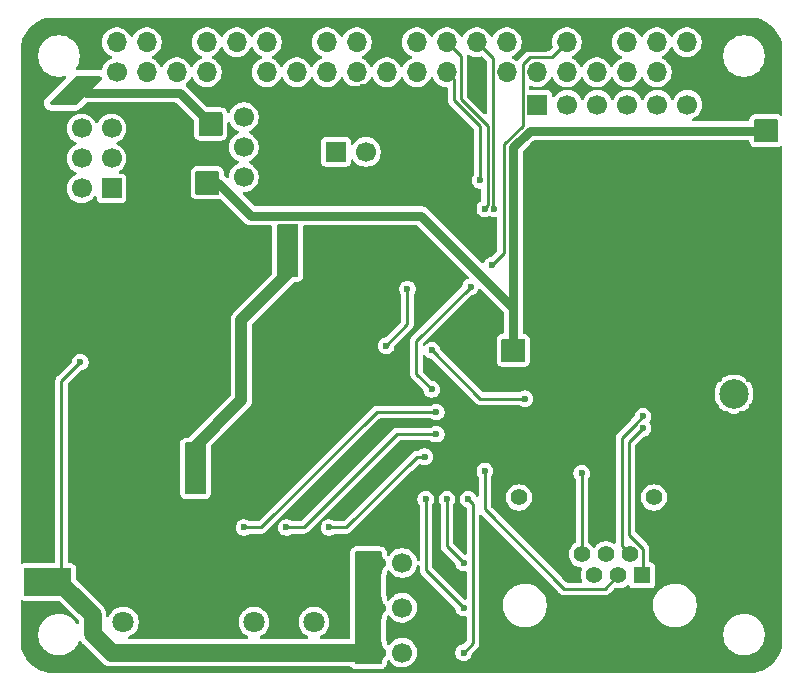
<source format=gbr>
%TF.GenerationSoftware,KiCad,Pcbnew,9.0.7*%
%TF.CreationDate,2026-02-09T21:03:28-05:00*%
%TF.ProjectId,central-board,63656e74-7261-46c2-9d62-6f6172642e6b,rev?*%
%TF.SameCoordinates,PX448a630PY53bb8c0*%
%TF.FileFunction,Copper,L2,Bot*%
%TF.FilePolarity,Positive*%
%FSLAX46Y46*%
G04 Gerber Fmt 4.6, Leading zero omitted, Abs format (unit mm)*
G04 Created by KiCad (PCBNEW 9.0.7) date 2026-02-09 21:03:28*
%MOMM*%
%LPD*%
G01*
G04 APERTURE LIST*
%TA.AperFunction,ComponentPad*%
%ADD10R,1.408000X1.408000*%
%TD*%
%TA.AperFunction,ComponentPad*%
%ADD11C,1.408000*%
%TD*%
%TA.AperFunction,ComponentPad*%
%ADD12C,2.400000*%
%TD*%
%TA.AperFunction,ComponentPad*%
%ADD13O,1.700000X1.700000*%
%TD*%
%TA.AperFunction,ComponentPad*%
%ADD14R,1.700000X1.700000*%
%TD*%
%TA.AperFunction,ComponentPad*%
%ADD15C,1.700000*%
%TD*%
%TA.AperFunction,ComponentPad*%
%ADD16C,1.803400*%
%TD*%
%TA.AperFunction,ComponentPad*%
%ADD17C,2.500000*%
%TD*%
%TA.AperFunction,ViaPad*%
%ADD18C,0.600000*%
%TD*%
%TA.AperFunction,Conductor*%
%ADD19C,0.250000*%
%TD*%
%TA.AperFunction,Conductor*%
%ADD20C,0.800000*%
%TD*%
%TA.AperFunction,Conductor*%
%ADD21C,1.000000*%
%TD*%
%TA.AperFunction,Conductor*%
%ADD22C,1.500000*%
%TD*%
G04 APERTURE END LIST*
D10*
%TO.P,J1,1,1*%
%TO.N,RS_A*%
X52920000Y8540000D03*
D11*
%TO.P,J1,2,2*%
%TO.N,RS_B*%
X51900000Y10320000D03*
%TO.P,J1,3,3*%
%TO.N,RJ45_SNS*%
X50880000Y8540000D03*
%TO.P,J1,4,4*%
%TO.N,+12V*%
X49860000Y10320000D03*
%TO.P,J1,5,5*%
X48840000Y8540000D03*
%TO.P,J1,6,6*%
%TO.N,Net-(J1-Pad6)*%
X47820000Y10320000D03*
%TO.P,J1,7,7*%
%TO.N,GND*%
X46800000Y8540000D03*
%TO.P,J1,8,8*%
X45780000Y10320000D03*
%TO.P,J1,9*%
X56210000Y15140000D03*
%TO.P,J1,10*%
%TO.N,Net-(J1-Pad10)*%
X53920000Y15140000D03*
%TO.P,J1,11*%
%TO.N,GND*%
X44780000Y15140000D03*
%TO.P,J1,12*%
%TO.N,Net-(J1-Pad12)*%
X42490000Y15140000D03*
D12*
%TO.P,J1,SH1,SHIELD*%
%TO.N,GND*%
X41225000Y9430000D03*
%TO.P,J1,SH2,SHIELD__1*%
X57475000Y9430000D03*
%TD*%
D13*
%TO.P,J4,40,BCM21_SCLK_PCM_DO*%
%TO.N,DIO1*%
X56707500Y53687000D03*
D14*
%TO.P,J4,39,GND*%
%TO.N,GND*%
X56707500Y51147000D03*
D13*
%TO.P,J4,38,BCM20_MOSI_PCM_DI*%
%TO.N,BUSY*%
X54167500Y53687000D03*
%TO.P,J4,37,BCM26*%
%TO.N,GPIO26*%
X54167500Y51147000D03*
%TO.P,J4,36,BCM16*%
%TO.N,GPIO17*%
X51627500Y53687000D03*
%TO.P,J4,35,BCM19_MISO_PCM_FS*%
%TO.N,GPIO19*%
X51627500Y51147000D03*
D14*
%TO.P,J4,34,GND*%
%TO.N,GND*%
X49087500Y53687000D03*
D13*
%TO.P,J4,33,BCM13_PWM1*%
%TO.N,GPIO18*%
X49087500Y51147000D03*
%TO.P,J4,32,BCM12_PWM0*%
%TO.N,PWM*%
X46547500Y53687000D03*
%TO.P,J4,31,BCM6*%
%TO.N,GPIO20*%
X46547500Y51147000D03*
D14*
%TO.P,J4,30,GND*%
%TO.N,GND*%
X44007500Y53687000D03*
D13*
%TO.P,J4,29,BCM5*%
%TO.N,GPIO21*%
X44007500Y51147000D03*
%TO.P,J4,28,BCM1_ID_SC*%
%TO.N,unconnected-(J4-BCM1_ID_SC-Pad28)*%
X41467500Y53687000D03*
%TO.P,J4,27,BCM0_ID_SD*%
%TO.N,unconnected-(J4-BCM0_ID_SD-Pad27)*%
X41467500Y51147000D03*
%TO.P,J4,26,BCM7_CE1*%
%TO.N,CS_1*%
X38927500Y53687000D03*
D14*
%TO.P,J4,25,GND*%
%TO.N,GND*%
X38927500Y51147000D03*
D13*
%TO.P,J4,24,BCM8_CE0*%
%TO.N,NRESET*%
X36387500Y53687000D03*
%TO.P,J4,23,BCM11_SCLK*%
%TO.N,SCK*%
X36387500Y51147000D03*
%TO.P,J4,22,BCM25*%
%TO.N,unconnected-(J4-BCM25-Pad22)*%
X33847500Y53687000D03*
%TO.P,J4,21,BCM9_MISO*%
%TO.N,MISO*%
X33847500Y51147000D03*
D14*
%TO.P,J4,20,GND*%
%TO.N,GND*%
X31307500Y53687000D03*
D13*
%TO.P,J4,19,BCM10_MOSI*%
%TO.N,MOSI*%
X31307500Y51147000D03*
%TO.P,J4,18,BCM24*%
%TO.N,KNOB_B*%
X28767500Y53687000D03*
%TO.P,J4,17,3.3V*%
%TO.N,ROT_PWR*%
X28767500Y51147000D03*
%TO.P,J4,16,BCM23*%
%TO.N,LED_GRN*%
X26227500Y53687000D03*
%TO.P,J4,15,BCM22*%
%TO.N,KNOB_A*%
X26227500Y51147000D03*
D14*
%TO.P,J4,14,GND*%
%TO.N,GND*%
X23687500Y53687000D03*
D13*
%TO.P,J4,13,BCM27*%
%TO.N,LED_YLW*%
X23687500Y51147000D03*
%TO.P,J4,12,BCM18_PCM_C*%
%TO.N,RJ45_SNS*%
X21147500Y53687000D03*
%TO.P,J4,11,BCM17*%
%TO.N,EN_S3*%
X21147500Y51147000D03*
%TO.P,J4,10,BCM15_RXD*%
%TO.N,RS_RX*%
X18607500Y53687000D03*
D14*
%TO.P,J4,9,GND*%
%TO.N,GND*%
X18607500Y51147000D03*
D13*
%TO.P,J4,8,BCM14_TXD*%
%TO.N,EN_S1*%
X16067500Y53687000D03*
%TO.P,J4,7,BCM4_GPCLK0*%
%TO.N,EN_S2*%
X16067500Y51147000D03*
D14*
%TO.P,J4,6,GND*%
%TO.N,GND*%
X13527500Y53687000D03*
D13*
%TO.P,J4,5,BCM3_SCL*%
%TO.N,SCL*%
X13527500Y51147000D03*
%TO.P,J4,4,5V*%
%TO.N,+5V*%
X10987500Y53687000D03*
%TO.P,J4,3,BCM2_SDA*%
%TO.N,SDA*%
X10987500Y51147000D03*
%TO.P,J4,2,5V*%
%TO.N,+5V*%
X8447500Y53687000D03*
D15*
%TO.P,J4,1,3.3V*%
%TO.N,unconnected-(J4-3.3V-Pad1)*%
X8447500Y51147000D03*
%TD*%
D14*
%TO.P,J12,1,Pin_1*%
%TO.N,SCL*%
X8000000Y41320000D03*
D15*
%TO.P,J12,2,Pin_2*%
%TO.N,SDA*%
X5460000Y41320000D03*
%TO.P,J12,3,Pin_3*%
%TO.N,SCL*%
X8000000Y43860000D03*
%TO.P,J12,4,Pin_4*%
%TO.N,SDA*%
X5460000Y43860000D03*
%TO.P,J12,5,Pin_5*%
%TO.N,SCL*%
X8000000Y46400000D03*
%TO.P,J12,6,Pin_6*%
%TO.N,SDA*%
X5460000Y46400000D03*
%TD*%
D14*
%TO.P,J10,1,Pin_1*%
%TO.N,+12V*%
X30060000Y9600000D03*
D15*
%TO.P,J10,2,Pin_2*%
%TO.N,Net-(J10-Pin_2)*%
X32600000Y9600000D03*
%TD*%
D14*
%TO.P,J5,1,Pin_1*%
%TO.N,Net-(J5-Pin_1)*%
X27000000Y44400000D03*
D15*
%TO.P,J5,2,Pin_2*%
%TO.N,Net-(J5-Pin_2)*%
X29540000Y44400000D03*
%TO.P,J5,3,Pin_3*%
%TO.N,GND*%
X32080000Y44400000D03*
%TD*%
D14*
%TO.P,J11,1,Pin_1*%
%TO.N,+12V*%
X30060000Y2000000D03*
D15*
%TO.P,J11,2,Pin_2*%
%TO.N,Net-(J11-Pin_2)*%
X32600000Y2000000D03*
%TD*%
D16*
%TO.P,J3,1,1*%
%TO.N,+24V*%
X20060000Y4575000D03*
%TO.P,J3,2,2*%
%TO.N,-LED*%
X25140000Y4575000D03*
%TD*%
D14*
%TO.P,J8,1,Pin_1*%
%TO.N,+12V*%
X30060000Y5800000D03*
D15*
%TO.P,J8,2,Pin_2*%
%TO.N,Net-(J8-Pin_2)*%
X32600000Y5800000D03*
%TD*%
D14*
%TO.P,J6,1,Pin_1*%
%TO.N,GND*%
X21740000Y42260000D03*
D15*
%TO.P,J6,2,Pin_2*%
%TO.N,+3V3*%
X19200000Y42260000D03*
%TO.P,J6,3,Pin_3*%
%TO.N,GND*%
X21740000Y44800000D03*
%TO.P,J6,4,Pin_4*%
%TO.N,+3V3*%
X19200000Y44800000D03*
%TO.P,J6,5,Pin_5*%
%TO.N,GND*%
X21740000Y47340000D03*
%TO.P,J6,6,Pin_6*%
%TO.N,+3V3*%
X19200000Y47340000D03*
%TD*%
D17*
%TO.P,U3,1,1*%
%TO.N,GND*%
X63200000Y26400000D03*
%TO.P,U3,2,2*%
X63240000Y21360000D03*
%TO.P,U3,3,3*%
X58200000Y21400000D03*
%TO.P,U3,4,4*%
X58200000Y26400000D03*
%TO.P,U3,5,5*%
%TO.N,Net-(U2-ANT)*%
X60700000Y23900000D03*
%TD*%
D16*
%TO.P,J2,1,1*%
%TO.N,+24V*%
X9000000Y4600000D03*
%TO.P,J2,2,2*%
%TO.N,GND*%
X14080000Y4600000D03*
%TD*%
D14*
%TO.P,J7,1,Pin_1*%
%TO.N,GPIO21*%
X44040000Y48400000D03*
D15*
%TO.P,J7,2,Pin_2*%
%TO.N,GPIO20*%
X46580000Y48400000D03*
%TO.P,J7,3,Pin_3*%
%TO.N,GPIO18*%
X49120000Y48400000D03*
%TO.P,J7,4,Pin_4*%
%TO.N,GPIO19*%
X51660000Y48400000D03*
%TO.P,J7,5,Pin_5*%
%TO.N,GPIO17*%
X54200000Y48400000D03*
%TO.P,J7,6,Pin_6*%
%TO.N,GPIO26*%
X56740000Y48400000D03*
%TD*%
D18*
%TO.N,NRESET*%
X39600000Y39600000D03*
%TO.N,Net-(Q4-G)*%
X37800000Y9600000D03*
%TO.N,+3V3*%
X15499339Y42380000D03*
X64000000Y45600000D03*
X42600000Y27000000D03*
X16699339Y42380000D03*
X15499339Y41180000D03*
X62800000Y45600000D03*
X16099339Y41780000D03*
X42000000Y27600000D03*
X41400000Y28200000D03*
X62800000Y46800000D03*
X41400000Y27000000D03*
X42600000Y28200000D03*
X63400000Y46200000D03*
X16699339Y41180000D03*
X64000000Y46800000D03*
%TO.N,GND*%
X12000000Y12000000D03*
X10000000Y10000000D03*
X28600000Y37000000D03*
X59400000Y27800000D03*
X51400000Y39200000D03*
X58000000Y37000000D03*
X55800000Y30400000D03*
X10800000Y24800000D03*
X62200000Y29800000D03*
X49200000Y43600000D03*
X10000000Y12000000D03*
X49200000Y32600000D03*
X51400000Y37000000D03*
X59400000Y28800000D03*
X53600000Y41400000D03*
X62200000Y30800000D03*
X55800000Y32600000D03*
X53600000Y37000000D03*
X55800000Y43600000D03*
X51400000Y41400000D03*
X58000000Y43600000D03*
X47000000Y37000000D03*
X57600000Y24600000D03*
X55800000Y39200000D03*
X61400000Y22200000D03*
X62000000Y28800000D03*
X49200000Y39200000D03*
X13400000Y24800000D03*
X59000000Y29800000D03*
X62200000Y22800000D03*
X27600000Y50000000D03*
X47000000Y41400000D03*
X60000000Y22200000D03*
X57600000Y23200000D03*
X51400000Y34800000D03*
X47000000Y39200000D03*
X55800000Y37000000D03*
X62600000Y24000000D03*
X9550000Y18800000D03*
X63800000Y23200000D03*
X62000000Y27800000D03*
X62000000Y25200000D03*
X9550000Y16400000D03*
X63000000Y29400000D03*
X29200000Y36200000D03*
X53600000Y39200000D03*
X49200000Y34800000D03*
X47000000Y32600000D03*
X11000000Y11000000D03*
X9550000Y13800000D03*
X47000000Y34800000D03*
X51400000Y30400000D03*
X59200000Y22800000D03*
X51400000Y32600000D03*
X58200000Y29400000D03*
X10800000Y22600000D03*
X58800000Y24000000D03*
X62800000Y28400000D03*
X27200000Y28800000D03*
X24800000Y31000000D03*
X49200000Y41400000D03*
X12000000Y10000000D03*
X55800000Y41400000D03*
X47000000Y43600000D03*
X47000000Y30400000D03*
X61200000Y21200000D03*
X58000000Y30400000D03*
X26050001Y29949999D03*
X58000000Y34800000D03*
X58600000Y28400000D03*
X53600000Y30400000D03*
X58000000Y32600000D03*
X49200000Y37000000D03*
X59400000Y25200000D03*
X63000000Y30400000D03*
X60200000Y21200000D03*
X51400000Y43600000D03*
X12127001Y23750001D03*
X49200000Y30400000D03*
X27200000Y31000000D03*
X29281705Y49898762D03*
X58000000Y41400000D03*
X53600000Y43600000D03*
X53600000Y34800000D03*
X63800000Y24600000D03*
X28600000Y35400000D03*
X29200000Y37800000D03*
X58000000Y39200000D03*
X59000000Y30800000D03*
X24800000Y28800000D03*
X53600000Y32600000D03*
X29200000Y34600000D03*
X55800000Y34800000D03*
X13400000Y22600000D03*
%TO.N,+5V*%
X16400000Y46765839D03*
X5600000Y49600000D03*
X17000000Y46165839D03*
X17000000Y47365839D03*
X33054057Y32800000D03*
X15800000Y46165839D03*
X15800000Y47365839D03*
X4980250Y50219750D03*
X5000000Y49000000D03*
X3780250Y49019750D03*
X6200000Y50200000D03*
X4380250Y49619750D03*
X31254057Y28000000D03*
%TO.N,+24V*%
X23200000Y36000000D03*
X22600000Y35200000D03*
X23200000Y34400000D03*
X14800000Y19200000D03*
X14800000Y17600000D03*
X14800000Y16000000D03*
X15400000Y18400000D03*
X22600000Y36800000D03*
X15400000Y16800000D03*
X23200000Y37600000D03*
%TO.N,+12V*%
X1800000Y7600000D03*
X3400000Y7600000D03*
X5350000Y26600000D03*
X4000000Y8600000D03*
X2600000Y8600000D03*
X1200000Y8600000D03*
%TO.N,RS_B*%
X53000000Y22020000D03*
%TO.N,Net-(J1-Pad6)*%
X47800000Y17200000D03*
%TO.N,RS_A*%
X53000000Y21000000D03*
%TO.N,RJ45_SNS*%
X39600000Y17400000D03*
%TO.N,CS_1*%
X40400000Y39600000D03*
%TO.N,RS_RX*%
X43000000Y23505000D03*
X35116388Y27600000D03*
%TO.N,PWM*%
X38400000Y33000000D03*
X40200000Y34800000D03*
X35100000Y24300000D03*
%TO.N,SCK*%
X39200000Y42000000D03*
%TO.N,Net-(Q1-G)*%
X34508058Y18591942D03*
X26400000Y12600000D03*
%TO.N,Net-(Q2-G)*%
X35500000Y20500000D03*
X22800000Y12600000D03*
%TO.N,Net-(Q3-G)*%
X19200000Y12600000D03*
X35500000Y22375000D03*
%TO.N,Net-(Q4-G)*%
X36400000Y15000000D03*
%TO.N,Net-(Q5-G)*%
X38200000Y15000000D03*
X37800000Y2000000D03*
%TO.N,Net-(Q6-G)*%
X37800000Y5800000D03*
X34600000Y15000000D03*
%TD*%
D19*
%TO.N,PWM*%
X35100000Y24300000D02*
X33800000Y25600000D01*
X33800000Y25600000D02*
X33800000Y28400000D01*
X33800000Y28400000D02*
X38400000Y33000000D01*
%TO.N,Net-(Q4-G)*%
X36400000Y11000000D02*
X36400000Y15000000D01*
X37800000Y9600000D02*
X36400000Y11000000D01*
%TO.N,Net-(Q6-G)*%
X34600000Y9000000D02*
X34600000Y15000000D01*
X37800000Y5800000D02*
X34600000Y9000000D01*
%TO.N,Net-(Q5-G)*%
X38600000Y2800000D02*
X38600000Y14600000D01*
X38600000Y14600000D02*
X38200000Y15000000D01*
X37800000Y2000000D02*
X38600000Y2800000D01*
D20*
%TO.N,+3V3*%
X42000000Y31200000D02*
X42000000Y27600000D01*
X34200000Y39000000D02*
X42000000Y31200000D01*
X63400000Y46200000D02*
X43400000Y46200000D01*
X42000000Y44800000D02*
X42000000Y27600000D01*
X16099339Y41780000D02*
X17020000Y41780000D01*
X19800000Y39000000D02*
X34200000Y39000000D01*
X43400000Y46200000D02*
X42000000Y44800000D01*
X17020000Y41780000D02*
X19800000Y39000000D01*
D19*
%TO.N,GND*%
X27600000Y50000000D02*
X27701238Y49898762D01*
X27701238Y49898762D02*
X29281705Y49898762D01*
X23400000Y49000000D02*
X21740000Y47340000D01*
X29240000Y49857057D02*
X29240000Y47240000D01*
X29240000Y47240000D02*
X32080000Y44400000D01*
X27600000Y50000000D02*
X26600000Y49000000D01*
X29281705Y49898762D02*
X29240000Y49857057D01*
X26600000Y49000000D02*
X23400000Y49000000D01*
D20*
%TO.N,+5V*%
X13765839Y49400000D02*
X5800000Y49400000D01*
X16400000Y46765839D02*
X13765839Y49400000D01*
X5800000Y49400000D02*
X5600000Y49600000D01*
D19*
X31254057Y28000000D02*
X33054057Y29800000D01*
X33054057Y29800000D02*
X33054057Y32800000D01*
D21*
%TO.N,+24V*%
X23200000Y34400000D02*
X19000000Y30200000D01*
X19000000Y23400000D02*
X14800000Y19200000D01*
X19000000Y30200000D02*
X19000000Y23400000D01*
D19*
%TO.N,+12V*%
X3750000Y25000000D02*
X3750000Y8850000D01*
X5350000Y26600000D02*
X3750000Y25000000D01*
D22*
X8000000Y2000000D02*
X30060000Y2000000D01*
D19*
X3750000Y8850000D02*
X4000000Y8600000D01*
D22*
X6400000Y5200000D02*
X4000000Y7600000D01*
X4000000Y7600000D02*
X3400000Y7600000D01*
X6400000Y5200000D02*
X6400000Y3600000D01*
X6400000Y3600000D02*
X8000000Y2000000D01*
D19*
%TO.N,RS_B*%
X51200000Y20200000D02*
X51200000Y11020000D01*
X53000000Y22000000D02*
X52285298Y21285298D01*
X53000000Y22020000D02*
X53000000Y22000000D01*
X52285298Y21285298D02*
X51200000Y20200000D01*
X51200000Y11020000D02*
X51900000Y10320000D01*
%TO.N,Net-(J1-Pad6)*%
X47820000Y17180000D02*
X47800000Y17200000D01*
X47820000Y10320000D02*
X47820000Y17180000D01*
%TO.N,RS_A*%
X53000000Y10800000D02*
X53000000Y8620000D01*
X53000000Y21000000D02*
X51800000Y19800000D01*
X51800000Y12000000D02*
X53000000Y10800000D01*
X53000000Y8620000D02*
X52920000Y8540000D01*
X51800000Y19800000D02*
X51800000Y12000000D01*
%TO.N,RJ45_SNS*%
X46341680Y7400000D02*
X39600000Y14141680D01*
X39600000Y14141680D02*
X39600000Y17400000D01*
X50880000Y8540000D02*
X49740000Y7400000D01*
X49740000Y7400000D02*
X46341680Y7400000D01*
%TO.N,CS_1*%
X40291500Y52323000D02*
X38927500Y53687000D01*
X40400000Y39600000D02*
X40291500Y39708500D01*
X40291500Y39708500D02*
X40291500Y52323000D01*
%TO.N,RS_RX*%
X39211388Y23505000D02*
X35116388Y27600000D01*
X43000000Y23505000D02*
X39211388Y23505000D01*
%TO.N,PWM*%
X42800000Y51800000D02*
X42800000Y46626720D01*
X46547500Y53687000D02*
X45260500Y52400000D01*
X45260500Y52400000D02*
X43400000Y52400000D01*
X40200000Y34800000D02*
X41200000Y35800000D01*
X42800000Y46626720D02*
X41200000Y45026720D01*
X43400000Y52400000D02*
X42800000Y51800000D01*
X41200000Y45026720D02*
X41200000Y35800000D01*
%TO.N,SCK*%
X39200000Y46600000D02*
X37000000Y48800000D01*
X39200000Y42000000D02*
X39200000Y46600000D01*
X37000000Y50534500D02*
X36387500Y51147000D01*
X37000000Y48800000D02*
X37000000Y50534500D01*
%TO.N,Net-(Q1-G)*%
X33866942Y18591942D02*
X34508058Y18591942D01*
X26400000Y12600000D02*
X27875000Y12600000D01*
X27875000Y12600000D02*
X33866942Y18591942D01*
%TO.N,Net-(Q2-G)*%
X24275000Y12600000D02*
X32175000Y20500000D01*
X22800000Y12600000D02*
X24275000Y12600000D01*
X32175000Y20500000D02*
X35500000Y20500000D01*
%TO.N,Net-(Q3-G)*%
X30450000Y22375000D02*
X35500000Y22375000D01*
X19200000Y12600000D02*
X20675000Y12600000D01*
X20675000Y12600000D02*
X30450000Y22375000D01*
%TO.N,NRESET*%
X36387500Y53687000D02*
X37563500Y52511000D01*
X37563500Y52511000D02*
X37563500Y48874310D01*
X37563500Y48874310D02*
X39840500Y46597310D01*
X39600000Y39685298D02*
X39600000Y39600000D01*
X39840500Y46597310D02*
X39840500Y39925798D01*
X39840500Y39925798D02*
X39600000Y39685298D01*
%TD*%
%TA.AperFunction,Conductor*%
%TO.N,+24V*%
G36*
X15943039Y19780315D02*
G01*
X15988794Y19727511D01*
X16000000Y19676000D01*
X16000000Y15524000D01*
X15980315Y15456961D01*
X15927511Y15411206D01*
X15876000Y15400000D01*
X14324000Y15400000D01*
X14256961Y15419685D01*
X14211206Y15472489D01*
X14200000Y15524000D01*
X14200000Y19676000D01*
X14219685Y19743039D01*
X14272489Y19788794D01*
X14324000Y19800000D01*
X15876000Y19800000D01*
X15943039Y19780315D01*
G37*
%TD.AperFunction*%
%TD*%
%TA.AperFunction,Conductor*%
%TO.N,+12V*%
G36*
X4543039Y9180315D02*
G01*
X4588794Y9127511D01*
X4600000Y9076000D01*
X4600000Y6924000D01*
X4580315Y6856961D01*
X4527511Y6811206D01*
X4476000Y6800000D01*
X724000Y6800000D01*
X656961Y6819685D01*
X611206Y6872489D01*
X600000Y6924000D01*
X600000Y9076000D01*
X619685Y9143039D01*
X672489Y9188794D01*
X724000Y9200000D01*
X4476000Y9200000D01*
X4543039Y9180315D01*
G37*
%TD.AperFunction*%
%TD*%
%TA.AperFunction,Conductor*%
%TO.N,+24V*%
G36*
X23743039Y38279815D02*
G01*
X23788794Y38227011D01*
X23800000Y38175500D01*
X23800000Y33924000D01*
X23780315Y33856961D01*
X23727511Y33811206D01*
X23676000Y33800000D01*
X22124000Y33800000D01*
X22056961Y33819685D01*
X22011206Y33872489D01*
X22000000Y33924000D01*
X22000000Y38175500D01*
X22019685Y38242539D01*
X22072489Y38288294D01*
X22124000Y38299500D01*
X23676000Y38299500D01*
X23743039Y38279815D01*
G37*
%TD.AperFunction*%
%TD*%
%TA.AperFunction,Conductor*%
%TO.N,GND*%
G36*
X19433971Y38285160D02*
G01*
X19566503Y38230262D01*
X19721153Y38199501D01*
X19721157Y38199500D01*
X19721158Y38199500D01*
X19878843Y38199500D01*
X21470500Y38199500D01*
X21537539Y38179815D01*
X21583294Y38127011D01*
X21594500Y38075500D01*
X21594500Y34119363D01*
X21574815Y34052324D01*
X21558181Y34031682D01*
X18300538Y30774040D01*
X18300537Y30774039D01*
X18263441Y30718520D01*
X18263436Y30718513D01*
X18261063Y30714960D01*
X18201987Y30626547D01*
X18181966Y30578211D01*
X18178944Y30570918D01*
X18178944Y30570916D01*
X18134105Y30462667D01*
X18134103Y30462659D01*
X18099699Y30289701D01*
X18099700Y30289700D01*
X18099500Y30288694D01*
X18099500Y23824362D01*
X18079815Y23757323D01*
X18063181Y23736681D01*
X14568319Y20241819D01*
X14506996Y20208334D01*
X14480638Y20205500D01*
X14323991Y20205500D01*
X14237802Y20196233D01*
X14186293Y20185027D01*
X14186290Y20185026D01*
X14114640Y20162310D01*
X14114638Y20162309D01*
X14114637Y20162309D01*
X14006940Y20095249D01*
X14006940Y20095248D01*
X13954145Y20049502D01*
X13884956Y19971921D01*
X13830611Y19857288D01*
X13810926Y19790248D01*
X13810924Y19790240D01*
X13794500Y19676001D01*
X13794500Y15523992D01*
X13803767Y15437803D01*
X13814973Y15386294D01*
X13814974Y15386290D01*
X13837690Y15314640D01*
X13837691Y15314639D01*
X13837691Y15314638D01*
X13904751Y15206941D01*
X13950498Y15154146D01*
X13950502Y15154143D01*
X13950505Y15154139D01*
X14028077Y15084958D01*
X14028078Y15084958D01*
X14028079Y15084957D01*
X14142712Y15030612D01*
X14142714Y15030612D01*
X14142715Y15030611D01*
X14209754Y15010926D01*
X14209758Y15010926D01*
X14209760Y15010925D01*
X14225550Y15008655D01*
X14324000Y14994500D01*
X14324003Y14994500D01*
X15875991Y14994500D01*
X15876000Y14994500D01*
X15962199Y15003768D01*
X16013710Y15014974D01*
X16085360Y15037690D01*
X16193057Y15104750D01*
X16245861Y15150505D01*
X16315042Y15228077D01*
X16369389Y15342715D01*
X16389074Y15409754D01*
X16405500Y15524000D01*
X16405500Y19480638D01*
X16425185Y19547677D01*
X16441819Y19568319D01*
X19699461Y22825961D01*
X19699464Y22825964D01*
X19749268Y22900501D01*
X19798013Y22973453D01*
X19831953Y23055394D01*
X19865895Y23137334D01*
X19900500Y23311308D01*
X19900500Y23488692D01*
X19900500Y29775638D01*
X19920185Y29842677D01*
X19936819Y29863319D01*
X23431681Y33358181D01*
X23493004Y33391666D01*
X23519362Y33394500D01*
X23675991Y33394500D01*
X23676000Y33394500D01*
X23762199Y33403768D01*
X23813710Y33414974D01*
X23885360Y33437690D01*
X23993057Y33504750D01*
X24045861Y33550505D01*
X24115042Y33628077D01*
X24169389Y33742715D01*
X24189074Y33809754D01*
X24205500Y33924000D01*
X24205500Y38075500D01*
X24225185Y38142539D01*
X24277989Y38188294D01*
X24329500Y38199500D01*
X33400000Y38199500D01*
X33400000Y33411334D01*
X33385874Y33420772D01*
X33385861Y33420779D01*
X33258389Y33473579D01*
X33258379Y33473582D01*
X33123052Y33500500D01*
X33123050Y33500500D01*
X32985064Y33500500D01*
X32985062Y33500500D01*
X32849734Y33473582D01*
X32849724Y33473579D01*
X32722252Y33420779D01*
X32722239Y33420772D01*
X32607515Y33344115D01*
X32607511Y33344112D01*
X32509945Y33246546D01*
X32509942Y33246542D01*
X32433285Y33131818D01*
X32433278Y33131805D01*
X32380478Y33004333D01*
X32380475Y33004323D01*
X32353557Y32868996D01*
X32353557Y32868993D01*
X32353557Y32731007D01*
X32353557Y32731005D01*
X32353556Y32731005D01*
X32380475Y32595678D01*
X32380478Y32595668D01*
X32433278Y32468196D01*
X32433285Y32468183D01*
X32507659Y32356876D01*
X32528537Y32290199D01*
X32528557Y32287985D01*
X32528557Y30069031D01*
X32508872Y30001992D01*
X32492238Y29981350D01*
X31244522Y28733635D01*
X31183199Y28700150D01*
X31181033Y28699699D01*
X31049734Y28673582D01*
X31049724Y28673579D01*
X30922252Y28620779D01*
X30922239Y28620772D01*
X30807515Y28544115D01*
X30807511Y28544112D01*
X30709945Y28446546D01*
X30709942Y28446542D01*
X30633285Y28331818D01*
X30633278Y28331805D01*
X30580478Y28204333D01*
X30580475Y28204323D01*
X30553557Y28068996D01*
X30553557Y28068993D01*
X30553557Y27931007D01*
X30553557Y27931005D01*
X30553556Y27931005D01*
X30580475Y27795678D01*
X30580478Y27795668D01*
X30633278Y27668196D01*
X30633285Y27668183D01*
X30709942Y27553459D01*
X30709945Y27553455D01*
X30807511Y27455889D01*
X30807515Y27455886D01*
X30922239Y27379229D01*
X30922252Y27379222D01*
X31049724Y27326422D01*
X31049729Y27326420D01*
X31049733Y27326420D01*
X31049734Y27326419D01*
X31185061Y27299500D01*
X31185064Y27299500D01*
X31323052Y27299500D01*
X31414098Y27317611D01*
X31458385Y27326420D01*
X31585868Y27379225D01*
X31700599Y27455886D01*
X31798171Y27553458D01*
X31874832Y27668189D01*
X31927637Y27795672D01*
X31953755Y27926977D01*
X31986139Y27988887D01*
X31987634Y27990409D01*
X33376719Y29379494D01*
X33376722Y29379495D01*
X33400000Y29402773D01*
X33400000Y28743171D01*
X33379496Y28722667D01*
X33379492Y28722662D01*
X33310311Y28602837D01*
X33310312Y28602837D01*
X33310312Y28602835D01*
X33274499Y28469182D01*
X33274499Y28320828D01*
X33274500Y28320815D01*
X33274500Y25669187D01*
X33274499Y25669183D01*
X33274499Y25530817D01*
X33285520Y25489688D01*
X33288614Y25478138D01*
X33288615Y25478136D01*
X33310313Y25397162D01*
X33379492Y25277339D01*
X33379496Y25277334D01*
X33400000Y25256830D01*
X33400000Y22900500D01*
X30526796Y22900500D01*
X30526780Y22900501D01*
X30519184Y22900501D01*
X30380817Y22900501D01*
X30262952Y22868920D01*
X30247161Y22864688D01*
X30127338Y22795508D01*
X30127332Y22795503D01*
X20493650Y13161819D01*
X20432327Y13128334D01*
X20405969Y13125500D01*
X19712015Y13125500D01*
X19644976Y13145185D01*
X19643124Y13146398D01*
X19531817Y13220772D01*
X19531804Y13220779D01*
X19404332Y13273579D01*
X19404322Y13273582D01*
X19268995Y13300500D01*
X19268993Y13300500D01*
X19131007Y13300500D01*
X19131005Y13300500D01*
X18995677Y13273582D01*
X18995667Y13273579D01*
X18868195Y13220779D01*
X18868182Y13220772D01*
X18753458Y13144115D01*
X18753454Y13144112D01*
X18655888Y13046546D01*
X18655885Y13046542D01*
X18579228Y12931818D01*
X18579221Y12931805D01*
X18526421Y12804333D01*
X18526418Y12804323D01*
X18499500Y12668996D01*
X18499500Y12668993D01*
X18499500Y12531007D01*
X18499500Y12531005D01*
X18499499Y12531005D01*
X18526418Y12395678D01*
X18526421Y12395668D01*
X18579221Y12268196D01*
X18579228Y12268183D01*
X18655885Y12153459D01*
X18655888Y12153455D01*
X18753454Y12055889D01*
X18753458Y12055886D01*
X18868182Y11979229D01*
X18868195Y11979222D01*
X18995667Y11926422D01*
X18995672Y11926420D01*
X18995676Y11926420D01*
X18995677Y11926419D01*
X19131004Y11899500D01*
X19131007Y11899500D01*
X19268995Y11899500D01*
X19360041Y11917611D01*
X19404328Y11926420D01*
X19531811Y11979225D01*
X19643124Y12053602D01*
X19709801Y12074480D01*
X19712015Y12074500D01*
X20598205Y12074500D01*
X20598221Y12074499D01*
X20605817Y12074499D01*
X20744181Y12074499D01*
X20744183Y12074499D01*
X20814455Y12093329D01*
X20849592Y12102744D01*
X20849593Y12102745D01*
X20877836Y12110312D01*
X20997665Y12179495D01*
X21095505Y12277335D01*
X21095505Y12277337D01*
X21105709Y12287540D01*
X21105712Y12287545D01*
X30631351Y21813181D01*
X30692674Y21846666D01*
X30719032Y21849500D01*
X33400000Y21849500D01*
X33400000Y21025500D01*
X32105817Y21025500D01*
X31972164Y20989688D01*
X31972161Y20989687D01*
X31852338Y20920508D01*
X31852333Y20920504D01*
X31754493Y20822663D01*
X24093650Y13161819D01*
X24032327Y13128334D01*
X24005969Y13125500D01*
X23312015Y13125500D01*
X23244976Y13145185D01*
X23243124Y13146398D01*
X23131817Y13220772D01*
X23131804Y13220779D01*
X23004332Y13273579D01*
X23004322Y13273582D01*
X22868995Y13300500D01*
X22868993Y13300500D01*
X22731007Y13300500D01*
X22731005Y13300500D01*
X22595677Y13273582D01*
X22595667Y13273579D01*
X22468195Y13220779D01*
X22468182Y13220772D01*
X22353458Y13144115D01*
X22353454Y13144112D01*
X22255888Y13046546D01*
X22255885Y13046542D01*
X22179228Y12931818D01*
X22179221Y12931805D01*
X22126421Y12804333D01*
X22126418Y12804323D01*
X22099500Y12668996D01*
X22099500Y12668993D01*
X22099500Y12531007D01*
X22099500Y12531005D01*
X22099499Y12531005D01*
X22126418Y12395678D01*
X22126421Y12395668D01*
X22179221Y12268196D01*
X22179228Y12268183D01*
X22255885Y12153459D01*
X22255888Y12153455D01*
X22353454Y12055889D01*
X22353458Y12055886D01*
X22468182Y11979229D01*
X22468195Y11979222D01*
X22595667Y11926422D01*
X22595672Y11926420D01*
X22595676Y11926420D01*
X22595677Y11926419D01*
X22731004Y11899500D01*
X22731007Y11899500D01*
X22868995Y11899500D01*
X22960041Y11917611D01*
X23004328Y11926420D01*
X23131811Y11979225D01*
X23243124Y12053602D01*
X23309801Y12074480D01*
X23312015Y12074500D01*
X24198205Y12074500D01*
X24198221Y12074499D01*
X24205817Y12074499D01*
X24344181Y12074499D01*
X24344183Y12074499D01*
X24414455Y12093329D01*
X24449592Y12102744D01*
X24449593Y12102745D01*
X24477836Y12110312D01*
X24597665Y12179495D01*
X24695505Y12277335D01*
X24695505Y12277337D01*
X24705709Y12287540D01*
X24705712Y12287545D01*
X32356350Y19938181D01*
X32417673Y19971666D01*
X32444031Y19974500D01*
X33400000Y19974500D01*
X33400000Y18868171D01*
X27693650Y13161819D01*
X27632327Y13128334D01*
X27605969Y13125500D01*
X26912015Y13125500D01*
X26844976Y13145185D01*
X26843124Y13146398D01*
X26731817Y13220772D01*
X26731804Y13220779D01*
X26604332Y13273579D01*
X26604322Y13273582D01*
X26468995Y13300500D01*
X26468993Y13300500D01*
X26331007Y13300500D01*
X26331005Y13300500D01*
X26195677Y13273582D01*
X26195667Y13273579D01*
X26068195Y13220779D01*
X26068182Y13220772D01*
X25953458Y13144115D01*
X25953454Y13144112D01*
X25855888Y13046546D01*
X25855885Y13046542D01*
X25779228Y12931818D01*
X25779221Y12931805D01*
X25726421Y12804333D01*
X25726418Y12804323D01*
X25699500Y12668996D01*
X25699500Y12668993D01*
X25699500Y12531007D01*
X25699500Y12531005D01*
X25699499Y12531005D01*
X25726418Y12395678D01*
X25726421Y12395668D01*
X25779221Y12268196D01*
X25779228Y12268183D01*
X25855885Y12153459D01*
X25855888Y12153455D01*
X25953454Y12055889D01*
X25953458Y12055886D01*
X26068182Y11979229D01*
X26068195Y11979222D01*
X26195667Y11926422D01*
X26195672Y11926420D01*
X26195676Y11926420D01*
X26195677Y11926419D01*
X26331004Y11899500D01*
X26331007Y11899500D01*
X26468995Y11899500D01*
X26560041Y11917611D01*
X26604328Y11926420D01*
X26731811Y11979225D01*
X26843124Y12053602D01*
X26909801Y12074480D01*
X26912015Y12074500D01*
X27798205Y12074500D01*
X27798221Y12074499D01*
X27805817Y12074499D01*
X27944181Y12074499D01*
X27944183Y12074499D01*
X28014455Y12093329D01*
X28049592Y12102744D01*
X28049593Y12102745D01*
X28077836Y12110312D01*
X28197665Y12179495D01*
X28295505Y12277335D01*
X28295505Y12277337D01*
X28305709Y12287540D01*
X28305712Y12287545D01*
X33400000Y17381831D01*
X33400000Y11200000D01*
X28200000Y11200000D01*
X28200000Y3200000D01*
X25636227Y3200000D01*
X25616307Y3222989D01*
X25606363Y3292147D01*
X25635388Y3355703D01*
X25672806Y3384985D01*
X25674264Y3385729D01*
X25822502Y3461258D01*
X25988327Y3581737D01*
X26133263Y3726673D01*
X26253742Y3892498D01*
X26346796Y4075129D01*
X26410136Y4270067D01*
X26427625Y4380494D01*
X26442200Y4472510D01*
X26442200Y4677491D01*
X26424710Y4787912D01*
X26410136Y4879933D01*
X26346796Y5074871D01*
X26253742Y5257502D01*
X26133263Y5423327D01*
X25988327Y5568263D01*
X25822502Y5688742D01*
X25639871Y5781796D01*
X25444933Y5845136D01*
X25444927Y5845137D01*
X25242490Y5877200D01*
X25242485Y5877200D01*
X25037515Y5877200D01*
X25037510Y5877200D01*
X24835072Y5845137D01*
X24835070Y5845137D01*
X24835067Y5845136D01*
X24640129Y5781796D01*
X24640126Y5781795D01*
X24640124Y5781794D01*
X24457496Y5688741D01*
X24457493Y5688739D01*
X24392673Y5641644D01*
X24291673Y5568263D01*
X24291671Y5568261D01*
X24291670Y5568261D01*
X24146739Y5423330D01*
X24146739Y5423329D01*
X24146737Y5423327D01*
X24090881Y5346449D01*
X24026261Y5257507D01*
X24026259Y5257504D01*
X23933206Y5074876D01*
X23933205Y5074874D01*
X23933204Y5074871D01*
X23869864Y4879933D01*
X23869863Y4879930D01*
X23869863Y4879928D01*
X23837800Y4677491D01*
X23837800Y4472510D01*
X23865904Y4295067D01*
X23869864Y4270067D01*
X23933204Y4075129D01*
X24026258Y3892498D01*
X24146737Y3726673D01*
X24291673Y3581737D01*
X24457498Y3461258D01*
X24604988Y3386109D01*
X24607194Y3384985D01*
X24657990Y3337011D01*
X24674785Y3269190D01*
X24652248Y3203055D01*
X24648401Y3200000D01*
X20556227Y3200000D01*
X20536307Y3222989D01*
X20526363Y3292147D01*
X20555388Y3355703D01*
X20592806Y3384985D01*
X20594264Y3385729D01*
X20742502Y3461258D01*
X20908327Y3581737D01*
X21053263Y3726673D01*
X21173742Y3892498D01*
X21266796Y4075129D01*
X21330136Y4270067D01*
X21347625Y4380494D01*
X21362200Y4472510D01*
X21362200Y4677491D01*
X21344710Y4787912D01*
X21330136Y4879933D01*
X21266796Y5074871D01*
X21173742Y5257502D01*
X21053263Y5423327D01*
X20908327Y5568263D01*
X20742502Y5688742D01*
X20559871Y5781796D01*
X20364933Y5845136D01*
X20364927Y5845137D01*
X20162490Y5877200D01*
X20162485Y5877200D01*
X19957515Y5877200D01*
X19957510Y5877200D01*
X19755072Y5845137D01*
X19755070Y5845137D01*
X19755067Y5845136D01*
X19560129Y5781796D01*
X19560126Y5781795D01*
X19560124Y5781794D01*
X19377496Y5688741D01*
X19377493Y5688739D01*
X19312673Y5641644D01*
X19211673Y5568263D01*
X19211671Y5568261D01*
X19211670Y5568261D01*
X19066739Y5423330D01*
X19066739Y5423329D01*
X19066737Y5423327D01*
X19010881Y5346449D01*
X18946261Y5257507D01*
X18946259Y5257504D01*
X18853206Y5074876D01*
X18853205Y5074874D01*
X18853204Y5074871D01*
X18789864Y4879933D01*
X18789863Y4879930D01*
X18789863Y4879928D01*
X18757800Y4677491D01*
X18757800Y4472510D01*
X18785904Y4295067D01*
X18789864Y4270067D01*
X18853204Y4075129D01*
X18946258Y3892498D01*
X19066737Y3726673D01*
X19211673Y3581737D01*
X19377498Y3461258D01*
X19524988Y3386109D01*
X19527194Y3384985D01*
X19577990Y3337011D01*
X19594785Y3269190D01*
X19572248Y3203055D01*
X19568401Y3200000D01*
X9442935Y3200000D01*
X9423015Y3222989D01*
X9413071Y3292147D01*
X9442096Y3355703D01*
X9495479Y3391098D01*
X9495378Y3391343D01*
X9496635Y3391864D01*
X9497490Y3392431D01*
X9499871Y3393204D01*
X9682502Y3486258D01*
X9848327Y3606737D01*
X9993263Y3751673D01*
X10113742Y3917498D01*
X10206796Y4100129D01*
X10270136Y4295067D01*
X10298240Y4472510D01*
X10302200Y4497510D01*
X10302200Y4702491D01*
X10279799Y4843920D01*
X10270136Y4904933D01*
X10206796Y5099871D01*
X10113742Y5282502D01*
X9993263Y5448327D01*
X9848327Y5593263D01*
X9682502Y5713742D01*
X9499871Y5806796D01*
X9304933Y5870136D01*
X9304927Y5870137D01*
X9102490Y5902200D01*
X9102485Y5902200D01*
X8897515Y5902200D01*
X8897510Y5902200D01*
X8695072Y5870137D01*
X8695070Y5870137D01*
X8695067Y5870136D01*
X8500129Y5806796D01*
X8500126Y5806795D01*
X8500124Y5806794D01*
X8317496Y5713741D01*
X8317493Y5713739D01*
X8283088Y5688742D01*
X8151673Y5593263D01*
X8151671Y5593261D01*
X8151670Y5593261D01*
X8006739Y5448330D01*
X8006739Y5448329D01*
X8006737Y5448327D01*
X7950881Y5371449D01*
X7886261Y5282507D01*
X7886259Y5282504D01*
X7793203Y5099871D01*
X7792430Y5097490D01*
X7791891Y5096703D01*
X7791343Y5095378D01*
X7791064Y5095494D01*
X7752991Y5039816D01*
X7688631Y5012621D01*
X7619785Y5024538D01*
X7568311Y5071784D01*
X7550501Y5135813D01*
X7550501Y5290552D01*
X7522172Y5469410D01*
X7466209Y5641644D01*
X7394797Y5781796D01*
X7394797Y5781797D01*
X7383995Y5802996D01*
X7277559Y5949494D01*
X7277555Y5949498D01*
X7277553Y5949501D01*
X7149501Y6077553D01*
X7149500Y6077554D01*
X7146396Y6080658D01*
X7146367Y6080685D01*
X5041819Y8185234D01*
X5008334Y8246557D01*
X5005500Y8272915D01*
X5005500Y9075992D01*
X5005499Y9076009D01*
X4996232Y9162198D01*
X4996232Y9162199D01*
X4985026Y9213710D01*
X4962310Y9285360D01*
X4895250Y9393057D01*
X4895249Y9393058D01*
X4895248Y9393060D01*
X4849501Y9445855D01*
X4849497Y9445859D01*
X4849495Y9445861D01*
X4771923Y9515042D01*
X4771921Y9515043D01*
X4771920Y9515044D01*
X4657287Y9569389D01*
X4590247Y9589074D01*
X4590239Y9589076D01*
X4476000Y9605500D01*
X4399500Y9605500D01*
X4332461Y9625185D01*
X4286706Y9677989D01*
X4275500Y9729500D01*
X4275500Y24730969D01*
X4295185Y24798008D01*
X4311819Y24818650D01*
X4815836Y25322667D01*
X5359537Y25866368D01*
X5420858Y25899851D01*
X5423025Y25900302D01*
X5427417Y25901176D01*
X5554328Y25926420D01*
X5681811Y25979225D01*
X5796542Y26055886D01*
X5894114Y26153458D01*
X5970775Y26268189D01*
X6023580Y26395672D01*
X6050500Y26531007D01*
X6050500Y26668993D01*
X6050500Y26668996D01*
X6023581Y26804323D01*
X6023580Y26804324D01*
X6023580Y26804328D01*
X6023578Y26804333D01*
X5970778Y26931805D01*
X5970771Y26931818D01*
X5894114Y27046542D01*
X5894111Y27046546D01*
X5796545Y27144112D01*
X5796541Y27144115D01*
X5681817Y27220772D01*
X5681804Y27220779D01*
X5554332Y27273579D01*
X5554322Y27273582D01*
X5418995Y27300500D01*
X5418993Y27300500D01*
X5281007Y27300500D01*
X5281005Y27300500D01*
X5145677Y27273582D01*
X5145667Y27273579D01*
X5018195Y27220779D01*
X5018182Y27220772D01*
X4903458Y27144115D01*
X4903454Y27144112D01*
X4805888Y27046546D01*
X4805885Y27046542D01*
X4729228Y26931818D01*
X4729221Y26931805D01*
X4676421Y26804333D01*
X4676418Y26804323D01*
X4650301Y26673025D01*
X4617916Y26611114D01*
X4616365Y26609536D01*
X3427337Y25420507D01*
X3329496Y25322667D01*
X3329492Y25322662D01*
X3260311Y25202837D01*
X3260312Y25202837D01*
X3260312Y25202835D01*
X3224499Y25069182D01*
X3224499Y24920828D01*
X3224500Y24920815D01*
X3224500Y9729500D01*
X3204815Y9662461D01*
X3152011Y9616706D01*
X3100500Y9605500D01*
X2994500Y9605500D01*
X400000Y12200000D01*
X400000Y38400000D01*
X600000Y38400000D01*
X19433971Y38285160D01*
G37*
%TD.AperFunction*%
%TD*%
%TA.AperFunction,Conductor*%
%TO.N,+12V*%
G36*
X30800635Y10580315D02*
G01*
X30833915Y10548884D01*
X30838693Y10542307D01*
X30838694Y10542305D01*
X30881318Y10483636D01*
X30904797Y10417830D01*
X30904999Y10410753D01*
X30904999Y10334254D01*
X30907640Y10288049D01*
X30910864Y10259950D01*
X30916294Y10225666D01*
X30916297Y10225654D01*
X30960633Y10106785D01*
X30960634Y10106784D01*
X30994989Y10045947D01*
X30997289Y10042874D01*
X31057281Y9962734D01*
X31150310Y9893093D01*
X31192182Y9837161D01*
X31200000Y9793827D01*
X31200000Y9405254D01*
X31180315Y9338215D01*
X31141545Y9299993D01*
X31117438Y9284983D01*
X31064643Y9239236D01*
X30995454Y9161655D01*
X30941110Y9047022D01*
X30921425Y8979983D01*
X30921423Y8979976D01*
X30904999Y8865735D01*
X30904999Y8796405D01*
X30885314Y8729366D01*
X30875293Y8715877D01*
X30871944Y8711957D01*
X30814345Y8598912D01*
X30796303Y8484990D01*
X30794500Y8473608D01*
X30794500Y6926393D01*
X30799492Y6862964D01*
X30838694Y6742305D01*
X30881318Y6683636D01*
X30904797Y6617830D01*
X30904999Y6610753D01*
X30904999Y6534254D01*
X30907640Y6488049D01*
X30910864Y6459950D01*
X30916294Y6425666D01*
X30916297Y6425654D01*
X30960633Y6306785D01*
X30960634Y6306784D01*
X30994989Y6245947D01*
X30996184Y6244350D01*
X31057281Y6162734D01*
X31150310Y6093093D01*
X31192182Y6037161D01*
X31200000Y5993827D01*
X31200000Y5605254D01*
X31180315Y5538215D01*
X31141545Y5499993D01*
X31117438Y5484983D01*
X31064643Y5439236D01*
X30995454Y5361655D01*
X30941110Y5247022D01*
X30921425Y5179983D01*
X30921423Y5179976D01*
X30904999Y5065735D01*
X30904999Y4996405D01*
X30885314Y4929366D01*
X30875293Y4915877D01*
X30871944Y4911957D01*
X30814345Y4798912D01*
X30801641Y4718696D01*
X30794500Y4673608D01*
X30794500Y3126393D01*
X30799492Y3062964D01*
X30838694Y2942305D01*
X30881318Y2883636D01*
X30904797Y2817830D01*
X30904999Y2810753D01*
X30904999Y2734254D01*
X30907640Y2688049D01*
X30910864Y2659950D01*
X30916294Y2625666D01*
X30916297Y2625654D01*
X30960633Y2506785D01*
X30960634Y2506784D01*
X30994989Y2445947D01*
X30997289Y2442874D01*
X31057281Y2362734D01*
X31150310Y2293093D01*
X31192182Y2237161D01*
X31200000Y2193827D01*
X31200000Y1805254D01*
X31180315Y1738215D01*
X31141545Y1699993D01*
X31117438Y1684983D01*
X31064643Y1639236D01*
X30995454Y1561655D01*
X30941110Y1447022D01*
X30921425Y1379983D01*
X30921423Y1379976D01*
X30904999Y1265735D01*
X30904999Y1196405D01*
X30888204Y1134091D01*
X30882567Y1124395D01*
X30871944Y1111955D01*
X30847842Y1064653D01*
X30846118Y1061686D01*
X30823161Y1039925D01*
X30801424Y1016909D01*
X30797865Y1015947D01*
X30795410Y1013619D01*
X30774820Y1009713D01*
X30738913Y1000000D01*
X28724000Y1000000D01*
X28656961Y1019685D01*
X28611206Y1072489D01*
X28600000Y1124000D01*
X28600000Y3155519D01*
X28601527Y3174918D01*
X28605500Y3200002D01*
X28605500Y10476000D01*
X28625185Y10543039D01*
X28677989Y10588794D01*
X28729500Y10600000D01*
X30733596Y10600000D01*
X30800635Y10580315D01*
G37*
%TD.AperFunction*%
%TD*%
%TA.AperFunction,Conductor*%
%TO.N,+3V3*%
G36*
X42943039Y28580315D02*
G01*
X42988794Y28527511D01*
X43000000Y28476000D01*
X43000000Y26724000D01*
X42980315Y26656961D01*
X42927511Y26611206D01*
X42876000Y26600000D01*
X41124000Y26600000D01*
X41056961Y26619685D01*
X41011206Y26672489D01*
X41000000Y26724000D01*
X41000000Y28476000D01*
X41019685Y28543039D01*
X41072489Y28588794D01*
X41124000Y28600000D01*
X42876000Y28600000D01*
X42943039Y28580315D01*
G37*
%TD.AperFunction*%
%TD*%
%TA.AperFunction,Conductor*%
%TO.N,+5V*%
G36*
X7117196Y50780315D02*
G01*
X7162951Y50727511D01*
X7168088Y50714317D01*
X7180467Y50676217D01*
X7182462Y50606376D01*
X7150217Y50550219D01*
X5036319Y48436319D01*
X4974996Y48402834D01*
X4948638Y48400000D01*
X2899362Y48400000D01*
X2832323Y48419685D01*
X2786568Y48472489D01*
X2776624Y48541647D01*
X2805649Y48605203D01*
X2811681Y48611681D01*
X4963681Y50763681D01*
X5025004Y50797166D01*
X5051362Y50800000D01*
X7050157Y50800000D01*
X7117196Y50780315D01*
G37*
%TD.AperFunction*%
%TD*%
%TA.AperFunction,Conductor*%
%TO.N,GND*%
G36*
X475116Y6462658D02*
G01*
X542715Y6430611D01*
X609754Y6410926D01*
X609758Y6410926D01*
X609760Y6410925D01*
X625550Y6408655D01*
X724000Y6394500D01*
X3527085Y6394500D01*
X3594124Y6374815D01*
X3614766Y6358181D01*
X5213181Y4759767D01*
X5246666Y4698444D01*
X5249500Y4672086D01*
X5249500Y4540826D01*
X5229815Y4473787D01*
X5177011Y4428032D01*
X5107853Y4418088D01*
X5044297Y4447113D01*
X5018114Y4478824D01*
X5006114Y4499607D01*
X5006111Y4499613D01*
X4924677Y4605740D01*
X4866421Y4681661D01*
X4866415Y4681668D01*
X4704167Y4843916D01*
X4704160Y4843922D01*
X4522121Y4983605D01*
X4522119Y4983607D01*
X4522113Y4983611D01*
X4522108Y4983614D01*
X4522105Y4983616D01*
X4323395Y5098342D01*
X4323379Y5098350D01*
X4111387Y5186159D01*
X3889739Y5245549D01*
X3851717Y5250555D01*
X3662241Y5275501D01*
X3662234Y5275501D01*
X3432766Y5275501D01*
X3432758Y5275501D01*
X3216213Y5246991D01*
X3205261Y5245549D01*
X3111577Y5220447D01*
X2983612Y5186159D01*
X2771620Y5098350D01*
X2771604Y5098342D01*
X2572894Y4983616D01*
X2572878Y4983605D01*
X2390839Y4843922D01*
X2390832Y4843916D01*
X2228584Y4681668D01*
X2228578Y4681661D01*
X2088895Y4499622D01*
X2088884Y4499606D01*
X1974158Y4300896D01*
X1974150Y4300880D01*
X1886341Y4088888D01*
X1863371Y4003163D01*
X1840418Y3917497D01*
X1826952Y3867242D01*
X1826950Y3867231D01*
X1796999Y3639742D01*
X1796999Y3410259D01*
X1812550Y3292147D01*
X1826951Y3182761D01*
X1865836Y3037640D01*
X1886341Y2961113D01*
X1974150Y2749121D01*
X1974158Y2749105D01*
X2088884Y2550395D01*
X2088895Y2550379D01*
X2228578Y2368340D01*
X2228584Y2368333D01*
X2390832Y2206085D01*
X2390839Y2206079D01*
X2498345Y2123587D01*
X2572887Y2066389D01*
X2572894Y2066385D01*
X2771604Y1951659D01*
X2771620Y1951651D01*
X2885989Y1904278D01*
X2983613Y1863841D01*
X3205261Y1804451D01*
X3432766Y1774499D01*
X3432773Y1774499D01*
X3662227Y1774499D01*
X3662234Y1774499D01*
X3889739Y1804451D01*
X4111387Y1863841D01*
X4278038Y1932871D01*
X4323379Y1951651D01*
X4323382Y1951653D01*
X4323388Y1951655D01*
X4522113Y2066389D01*
X4704162Y2206080D01*
X4866420Y2368338D01*
X5006111Y2550387D01*
X5120845Y2749112D01*
X5208659Y2961113D01*
X5208660Y2961121D01*
X5208682Y2961171D01*
X5252522Y3015575D01*
X5318816Y3037640D01*
X5386516Y3020361D01*
X5423561Y2986604D01*
X5522440Y2850507D01*
X5522444Y2850503D01*
X5522447Y2850499D01*
X5621471Y2751475D01*
X5654829Y2718117D01*
X5654840Y2718107D01*
X7119315Y1253633D01*
X7119342Y1253604D01*
X7122446Y1250500D01*
X7122447Y1250499D01*
X7250499Y1122447D01*
X7250502Y1122445D01*
X7250506Y1122441D01*
X7314194Y1076170D01*
X7397006Y1016004D01*
X7474366Y976587D01*
X7558356Y933791D01*
X7558358Y933791D01*
X7558361Y933789D01*
X7650680Y903793D01*
X7730590Y877828D01*
X7909449Y849499D01*
X7909454Y849499D01*
X8095658Y849499D01*
X8095682Y849500D01*
X28211245Y849500D01*
X28278284Y829815D01*
X28304957Y806704D01*
X28350505Y754139D01*
X28428077Y684958D01*
X28428078Y684958D01*
X28428079Y684957D01*
X28542712Y630612D01*
X28542714Y630612D01*
X28542715Y630611D01*
X28609754Y610926D01*
X28609758Y610926D01*
X28609760Y610925D01*
X28625550Y608655D01*
X28724000Y594500D01*
X28724003Y594500D01*
X30738910Y594500D01*
X30738913Y594500D01*
X30844797Y608568D01*
X30865683Y614218D01*
X30870987Y615224D01*
X30878554Y617700D01*
X30879917Y618069D01*
X30880704Y618281D01*
X30880703Y618282D01*
X30881664Y618541D01*
X30881668Y618541D01*
X30881712Y618554D01*
X30910573Y626349D01*
X30918195Y629860D01*
X30925226Y632684D01*
X30932850Y635458D01*
X30969848Y647557D01*
X30969853Y647561D01*
X30972027Y648634D01*
X30993242Y659999D01*
X30994303Y660426D01*
X30995764Y661012D01*
X31047212Y700686D01*
X31074430Y719377D01*
X31076885Y721705D01*
X31075864Y722781D01*
X31096230Y738485D01*
X31106633Y749500D01*
X31107915Y750858D01*
X31112748Y755702D01*
X31125081Y767391D01*
X31196727Y857962D01*
X31198451Y860929D01*
X31199551Y862950D01*
X31200000Y863774D01*
X31200000Y275500D01*
X3050981Y275500D01*
X3044028Y275695D01*
X2746606Y292398D01*
X2732788Y293955D01*
X2442546Y343270D01*
X2428989Y346364D01*
X2146086Y427867D01*
X2132962Y432460D01*
X1860972Y545121D01*
X1848443Y551154D01*
X1590773Y693564D01*
X1578999Y700962D01*
X1338895Y871324D01*
X1328023Y879994D01*
X1142070Y1046172D01*
X1108500Y1076172D01*
X1098669Y1086003D01*
X1069649Y1118476D01*
X902493Y1305524D01*
X893823Y1316396D01*
X876588Y1340686D01*
X793060Y1458409D01*
X723461Y1556500D01*
X716063Y1568274D01*
X602086Y1774499D01*
X573649Y1825951D01*
X567620Y1838473D01*
X454959Y2110463D01*
X450366Y2123587D01*
X368863Y2406490D01*
X365769Y2420047D01*
X344689Y2544115D01*
X316453Y2710297D01*
X314897Y2724100D01*
X298195Y3021529D01*
X298000Y3028481D01*
X298000Y6350610D01*
X317685Y6417649D01*
X370489Y6463404D01*
X439647Y6473348D01*
X475116Y6462658D01*
G37*
%TD.AperFunction*%
%TA.AperFunction,Conductor*%
G36*
X19517533Y3159603D02*
G01*
X19470899Y3150500D01*
X9535809Y3150500D01*
X9468770Y3170185D01*
X9442935Y3200000D01*
X19568401Y3200000D01*
X19517533Y3159603D01*
G37*
%TD.AperFunction*%
%TA.AperFunction,Conductor*%
G36*
X24597533Y3159603D02*
G01*
X24550899Y3150500D01*
X20649101Y3150500D01*
X20582062Y3170185D01*
X20556227Y3200000D01*
X24648401Y3200000D01*
X24597533Y3159603D01*
G37*
%TD.AperFunction*%
%TA.AperFunction,Conductor*%
G36*
X28127511Y3161706D02*
G01*
X28076000Y3150500D01*
X25729101Y3150500D01*
X25662062Y3170185D01*
X25636227Y3200000D01*
X28171705Y3200000D01*
X28127511Y3161706D01*
G37*
%TD.AperFunction*%
%TA.AperFunction,Conductor*%
G36*
X62050971Y55774305D02*
G01*
X62091688Y55772019D01*
X62348400Y55757603D01*
X62362203Y55756047D01*
X62652453Y55706731D01*
X62666010Y55703637D01*
X62948913Y55622134D01*
X62962037Y55617541D01*
X63234027Y55504880D01*
X63246549Y55498851D01*
X63445173Y55389075D01*
X63504226Y55356437D01*
X63516000Y55349039D01*
X63756104Y55178677D01*
X63766976Y55170007D01*
X63986497Y54973831D01*
X63996330Y54963998D01*
X64192506Y54744477D01*
X64201176Y54733605D01*
X64371538Y54493501D01*
X64378936Y54481727D01*
X64521346Y54224057D01*
X64527379Y54211528D01*
X64640040Y53939538D01*
X64644633Y53926414D01*
X64726136Y53643511D01*
X64729230Y53629954D01*
X64778545Y53339712D01*
X64780102Y53325894D01*
X64796805Y53028473D01*
X64797000Y53021520D01*
X64797000Y47591047D01*
X64777315Y47524008D01*
X64724511Y47478253D01*
X64655353Y47468309D01*
X64591797Y47497334D01*
X64590537Y47498441D01*
X64571923Y47515042D01*
X64571921Y47515043D01*
X64571920Y47515044D01*
X64457287Y47569389D01*
X64390247Y47589074D01*
X64390239Y47589076D01*
X64276000Y47605500D01*
X62524000Y47605500D01*
X62523991Y47605500D01*
X62437802Y47596233D01*
X62386293Y47585027D01*
X62386290Y47585026D01*
X62314640Y47562310D01*
X62314638Y47562309D01*
X62314637Y47562309D01*
X62206940Y47495249D01*
X62206940Y47495248D01*
X62154145Y47449502D01*
X62084956Y47371921D01*
X62030611Y47257288D01*
X62010926Y47190248D01*
X62010924Y47190240D01*
X61998936Y47106854D01*
X61969911Y47043298D01*
X61911133Y47005523D01*
X61876198Y47000500D01*
X57262389Y47000500D01*
X57195350Y47020185D01*
X57149595Y47072989D01*
X57139651Y47142147D01*
X57168676Y47205703D01*
X57216340Y47237303D01*
X57215532Y47239255D01*
X57220015Y47241113D01*
X57220025Y47241116D01*
X57395405Y47330476D01*
X57554646Y47446172D01*
X57693828Y47585354D01*
X57809524Y47744595D01*
X57898884Y47919975D01*
X57959709Y48107174D01*
X57967270Y48154913D01*
X57990500Y48301578D01*
X57990500Y48498423D01*
X57959709Y48692827D01*
X57913925Y48833733D01*
X57898884Y48880025D01*
X57898882Y48880028D01*
X57898882Y48880030D01*
X57809523Y49055406D01*
X57693828Y49214646D01*
X57554646Y49353828D01*
X57395405Y49469524D01*
X57220029Y49558883D01*
X57032826Y49619710D01*
X56838422Y49650500D01*
X56838417Y49650500D01*
X56641583Y49650500D01*
X56641578Y49650500D01*
X56447173Y49619710D01*
X56259970Y49558883D01*
X56084594Y49469524D01*
X55993741Y49403515D01*
X55925354Y49353828D01*
X55925352Y49353826D01*
X55925351Y49353826D01*
X55786174Y49214649D01*
X55786174Y49214648D01*
X55786172Y49214646D01*
X55736485Y49146259D01*
X55670476Y49055406D01*
X55580485Y48878787D01*
X55532511Y48827991D01*
X55464690Y48811196D01*
X55398555Y48833733D01*
X55359515Y48878787D01*
X55323385Y48949697D01*
X55269524Y49055405D01*
X55153828Y49214646D01*
X55014646Y49353828D01*
X54855405Y49469524D01*
X54680029Y49558883D01*
X54492826Y49619710D01*
X54298422Y49650500D01*
X54298417Y49650500D01*
X54101583Y49650500D01*
X54089549Y49648595D01*
X54089541Y49648594D01*
X53907173Y49619710D01*
X53719970Y49558883D01*
X53544594Y49469524D01*
X53453741Y49403515D01*
X53385354Y49353828D01*
X53385352Y49353826D01*
X53385351Y49353826D01*
X53246174Y49214649D01*
X53246174Y49214648D01*
X53246172Y49214646D01*
X53196485Y49146259D01*
X53130476Y49055406D01*
X53040485Y48878787D01*
X52992511Y48827991D01*
X52924690Y48811196D01*
X52858555Y48833733D01*
X52819515Y48878787D01*
X52783385Y48949697D01*
X52729524Y49055405D01*
X52613828Y49214646D01*
X52474646Y49353828D01*
X52315405Y49469524D01*
X52140029Y49558883D01*
X51952826Y49619710D01*
X51758422Y49650500D01*
X51758417Y49650500D01*
X51561583Y49650500D01*
X51549549Y49648595D01*
X51549541Y49648594D01*
X51367173Y49619710D01*
X51179970Y49558883D01*
X51004594Y49469524D01*
X50913741Y49403515D01*
X50845354Y49353828D01*
X50845352Y49353826D01*
X50845351Y49353826D01*
X50706174Y49214649D01*
X50706174Y49214648D01*
X50706172Y49214646D01*
X50656485Y49146259D01*
X50590476Y49055406D01*
X50500485Y48878787D01*
X50452511Y48827991D01*
X50384690Y48811196D01*
X50318555Y48833733D01*
X50279515Y48878787D01*
X50243385Y48949697D01*
X50189524Y49055405D01*
X50073828Y49214646D01*
X49934646Y49353828D01*
X49775405Y49469524D01*
X49600029Y49558883D01*
X49412826Y49619710D01*
X49218422Y49650500D01*
X49218417Y49650500D01*
X49021583Y49650500D01*
X49009549Y49648595D01*
X49009541Y49648594D01*
X48827173Y49619710D01*
X48639970Y49558883D01*
X48464594Y49469524D01*
X48373741Y49403515D01*
X48305354Y49353828D01*
X48305352Y49353826D01*
X48305351Y49353826D01*
X48166174Y49214649D01*
X48166174Y49214648D01*
X48166172Y49214646D01*
X48116485Y49146259D01*
X48050476Y49055406D01*
X47960485Y48878787D01*
X47912511Y48827991D01*
X47844690Y48811196D01*
X47778555Y48833733D01*
X47739515Y48878787D01*
X47703385Y48949697D01*
X47649524Y49055405D01*
X47533828Y49214646D01*
X47394646Y49353828D01*
X47235405Y49469524D01*
X47060029Y49558883D01*
X46872826Y49619710D01*
X46678422Y49650500D01*
X46678417Y49650500D01*
X46481583Y49650500D01*
X46469549Y49648595D01*
X46469541Y49648594D01*
X46287173Y49619710D01*
X46099970Y49558883D01*
X45924594Y49469524D01*
X45833741Y49403515D01*
X45765354Y49353828D01*
X45765352Y49353826D01*
X45765351Y49353826D01*
X45626173Y49214648D01*
X45514817Y49061380D01*
X45459486Y49018715D01*
X45389873Y49012736D01*
X45328078Y49045342D01*
X45293721Y49106181D01*
X45290499Y49134266D01*
X45290499Y49281518D01*
X45279047Y49353826D01*
X45275646Y49375304D01*
X45218050Y49488342D01*
X45218046Y49488346D01*
X45218045Y49488348D01*
X45128347Y49578046D01*
X45128344Y49578048D01*
X45128342Y49578050D01*
X45046580Y49619710D01*
X45015301Y49635648D01*
X44921524Y49650500D01*
X44921519Y49650500D01*
X43449500Y49650500D01*
X43382461Y49670185D01*
X43336706Y49722989D01*
X43325500Y49774500D01*
X43325500Y49888678D01*
X43345185Y49955717D01*
X43397989Y50001472D01*
X43467147Y50011416D01*
X43505793Y49999163D01*
X43527475Y49988116D01*
X43655344Y49946569D01*
X43714673Y49927291D01*
X43896450Y49898500D01*
X43896455Y49898500D01*
X43909083Y49896500D01*
X44105917Y49896500D01*
X44118545Y49898500D01*
X44118550Y49898500D01*
X44300326Y49927291D01*
X44487525Y49988116D01*
X44662905Y50077476D01*
X44822146Y50193172D01*
X44961328Y50332354D01*
X45077024Y50491595D01*
X45166384Y50666975D01*
X45167015Y50668213D01*
X45214989Y50719010D01*
X45282810Y50735805D01*
X45348945Y50713268D01*
X45387985Y50668213D01*
X45477974Y50491597D01*
X45512734Y50443754D01*
X45593672Y50332354D01*
X45732854Y50193172D01*
X45892095Y50077476D01*
X45974955Y50035257D01*
X46067470Y49988118D01*
X46067472Y49988118D01*
X46067475Y49988116D01*
X46167188Y49955717D01*
X46254673Y49927291D01*
X46449078Y49896500D01*
X46449083Y49896500D01*
X46458634Y49896500D01*
X46645917Y49896500D01*
X46657957Y49898407D01*
X46657958Y49898407D01*
X46840326Y49927291D01*
X47027525Y49988116D01*
X47202905Y50077476D01*
X47362146Y50193172D01*
X47501328Y50332354D01*
X47617024Y50491595D01*
X47706384Y50666975D01*
X47707015Y50668213D01*
X47715660Y50677368D01*
X47720396Y50689034D01*
X47739194Y50702286D01*
X47754989Y50719010D01*
X47767211Y50722037D01*
X47777502Y50729291D01*
X47800482Y50730277D01*
X47822810Y50735805D01*
X47834727Y50731744D01*
X47847308Y50732283D01*
X47867173Y50720688D01*
X47888945Y50713268D01*
X47898219Y50702566D01*
X47907650Y50697060D01*
X47927985Y50668213D01*
X48017974Y50491597D01*
X48052734Y50443754D01*
X48133672Y50332354D01*
X48272854Y50193172D01*
X48432095Y50077476D01*
X48514955Y50035257D01*
X48607470Y49988118D01*
X48607472Y49988118D01*
X48607475Y49988116D01*
X48707188Y49955717D01*
X48794673Y49927291D01*
X48989078Y49896500D01*
X48989083Y49896500D01*
X48998634Y49896500D01*
X49185917Y49896500D01*
X49197957Y49898407D01*
X49197958Y49898407D01*
X49380326Y49927291D01*
X49567525Y49988116D01*
X49742905Y50077476D01*
X49902146Y50193172D01*
X50041328Y50332354D01*
X50157024Y50491595D01*
X50246384Y50666975D01*
X50247015Y50668213D01*
X50294989Y50719010D01*
X50362810Y50735805D01*
X50428945Y50713268D01*
X50467985Y50668213D01*
X50557974Y50491597D01*
X50592734Y50443754D01*
X50673672Y50332354D01*
X50812854Y50193172D01*
X50972095Y50077476D01*
X51054955Y50035257D01*
X51147470Y49988118D01*
X51147472Y49988118D01*
X51147475Y49988116D01*
X51247188Y49955717D01*
X51334673Y49927291D01*
X51529078Y49896500D01*
X51529083Y49896500D01*
X51538634Y49896500D01*
X51725917Y49896500D01*
X51737957Y49898407D01*
X51737958Y49898407D01*
X51920326Y49927291D01*
X52107525Y49988116D01*
X52282905Y50077476D01*
X52442146Y50193172D01*
X52581328Y50332354D01*
X52697024Y50491595D01*
X52786384Y50666975D01*
X52787015Y50668213D01*
X52795660Y50677368D01*
X52800396Y50689034D01*
X52819194Y50702286D01*
X52834989Y50719010D01*
X52847211Y50722037D01*
X52857502Y50729291D01*
X52880482Y50730277D01*
X52902810Y50735805D01*
X52914727Y50731744D01*
X52927308Y50732283D01*
X52947173Y50720688D01*
X52968945Y50713268D01*
X52978219Y50702566D01*
X52987650Y50697060D01*
X53007985Y50668213D01*
X53097974Y50491597D01*
X53132734Y50443754D01*
X53213672Y50332354D01*
X53352854Y50193172D01*
X53512095Y50077476D01*
X53594955Y50035257D01*
X53687470Y49988118D01*
X53687472Y49988118D01*
X53687475Y49988116D01*
X53787188Y49955717D01*
X53874673Y49927291D01*
X54069078Y49896500D01*
X54069083Y49896500D01*
X54078634Y49896500D01*
X54265917Y49896500D01*
X54277957Y49898407D01*
X54277958Y49898407D01*
X54460326Y49927291D01*
X54647525Y49988116D01*
X54822905Y50077476D01*
X54982146Y50193172D01*
X55121328Y50332354D01*
X55237024Y50491595D01*
X55326384Y50666975D01*
X55387209Y50854174D01*
X55402648Y50951651D01*
X55418000Y51048578D01*
X55418000Y51245423D01*
X55387209Y51439827D01*
X55348748Y51558196D01*
X55326384Y51627025D01*
X55326382Y51627028D01*
X55326382Y51627030D01*
X55279243Y51719545D01*
X55237024Y51802405D01*
X55121328Y51961646D01*
X54982146Y52100828D01*
X54902525Y52158676D01*
X54822903Y52216526D01*
X54646287Y52306515D01*
X54595490Y52354489D01*
X54578695Y52422310D01*
X54601232Y52488445D01*
X54646287Y52527485D01*
X54822903Y52617475D01*
X54822902Y52617475D01*
X54822905Y52617476D01*
X54982146Y52733172D01*
X55121328Y52872354D01*
X55237024Y53031595D01*
X55311550Y53177862D01*
X55327015Y53208213D01*
X55374989Y53259010D01*
X55442810Y53275805D01*
X55508945Y53253268D01*
X55547985Y53208213D01*
X55637974Y53031597D01*
X55645296Y53021520D01*
X55753672Y52872354D01*
X55892854Y52733172D01*
X56052095Y52617476D01*
X56125287Y52580183D01*
X56227470Y52528118D01*
X56227472Y52528118D01*
X56227475Y52528116D01*
X56276013Y52512345D01*
X56414673Y52467291D01*
X56609078Y52436500D01*
X56609083Y52436500D01*
X56805922Y52436500D01*
X57000326Y52467291D01*
X57037935Y52479511D01*
X57187525Y52528116D01*
X57362905Y52617476D01*
X57393551Y52639742D01*
X59796999Y52639742D01*
X59796999Y52410259D01*
X59802733Y52366710D01*
X59826951Y52182761D01*
X59881416Y51979495D01*
X59886341Y51961113D01*
X59974150Y51749121D01*
X59974158Y51749105D01*
X60088884Y51550395D01*
X60088895Y51550379D01*
X60228578Y51368340D01*
X60228584Y51368333D01*
X60390832Y51206085D01*
X60390838Y51206080D01*
X60572887Y51066389D01*
X60572894Y51066385D01*
X60771604Y50951659D01*
X60771620Y50951651D01*
X60885989Y50904278D01*
X60983613Y50863841D01*
X61205261Y50804451D01*
X61432766Y50774499D01*
X61432773Y50774499D01*
X61662227Y50774499D01*
X61662234Y50774499D01*
X61889739Y50804451D01*
X62111387Y50863841D01*
X62278038Y50932871D01*
X62323379Y50951651D01*
X62323382Y50951653D01*
X62323388Y50951655D01*
X62522113Y51066389D01*
X62704162Y51206080D01*
X62866420Y51368338D01*
X63006111Y51550387D01*
X63120845Y51749112D01*
X63208659Y51961113D01*
X63268049Y52182761D01*
X63298001Y52410266D01*
X63298001Y52639734D01*
X63268049Y52867239D01*
X63208659Y53088887D01*
X63159745Y53206975D01*
X63120849Y53300880D01*
X63120841Y53300896D01*
X63006115Y53499606D01*
X63006111Y53499613D01*
X62866420Y53681662D01*
X62866415Y53681668D01*
X62704167Y53843916D01*
X62704160Y53843922D01*
X62522121Y53983605D01*
X62522119Y53983607D01*
X62522113Y53983611D01*
X62522108Y53983614D01*
X62522105Y53983616D01*
X62323395Y54098342D01*
X62323379Y54098350D01*
X62111387Y54186159D01*
X62091551Y54191474D01*
X61889739Y54245549D01*
X61851717Y54250555D01*
X61662241Y54275501D01*
X61662234Y54275501D01*
X61432766Y54275501D01*
X61432758Y54275501D01*
X61216213Y54246991D01*
X61205261Y54245549D01*
X61125051Y54224057D01*
X60983612Y54186159D01*
X60771620Y54098350D01*
X60771604Y54098342D01*
X60572894Y53983616D01*
X60572878Y53983605D01*
X60390839Y53843922D01*
X60390832Y53843916D01*
X60228584Y53681668D01*
X60228578Y53681661D01*
X60088895Y53499622D01*
X60088884Y53499606D01*
X59974158Y53300896D01*
X59974150Y53300880D01*
X59886341Y53088888D01*
X59886341Y53088887D01*
X59844172Y52931507D01*
X59826952Y52867242D01*
X59826950Y52867231D01*
X59796999Y52639742D01*
X57393551Y52639742D01*
X57522146Y52733172D01*
X57661328Y52872354D01*
X57777024Y53031595D01*
X57866384Y53206975D01*
X57927209Y53394174D01*
X57943909Y53499613D01*
X57958000Y53588578D01*
X57958000Y53785423D01*
X57927209Y53979827D01*
X57888748Y54098196D01*
X57866384Y54167025D01*
X57866382Y54167028D01*
X57866382Y54167030D01*
X57777023Y54342406D01*
X57661328Y54501646D01*
X57522146Y54640828D01*
X57362905Y54756524D01*
X57187529Y54845883D01*
X57000326Y54906710D01*
X56805922Y54937500D01*
X56805917Y54937500D01*
X56609083Y54937500D01*
X56609078Y54937500D01*
X56414673Y54906710D01*
X56227470Y54845883D01*
X56052094Y54756524D01*
X55961241Y54690515D01*
X55892854Y54640828D01*
X55892852Y54640826D01*
X55892851Y54640826D01*
X55753674Y54501649D01*
X55753674Y54501648D01*
X55753672Y54501646D01*
X55739200Y54481727D01*
X55637976Y54342406D01*
X55547985Y54165787D01*
X55500011Y54114991D01*
X55432190Y54098196D01*
X55366055Y54120733D01*
X55327015Y54165787D01*
X55237023Y54342406D01*
X55121328Y54501646D01*
X54982146Y54640828D01*
X54822905Y54756524D01*
X54647529Y54845883D01*
X54460326Y54906710D01*
X54265922Y54937500D01*
X54265917Y54937500D01*
X54069083Y54937500D01*
X54069078Y54937500D01*
X53874673Y54906710D01*
X53687470Y54845883D01*
X53512094Y54756524D01*
X53421241Y54690515D01*
X53352854Y54640828D01*
X53352852Y54640826D01*
X53352851Y54640826D01*
X53213674Y54501649D01*
X53213674Y54501648D01*
X53213672Y54501646D01*
X53199200Y54481727D01*
X53097976Y54342406D01*
X53007985Y54165787D01*
X52960011Y54114991D01*
X52892190Y54098196D01*
X52826055Y54120733D01*
X52787015Y54165787D01*
X52697023Y54342406D01*
X52581328Y54501646D01*
X52442146Y54640828D01*
X52282905Y54756524D01*
X52107529Y54845883D01*
X51920326Y54906710D01*
X51725922Y54937500D01*
X51725917Y54937500D01*
X51529083Y54937500D01*
X51529078Y54937500D01*
X51334673Y54906710D01*
X51147470Y54845883D01*
X50972094Y54756524D01*
X50881241Y54690515D01*
X50812854Y54640828D01*
X50812852Y54640826D01*
X50812851Y54640826D01*
X50673674Y54501649D01*
X50673674Y54501648D01*
X50673672Y54501646D01*
X50659200Y54481727D01*
X50557976Y54342406D01*
X50468617Y54167030D01*
X50407790Y53979827D01*
X50377000Y53785423D01*
X50377000Y53588578D01*
X50407790Y53394174D01*
X50468617Y53206971D01*
X50528784Y53088888D01*
X50557976Y53031595D01*
X50673672Y52872354D01*
X50812854Y52733172D01*
X50972095Y52617476D01*
X51095492Y52554603D01*
X51148713Y52527485D01*
X51199509Y52479511D01*
X51216304Y52411690D01*
X51193767Y52345555D01*
X51148713Y52306515D01*
X50972094Y52216524D01*
X50881241Y52150515D01*
X50812854Y52100828D01*
X50812852Y52100826D01*
X50812851Y52100826D01*
X50673674Y51961649D01*
X50673674Y51961648D01*
X50673672Y51961646D01*
X50630877Y51902744D01*
X50557976Y51802406D01*
X50467985Y51625787D01*
X50420011Y51574991D01*
X50352190Y51558196D01*
X50286055Y51580733D01*
X50247015Y51625787D01*
X50202316Y51713514D01*
X50157024Y51802405D01*
X50041328Y51961646D01*
X49902146Y52100828D01*
X49742905Y52216524D01*
X49735086Y52220508D01*
X49567529Y52305883D01*
X49380326Y52366710D01*
X49185922Y52397500D01*
X49185917Y52397500D01*
X48989083Y52397500D01*
X48989078Y52397500D01*
X48794673Y52366710D01*
X48607470Y52305883D01*
X48432094Y52216524D01*
X48341241Y52150515D01*
X48272854Y52100828D01*
X48272852Y52100826D01*
X48272851Y52100826D01*
X48133674Y51961649D01*
X48133674Y51961648D01*
X48133672Y51961646D01*
X48090877Y51902744D01*
X48017976Y51802406D01*
X47927985Y51625787D01*
X47880011Y51574991D01*
X47812190Y51558196D01*
X47746055Y51580733D01*
X47707015Y51625787D01*
X47662316Y51713514D01*
X47617024Y51802405D01*
X47501328Y51961646D01*
X47362146Y52100828D01*
X47282525Y52158676D01*
X47202903Y52216526D01*
X47026287Y52306515D01*
X46975490Y52354489D01*
X46958695Y52422310D01*
X46981232Y52488445D01*
X47026287Y52527485D01*
X47202903Y52617475D01*
X47202902Y52617475D01*
X47202905Y52617476D01*
X47362146Y52733172D01*
X47501328Y52872354D01*
X47617024Y53031595D01*
X47706384Y53206975D01*
X47767209Y53394174D01*
X47783909Y53499613D01*
X47798000Y53588578D01*
X47798000Y53785423D01*
X47767209Y53979827D01*
X47728748Y54098196D01*
X47706384Y54167025D01*
X47706382Y54167028D01*
X47706382Y54167030D01*
X47617023Y54342406D01*
X47501328Y54501646D01*
X47362146Y54640828D01*
X47202905Y54756524D01*
X47027529Y54845883D01*
X46840326Y54906710D01*
X46645922Y54937500D01*
X46645917Y54937500D01*
X46449083Y54937500D01*
X46449078Y54937500D01*
X46254673Y54906710D01*
X46067470Y54845883D01*
X45892094Y54756524D01*
X45801241Y54690515D01*
X45732854Y54640828D01*
X45732852Y54640826D01*
X45732851Y54640826D01*
X45593674Y54501649D01*
X45593674Y54501648D01*
X45593672Y54501646D01*
X45579200Y54481727D01*
X45477976Y54342406D01*
X45388617Y54167030D01*
X45327790Y53979827D01*
X45297000Y53785423D01*
X45297000Y53588578D01*
X45327791Y53394171D01*
X45349362Y53327781D01*
X45351357Y53257940D01*
X45319112Y53201783D01*
X45079148Y52961818D01*
X45017828Y52928334D01*
X44991469Y52925500D01*
X43330817Y52925500D01*
X43197164Y52889688D01*
X43197161Y52889687D01*
X43077338Y52820508D01*
X43077333Y52820504D01*
X42477337Y52220508D01*
X42477337Y52220507D01*
X42477335Y52220505D01*
X42400768Y52143938D01*
X42339444Y52110454D01*
X42269753Y52115439D01*
X42240206Y52131300D01*
X42164501Y52186303D01*
X42122903Y52216526D01*
X41946287Y52306515D01*
X41895490Y52354489D01*
X41878695Y52422310D01*
X41901232Y52488445D01*
X41946287Y52527485D01*
X42122903Y52617475D01*
X42122902Y52617475D01*
X42122905Y52617476D01*
X42282146Y52733172D01*
X42421328Y52872354D01*
X42537024Y53031595D01*
X42626384Y53206975D01*
X42687209Y53394174D01*
X42703909Y53499613D01*
X42718000Y53588578D01*
X42718000Y53785423D01*
X42687209Y53979827D01*
X42648748Y54098196D01*
X42626384Y54167025D01*
X42626382Y54167028D01*
X42626382Y54167030D01*
X42537023Y54342406D01*
X42421328Y54501646D01*
X42282146Y54640828D01*
X42122905Y54756524D01*
X41947529Y54845883D01*
X41760326Y54906710D01*
X41565922Y54937500D01*
X41565917Y54937500D01*
X41369083Y54937500D01*
X41369078Y54937500D01*
X41174673Y54906710D01*
X40987470Y54845883D01*
X40812094Y54756524D01*
X40721241Y54690515D01*
X40652854Y54640828D01*
X40652852Y54640826D01*
X40652851Y54640826D01*
X40513674Y54501649D01*
X40513674Y54501648D01*
X40513672Y54501646D01*
X40499200Y54481727D01*
X40397976Y54342406D01*
X40307985Y54165787D01*
X40260011Y54114991D01*
X40192190Y54098196D01*
X40126055Y54120733D01*
X40087015Y54165787D01*
X39997023Y54342406D01*
X39881328Y54501646D01*
X39742146Y54640828D01*
X39582905Y54756524D01*
X39407529Y54845883D01*
X39220326Y54906710D01*
X39025922Y54937500D01*
X39025917Y54937500D01*
X38829083Y54937500D01*
X38829078Y54937500D01*
X38634673Y54906710D01*
X38447470Y54845883D01*
X38272094Y54756524D01*
X38181241Y54690515D01*
X38112854Y54640828D01*
X38112852Y54640826D01*
X38112851Y54640826D01*
X37973674Y54501649D01*
X37973674Y54501648D01*
X37973672Y54501646D01*
X37959200Y54481727D01*
X37857976Y54342406D01*
X37767985Y54165787D01*
X37720011Y54114991D01*
X37652190Y54098196D01*
X37586055Y54120733D01*
X37547015Y54165787D01*
X37457023Y54342406D01*
X37341328Y54501646D01*
X37202146Y54640828D01*
X37042905Y54756524D01*
X36867529Y54845883D01*
X36680326Y54906710D01*
X36485922Y54937500D01*
X36485917Y54937500D01*
X36289083Y54937500D01*
X36289078Y54937500D01*
X36094673Y54906710D01*
X35907470Y54845883D01*
X35732094Y54756524D01*
X35641241Y54690515D01*
X35572854Y54640828D01*
X35572852Y54640826D01*
X35572851Y54640826D01*
X35433674Y54501649D01*
X35433674Y54501648D01*
X35433672Y54501646D01*
X35419200Y54481727D01*
X35317976Y54342406D01*
X35227985Y54165787D01*
X35180011Y54114991D01*
X35112190Y54098196D01*
X35046055Y54120733D01*
X35007015Y54165787D01*
X34917023Y54342406D01*
X34801328Y54501646D01*
X34662146Y54640828D01*
X34502905Y54756524D01*
X34327529Y54845883D01*
X34140326Y54906710D01*
X33945922Y54937500D01*
X33945917Y54937500D01*
X33749083Y54937500D01*
X33749078Y54937500D01*
X33554673Y54906710D01*
X33367470Y54845883D01*
X33192094Y54756524D01*
X33101241Y54690515D01*
X33032854Y54640828D01*
X33032852Y54640826D01*
X33032851Y54640826D01*
X32893674Y54501649D01*
X32893674Y54501648D01*
X32893672Y54501646D01*
X32879200Y54481727D01*
X32777976Y54342406D01*
X32688617Y54167030D01*
X32627790Y53979827D01*
X32597000Y53785423D01*
X32597000Y53588578D01*
X32627790Y53394174D01*
X32688617Y53206971D01*
X32748784Y53088888D01*
X32777976Y53031595D01*
X32893672Y52872354D01*
X33032854Y52733172D01*
X33192095Y52617476D01*
X33315492Y52554603D01*
X33368713Y52527485D01*
X33419509Y52479511D01*
X33436304Y52411690D01*
X33413767Y52345555D01*
X33368713Y52306515D01*
X33192094Y52216524D01*
X33101241Y52150515D01*
X33032854Y52100828D01*
X33032852Y52100826D01*
X33032851Y52100826D01*
X32893674Y51961649D01*
X32893674Y51961648D01*
X32893672Y51961646D01*
X32850877Y51902744D01*
X32777976Y51802406D01*
X32687985Y51625787D01*
X32640011Y51574991D01*
X32572190Y51558196D01*
X32506055Y51580733D01*
X32467015Y51625787D01*
X32422316Y51713514D01*
X32377024Y51802405D01*
X32261328Y51961646D01*
X32122146Y52100828D01*
X31962905Y52216524D01*
X31955086Y52220508D01*
X31787529Y52305883D01*
X31600326Y52366710D01*
X31405922Y52397500D01*
X31405917Y52397500D01*
X31209083Y52397500D01*
X31209078Y52397500D01*
X31014673Y52366710D01*
X30827470Y52305883D01*
X30652094Y52216524D01*
X30561241Y52150515D01*
X30492854Y52100828D01*
X30492852Y52100826D01*
X30492851Y52100826D01*
X30353674Y51961649D01*
X30353674Y51961648D01*
X30353672Y51961646D01*
X30310877Y51902744D01*
X30237976Y51802406D01*
X30147985Y51625787D01*
X30100011Y51574991D01*
X30032190Y51558196D01*
X29966055Y51580733D01*
X29927015Y51625787D01*
X29882316Y51713514D01*
X29837024Y51802405D01*
X29721328Y51961646D01*
X29582146Y52100828D01*
X29502525Y52158676D01*
X29422903Y52216526D01*
X29246287Y52306515D01*
X29195490Y52354489D01*
X29178695Y52422310D01*
X29201232Y52488445D01*
X29246287Y52527485D01*
X29422903Y52617475D01*
X29422902Y52617475D01*
X29422905Y52617476D01*
X29582146Y52733172D01*
X29721328Y52872354D01*
X29837024Y53031595D01*
X29926384Y53206975D01*
X29987209Y53394174D01*
X30003909Y53499613D01*
X30018000Y53588578D01*
X30018000Y53785423D01*
X29987209Y53979827D01*
X29948748Y54098196D01*
X29926384Y54167025D01*
X29926382Y54167028D01*
X29926382Y54167030D01*
X29837023Y54342406D01*
X29721328Y54501646D01*
X29582146Y54640828D01*
X29422905Y54756524D01*
X29247529Y54845883D01*
X29060326Y54906710D01*
X28865922Y54937500D01*
X28865917Y54937500D01*
X28669083Y54937500D01*
X28669078Y54937500D01*
X28474673Y54906710D01*
X28287470Y54845883D01*
X28112094Y54756524D01*
X28021241Y54690515D01*
X27952854Y54640828D01*
X27952852Y54640826D01*
X27952851Y54640826D01*
X27813674Y54501649D01*
X27813674Y54501648D01*
X27813672Y54501646D01*
X27799200Y54481727D01*
X27697976Y54342406D01*
X27607985Y54165787D01*
X27560011Y54114991D01*
X27492190Y54098196D01*
X27426055Y54120733D01*
X27387015Y54165787D01*
X27297023Y54342406D01*
X27181328Y54501646D01*
X27042146Y54640828D01*
X26882905Y54756524D01*
X26707529Y54845883D01*
X26520326Y54906710D01*
X26325922Y54937500D01*
X26325917Y54937500D01*
X26129083Y54937500D01*
X26129078Y54937500D01*
X25934673Y54906710D01*
X25747470Y54845883D01*
X25572094Y54756524D01*
X25481241Y54690515D01*
X25412854Y54640828D01*
X25412852Y54640826D01*
X25412851Y54640826D01*
X25273674Y54501649D01*
X25273674Y54501648D01*
X25273672Y54501646D01*
X25259200Y54481727D01*
X25157976Y54342406D01*
X25068617Y54167030D01*
X25007790Y53979827D01*
X24977000Y53785423D01*
X24977000Y53588578D01*
X25007790Y53394174D01*
X25068617Y53206971D01*
X25128784Y53088888D01*
X25157976Y53031595D01*
X25273672Y52872354D01*
X25412854Y52733172D01*
X25572095Y52617476D01*
X25695492Y52554603D01*
X25748713Y52527485D01*
X25799509Y52479511D01*
X25816304Y52411690D01*
X25793767Y52345555D01*
X25748713Y52306515D01*
X25572094Y52216524D01*
X25481241Y52150515D01*
X25412854Y52100828D01*
X25412852Y52100826D01*
X25412851Y52100826D01*
X25273674Y51961649D01*
X25273674Y51961648D01*
X25273672Y51961646D01*
X25230877Y51902744D01*
X25157976Y51802406D01*
X25067985Y51625787D01*
X25020011Y51574991D01*
X24952190Y51558196D01*
X24886055Y51580733D01*
X24847015Y51625787D01*
X24802316Y51713514D01*
X24757024Y51802405D01*
X24641328Y51961646D01*
X24502146Y52100828D01*
X24342905Y52216524D01*
X24335086Y52220508D01*
X24167529Y52305883D01*
X23980326Y52366710D01*
X23785922Y52397500D01*
X23785917Y52397500D01*
X23589083Y52397500D01*
X23589078Y52397500D01*
X23394673Y52366710D01*
X23207470Y52305883D01*
X23032094Y52216524D01*
X22941241Y52150515D01*
X22872854Y52100828D01*
X22872852Y52100826D01*
X22872851Y52100826D01*
X22733674Y51961649D01*
X22733674Y51961648D01*
X22733672Y51961646D01*
X22690877Y51902744D01*
X22617976Y51802406D01*
X22527985Y51625787D01*
X22480011Y51574991D01*
X22412190Y51558196D01*
X22346055Y51580733D01*
X22307015Y51625787D01*
X22262316Y51713514D01*
X22217024Y51802405D01*
X22101328Y51961646D01*
X21962146Y52100828D01*
X21882525Y52158676D01*
X21802903Y52216526D01*
X21626287Y52306515D01*
X21575490Y52354489D01*
X21558695Y52422310D01*
X21581232Y52488445D01*
X21626287Y52527485D01*
X21802903Y52617475D01*
X21802902Y52617475D01*
X21802905Y52617476D01*
X21962146Y52733172D01*
X22101328Y52872354D01*
X22217024Y53031595D01*
X22306384Y53206975D01*
X22367209Y53394174D01*
X22383909Y53499613D01*
X22398000Y53588578D01*
X22398000Y53785423D01*
X22367209Y53979827D01*
X22328748Y54098196D01*
X22306384Y54167025D01*
X22306382Y54167028D01*
X22306382Y54167030D01*
X22217023Y54342406D01*
X22101328Y54501646D01*
X21962146Y54640828D01*
X21802905Y54756524D01*
X21627529Y54845883D01*
X21440326Y54906710D01*
X21245922Y54937500D01*
X21245917Y54937500D01*
X21049083Y54937500D01*
X21049078Y54937500D01*
X20854673Y54906710D01*
X20667470Y54845883D01*
X20492094Y54756524D01*
X20401241Y54690515D01*
X20332854Y54640828D01*
X20332852Y54640826D01*
X20332851Y54640826D01*
X20193674Y54501649D01*
X20193674Y54501648D01*
X20193672Y54501646D01*
X20179200Y54481727D01*
X20077976Y54342406D01*
X19987985Y54165787D01*
X19940011Y54114991D01*
X19872190Y54098196D01*
X19806055Y54120733D01*
X19767015Y54165787D01*
X19677023Y54342406D01*
X19561328Y54501646D01*
X19422146Y54640828D01*
X19262905Y54756524D01*
X19087529Y54845883D01*
X18900326Y54906710D01*
X18705922Y54937500D01*
X18705917Y54937500D01*
X18509083Y54937500D01*
X18509078Y54937500D01*
X18314673Y54906710D01*
X18127470Y54845883D01*
X17952094Y54756524D01*
X17861241Y54690515D01*
X17792854Y54640828D01*
X17792852Y54640826D01*
X17792851Y54640826D01*
X17653674Y54501649D01*
X17653674Y54501648D01*
X17653672Y54501646D01*
X17639200Y54481727D01*
X17537976Y54342406D01*
X17447985Y54165787D01*
X17400011Y54114991D01*
X17332190Y54098196D01*
X17266055Y54120733D01*
X17227015Y54165787D01*
X17137023Y54342406D01*
X17021328Y54501646D01*
X16882146Y54640828D01*
X16722905Y54756524D01*
X16547529Y54845883D01*
X16360326Y54906710D01*
X16165922Y54937500D01*
X16165917Y54937500D01*
X15969083Y54937500D01*
X15969078Y54937500D01*
X15774673Y54906710D01*
X15587470Y54845883D01*
X15412094Y54756524D01*
X15321241Y54690515D01*
X15252854Y54640828D01*
X15252852Y54640826D01*
X15252851Y54640826D01*
X15113674Y54501649D01*
X15113674Y54501648D01*
X15113672Y54501646D01*
X15099200Y54481727D01*
X14997976Y54342406D01*
X14908617Y54167030D01*
X14847790Y53979827D01*
X14817000Y53785423D01*
X14817000Y53588578D01*
X14847790Y53394174D01*
X14908617Y53206971D01*
X14968784Y53088888D01*
X14997976Y53031595D01*
X15113672Y52872354D01*
X15252854Y52733172D01*
X15412095Y52617476D01*
X15535492Y52554603D01*
X15588713Y52527485D01*
X15639509Y52479511D01*
X15656304Y52411690D01*
X15633767Y52345555D01*
X15588713Y52306515D01*
X15412094Y52216524D01*
X15321241Y52150515D01*
X15252854Y52100828D01*
X15252852Y52100826D01*
X15252851Y52100826D01*
X15113674Y51961649D01*
X15113674Y51961648D01*
X15113672Y51961646D01*
X15070877Y51902744D01*
X14997976Y51802406D01*
X14907985Y51625787D01*
X14860011Y51574991D01*
X14792190Y51558196D01*
X14726055Y51580733D01*
X14687015Y51625787D01*
X14642316Y51713514D01*
X14597024Y51802405D01*
X14481328Y51961646D01*
X14342146Y52100828D01*
X14182905Y52216524D01*
X14175086Y52220508D01*
X14007529Y52305883D01*
X13820326Y52366710D01*
X13625922Y52397500D01*
X13625917Y52397500D01*
X13429083Y52397500D01*
X13429078Y52397500D01*
X13234673Y52366710D01*
X13047470Y52305883D01*
X12872094Y52216524D01*
X12781241Y52150515D01*
X12712854Y52100828D01*
X12712852Y52100826D01*
X12712851Y52100826D01*
X12573674Y51961649D01*
X12573674Y51961648D01*
X12573672Y51961646D01*
X12530877Y51902744D01*
X12457976Y51802406D01*
X12367985Y51625787D01*
X12320011Y51574991D01*
X12252190Y51558196D01*
X12186055Y51580733D01*
X12147015Y51625787D01*
X12102316Y51713514D01*
X12057024Y51802405D01*
X11941328Y51961646D01*
X11802146Y52100828D01*
X11722525Y52158676D01*
X11642903Y52216526D01*
X11466287Y52306515D01*
X11415490Y52354489D01*
X11398695Y52422310D01*
X11421232Y52488445D01*
X11466287Y52527485D01*
X11642903Y52617475D01*
X11642902Y52617475D01*
X11642905Y52617476D01*
X11802146Y52733172D01*
X11941328Y52872354D01*
X12057024Y53031595D01*
X12146384Y53206975D01*
X12207209Y53394174D01*
X12223909Y53499613D01*
X12238000Y53588578D01*
X12238000Y53785423D01*
X12207209Y53979827D01*
X12168748Y54098196D01*
X12146384Y54167025D01*
X12146382Y54167028D01*
X12146382Y54167030D01*
X12057023Y54342406D01*
X11941328Y54501646D01*
X11802146Y54640828D01*
X11642905Y54756524D01*
X11467529Y54845883D01*
X11280326Y54906710D01*
X11085922Y54937500D01*
X11085917Y54937500D01*
X10889083Y54937500D01*
X10889078Y54937500D01*
X10694673Y54906710D01*
X10507470Y54845883D01*
X10332094Y54756524D01*
X10241241Y54690515D01*
X10172854Y54640828D01*
X10172852Y54640826D01*
X10172851Y54640826D01*
X10033674Y54501649D01*
X10033674Y54501648D01*
X10033672Y54501646D01*
X10019200Y54481727D01*
X9917976Y54342406D01*
X9827985Y54165787D01*
X9780011Y54114991D01*
X9712190Y54098196D01*
X9646055Y54120733D01*
X9607015Y54165787D01*
X9517023Y54342406D01*
X9401328Y54501646D01*
X9262146Y54640828D01*
X9102905Y54756524D01*
X8927529Y54845883D01*
X8740326Y54906710D01*
X8545922Y54937500D01*
X8545917Y54937500D01*
X8349083Y54937500D01*
X8349078Y54937500D01*
X8154673Y54906710D01*
X7967470Y54845883D01*
X7792094Y54756524D01*
X7701241Y54690515D01*
X7632854Y54640828D01*
X7632852Y54640826D01*
X7632851Y54640826D01*
X7493674Y54501649D01*
X7493674Y54501648D01*
X7493672Y54501646D01*
X7479200Y54481727D01*
X7377976Y54342406D01*
X7288617Y54167030D01*
X7227790Y53979827D01*
X7197000Y53785423D01*
X7197000Y53588578D01*
X7227790Y53394174D01*
X7288617Y53206971D01*
X7348784Y53088888D01*
X7377976Y53031595D01*
X7493672Y52872354D01*
X7632854Y52733172D01*
X7792095Y52617476D01*
X7915492Y52554603D01*
X7968713Y52527485D01*
X8019509Y52479511D01*
X8036304Y52411690D01*
X8013767Y52345555D01*
X7968713Y52306515D01*
X7792094Y52216524D01*
X7701241Y52150515D01*
X7632854Y52100828D01*
X7632852Y52100826D01*
X7632851Y52100826D01*
X7493674Y51961649D01*
X7493674Y51961648D01*
X7493672Y51961646D01*
X7450877Y51902744D01*
X7377976Y51802406D01*
X7288617Y51627028D01*
X7227790Y51439824D01*
X7222157Y51404256D01*
X7192227Y51341122D01*
X7132916Y51304191D01*
X7082040Y51300917D01*
X7050163Y51305500D01*
X7050157Y51305500D01*
X5069650Y51305500D01*
X5002611Y51325185D01*
X4956856Y51377989D01*
X4946912Y51447147D01*
X4971274Y51504986D01*
X4982031Y51519007D01*
X5006111Y51550387D01*
X5120845Y51749112D01*
X5208659Y51961113D01*
X5268049Y52182761D01*
X5298001Y52410266D01*
X5298001Y52639734D01*
X5268049Y52867239D01*
X5208659Y53088887D01*
X5159745Y53206975D01*
X5120849Y53300880D01*
X5120841Y53300896D01*
X5006115Y53499606D01*
X5006111Y53499613D01*
X4866420Y53681662D01*
X4866415Y53681668D01*
X4704167Y53843916D01*
X4704160Y53843922D01*
X4522121Y53983605D01*
X4522119Y53983607D01*
X4522113Y53983611D01*
X4522108Y53983614D01*
X4522105Y53983616D01*
X4323395Y54098342D01*
X4323379Y54098350D01*
X4111387Y54186159D01*
X4091551Y54191474D01*
X3889739Y54245549D01*
X3851717Y54250555D01*
X3662241Y54275501D01*
X3662234Y54275501D01*
X3432766Y54275501D01*
X3432758Y54275501D01*
X3216213Y54246991D01*
X3205261Y54245549D01*
X3125051Y54224057D01*
X2983612Y54186159D01*
X2771620Y54098350D01*
X2771604Y54098342D01*
X2572894Y53983616D01*
X2572878Y53983605D01*
X2390839Y53843922D01*
X2390832Y53843916D01*
X2228584Y53681668D01*
X2228578Y53681661D01*
X2088895Y53499622D01*
X2088884Y53499606D01*
X1974158Y53300896D01*
X1974150Y53300880D01*
X1886341Y53088888D01*
X1886341Y53088887D01*
X1844172Y52931507D01*
X1826952Y52867242D01*
X1826950Y52867231D01*
X1796999Y52639742D01*
X1796999Y52410259D01*
X1802733Y52366710D01*
X1826951Y52182761D01*
X1881416Y51979495D01*
X1886341Y51961113D01*
X1974150Y51749121D01*
X1974158Y51749105D01*
X2088884Y51550395D01*
X2088895Y51550379D01*
X2228578Y51368340D01*
X2228584Y51368333D01*
X2390832Y51206085D01*
X2390838Y51206080D01*
X2572887Y51066389D01*
X2572894Y51066385D01*
X2771604Y50951659D01*
X2771620Y50951651D01*
X2885989Y50904278D01*
X2983613Y50863841D01*
X3205261Y50804451D01*
X3432766Y50774499D01*
X3432773Y50774499D01*
X3662227Y50774499D01*
X3662234Y50774499D01*
X3889739Y50804451D01*
X3988911Y50831024D01*
X4058757Y50829361D01*
X4116620Y50790199D01*
X4144124Y50725970D01*
X4132538Y50657068D01*
X4108682Y50623568D01*
X2454261Y48969147D01*
X2441725Y48956156D01*
X2435710Y48949697D01*
X2423615Y48936233D01*
X2345830Y48815196D01*
X2345820Y48815178D01*
X2317062Y48752204D01*
X2316809Y48751655D01*
X2316803Y48751638D01*
X2316803Y48751636D01*
X2299536Y48692827D01*
X2276269Y48613582D01*
X2276269Y48469707D01*
X2276270Y48469703D01*
X2286214Y48400545D01*
X2286215Y48400540D01*
X2286216Y48400537D01*
X2326748Y48262499D01*
X2326751Y48262493D01*
X2404533Y48141463D01*
X2404541Y48141452D01*
X2450285Y48088660D01*
X2450288Y48088657D01*
X2450292Y48088653D01*
X2559026Y47994433D01*
X2559029Y47994432D01*
X2559030Y47994431D01*
X2656186Y47950060D01*
X2689903Y47934662D01*
X2756942Y47914977D01*
X2756946Y47914976D01*
X2899362Y47894500D01*
X2899365Y47894500D01*
X4948640Y47894500D01*
X4958786Y47895045D01*
X5002678Y47897397D01*
X5002686Y47897398D01*
X5002688Y47897398D01*
X5002689Y47897398D01*
X5009682Y47898151D01*
X5029036Y47900231D01*
X5029046Y47900233D01*
X5029049Y47900233D01*
X5038648Y47901789D01*
X5082448Y47908886D01*
X5217257Y47959168D01*
X5278580Y47992653D01*
X5393762Y48078877D01*
X5878066Y48563181D01*
X5939389Y48596666D01*
X5965747Y48599500D01*
X13382899Y48599500D01*
X13449938Y48579815D01*
X13470580Y48563181D01*
X14958181Y47075580D01*
X14991666Y47014257D01*
X14994500Y46987899D01*
X14994500Y45889831D01*
X15003767Y45803642D01*
X15014604Y45753828D01*
X15014974Y45752129D01*
X15037690Y45680479D01*
X15037691Y45680478D01*
X15037691Y45680477D01*
X15104751Y45572780D01*
X15150498Y45519985D01*
X15150502Y45519982D01*
X15150505Y45519978D01*
X15228077Y45450797D01*
X15228078Y45450797D01*
X15228079Y45450796D01*
X15342712Y45396451D01*
X15342714Y45396451D01*
X15342715Y45396450D01*
X15409754Y45376765D01*
X15409758Y45376765D01*
X15409760Y45376764D01*
X15419922Y45375303D01*
X15524000Y45360339D01*
X15524003Y45360339D01*
X17275991Y45360339D01*
X17276000Y45360339D01*
X17362199Y45369607D01*
X17413710Y45380813D01*
X17485360Y45403529D01*
X17593057Y45470589D01*
X17645861Y45516344D01*
X17715042Y45593916D01*
X17769389Y45708554D01*
X17789074Y45775593D01*
X17805500Y45889839D01*
X17805500Y46805900D01*
X17825185Y46872939D01*
X17877989Y46918694D01*
X17947147Y46928638D01*
X18010703Y46899613D01*
X18039985Y46862195D01*
X18041115Y46859976D01*
X18041116Y46859975D01*
X18130476Y46684595D01*
X18246172Y46525354D01*
X18385354Y46386172D01*
X18544595Y46270476D01*
X18667992Y46207603D01*
X18721213Y46180485D01*
X18772009Y46132511D01*
X18788804Y46064690D01*
X18766267Y45998555D01*
X18721213Y45959515D01*
X18544594Y45869524D01*
X18453917Y45803642D01*
X18385354Y45753828D01*
X18385352Y45753826D01*
X18385351Y45753826D01*
X18246174Y45614649D01*
X18246174Y45614648D01*
X18246172Y45614646D01*
X18205658Y45558884D01*
X18130476Y45455406D01*
X18041117Y45280030D01*
X17980290Y45092827D01*
X17949500Y44898423D01*
X17949500Y44701578D01*
X17980290Y44507174D01*
X18041117Y44319971D01*
X18126282Y44152827D01*
X18130476Y44144595D01*
X18246172Y43985354D01*
X18385354Y43846172D01*
X18544595Y43730476D01*
X18667992Y43667603D01*
X18721213Y43640485D01*
X18772009Y43592511D01*
X18788804Y43524690D01*
X18766267Y43458555D01*
X18721213Y43419515D01*
X18544594Y43329524D01*
X18453741Y43263515D01*
X18385354Y43213828D01*
X18385352Y43213826D01*
X18385351Y43213826D01*
X18246174Y43074649D01*
X18246174Y43074648D01*
X18246172Y43074646D01*
X18210723Y43025855D01*
X18130476Y42915406D01*
X18041117Y42740030D01*
X17980290Y42552827D01*
X17949500Y42358423D01*
X17949500Y42281940D01*
X17929815Y42214901D01*
X17877011Y42169146D01*
X17807853Y42159202D01*
X17744297Y42188227D01*
X17737819Y42194259D01*
X17541158Y42390920D01*
X17507673Y42452243D01*
X17504839Y42478601D01*
X17504839Y42655992D01*
X17504838Y42656001D01*
X17495571Y42742199D01*
X17484365Y42793710D01*
X17461649Y42865360D01*
X17394589Y42973057D01*
X17394588Y42973058D01*
X17394587Y42973060D01*
X17348840Y43025855D01*
X17348836Y43025859D01*
X17348834Y43025861D01*
X17271262Y43095042D01*
X17271260Y43095043D01*
X17271259Y43095044D01*
X17156626Y43149389D01*
X17089586Y43169074D01*
X17089578Y43169076D01*
X16975339Y43185500D01*
X15223339Y43185500D01*
X15223330Y43185500D01*
X15137141Y43176233D01*
X15085632Y43165027D01*
X15085629Y43165026D01*
X15013979Y43142310D01*
X15013977Y43142309D01*
X15013976Y43142309D01*
X14906279Y43075249D01*
X14906279Y43075248D01*
X14853484Y43029502D01*
X14784295Y42951921D01*
X14729950Y42837288D01*
X14710265Y42770248D01*
X14710263Y42770240D01*
X14693839Y42656001D01*
X14693839Y40903992D01*
X14703106Y40817803D01*
X14707454Y40797819D01*
X14714313Y40766290D01*
X14737029Y40694640D01*
X14737030Y40694639D01*
X14737030Y40694638D01*
X14804090Y40586941D01*
X14849837Y40534146D01*
X14849841Y40534143D01*
X14849844Y40534139D01*
X14927416Y40464958D01*
X14927417Y40464958D01*
X14927418Y40464957D01*
X15042051Y40410612D01*
X15042053Y40410612D01*
X15042054Y40410611D01*
X15109093Y40390926D01*
X15109097Y40390926D01*
X15109099Y40390925D01*
X15124889Y40388655D01*
X15223339Y40374500D01*
X15223342Y40374500D01*
X16975330Y40374500D01*
X16975339Y40374500D01*
X17061538Y40383768D01*
X17113049Y40394974D01*
X17162604Y40410686D01*
X17232456Y40412181D01*
X17287758Y40380164D01*
X19289707Y38378214D01*
X19289711Y38378211D01*
X19420814Y38290610D01*
X19420818Y38290608D01*
X19420821Y38290606D01*
X19433971Y38285159D01*
X600000Y38400000D01*
X400000Y38400000D01*
X400000Y12200000D01*
X2994500Y9605500D01*
X723991Y9605500D01*
X637802Y9596233D01*
X586293Y9585027D01*
X586290Y9585026D01*
X514640Y9562310D01*
X514637Y9562309D01*
X514633Y9562307D01*
X487543Y9545438D01*
X420229Y9526713D01*
X353478Y9547352D01*
X308482Y9600804D01*
X298000Y9650700D01*
X298000Y46498423D01*
X4209500Y46498423D01*
X4209500Y46301578D01*
X4240290Y46107174D01*
X4301117Y45919971D01*
X4360390Y45803642D01*
X4390476Y45744595D01*
X4506172Y45585354D01*
X4645354Y45446172D01*
X4804595Y45330476D01*
X4903611Y45280025D01*
X4981213Y45240485D01*
X5032009Y45192511D01*
X5048804Y45124690D01*
X5026267Y45058555D01*
X4981213Y45019515D01*
X4804594Y44929524D01*
X4713741Y44863515D01*
X4645354Y44813828D01*
X4645352Y44813826D01*
X4645351Y44813826D01*
X4506174Y44674649D01*
X4506174Y44674648D01*
X4506172Y44674646D01*
X4456485Y44606259D01*
X4390476Y44515406D01*
X4301117Y44340030D01*
X4240290Y44152827D01*
X4209500Y43958423D01*
X4209500Y43761578D01*
X4240290Y43567174D01*
X4301117Y43379971D01*
X4371867Y43241118D01*
X4390476Y43204595D01*
X4506172Y43045354D01*
X4645354Y42906172D01*
X4804595Y42790476D01*
X4903611Y42740025D01*
X4981213Y42700485D01*
X5032009Y42652511D01*
X5048804Y42584690D01*
X5026267Y42518555D01*
X4981213Y42479515D01*
X4804594Y42389524D01*
X4761788Y42358423D01*
X4645354Y42273828D01*
X4645352Y42273826D01*
X4645351Y42273826D01*
X4506174Y42134649D01*
X4506174Y42134648D01*
X4506172Y42134646D01*
X4458474Y42068996D01*
X4390476Y41975406D01*
X4301117Y41800030D01*
X4240290Y41612827D01*
X4209500Y41418423D01*
X4209500Y41221578D01*
X4240290Y41027174D01*
X4301117Y40839971D01*
X4371781Y40701286D01*
X4390476Y40664595D01*
X4506172Y40505354D01*
X4645354Y40366172D01*
X4804595Y40250476D01*
X4862887Y40220775D01*
X4979970Y40161118D01*
X4979972Y40161118D01*
X4979975Y40161116D01*
X5038962Y40141950D01*
X5167173Y40100291D01*
X5361578Y40069500D01*
X5361583Y40069500D01*
X5558422Y40069500D01*
X5752826Y40100291D01*
X5940025Y40161116D01*
X6115405Y40250476D01*
X6274646Y40366172D01*
X6413828Y40505354D01*
X6525184Y40658622D01*
X6580512Y40701286D01*
X6650125Y40707265D01*
X6711920Y40674659D01*
X6746277Y40613821D01*
X6749500Y40585736D01*
X6749500Y40438483D01*
X6758166Y40383768D01*
X6764354Y40344696D01*
X6821950Y40231658D01*
X6821952Y40231656D01*
X6821954Y40231653D01*
X6911652Y40141955D01*
X6911654Y40141954D01*
X6911658Y40141950D01*
X7024694Y40084355D01*
X7024698Y40084353D01*
X7118475Y40069501D01*
X7118481Y40069500D01*
X8881518Y40069501D01*
X8975304Y40084354D01*
X9088342Y40141950D01*
X9178050Y40231658D01*
X9235646Y40344696D01*
X9235646Y40344698D01*
X9235647Y40344699D01*
X9250499Y40438476D01*
X9250500Y40438481D01*
X9250499Y42201518D01*
X9235646Y42295304D01*
X9178050Y42408342D01*
X9178046Y42408346D01*
X9178045Y42408348D01*
X9088347Y42498046D01*
X9088344Y42498048D01*
X9088342Y42498050D01*
X8980837Y42552827D01*
X8975301Y42555648D01*
X8881524Y42570500D01*
X8734266Y42570500D01*
X8667227Y42590185D01*
X8621472Y42642989D01*
X8611528Y42712147D01*
X8640553Y42775703D01*
X8661375Y42794814D01*
X8814646Y42906172D01*
X8953828Y43045354D01*
X9069524Y43204595D01*
X9158884Y43379975D01*
X9219709Y43567174D01*
X9235319Y43665733D01*
X9250500Y43761578D01*
X9250500Y43958423D01*
X9219709Y44152827D01*
X9171376Y44301578D01*
X9158884Y44340025D01*
X9158882Y44340028D01*
X9158882Y44340030D01*
X9085475Y44484099D01*
X9069524Y44515405D01*
X8953828Y44674646D01*
X8814646Y44813828D01*
X8716746Y44884957D01*
X8655403Y44929526D01*
X8478787Y45019515D01*
X8427990Y45067489D01*
X8411195Y45135310D01*
X8433732Y45201445D01*
X8478787Y45240485D01*
X8642695Y45324000D01*
X8655405Y45330476D01*
X8814646Y45446172D01*
X8953828Y45585354D01*
X9069524Y45744595D01*
X9158884Y45919975D01*
X9219709Y46107174D01*
X9231420Y46181116D01*
X9250500Y46301578D01*
X9250500Y46498423D01*
X9219709Y46692827D01*
X9173925Y46833733D01*
X9158884Y46880025D01*
X9158882Y46880028D01*
X9158882Y46880030D01*
X9090490Y47014257D01*
X9069524Y47055405D01*
X8953828Y47214646D01*
X8814646Y47353828D01*
X8655405Y47469524D01*
X8638273Y47478253D01*
X8480029Y47558883D01*
X8292826Y47619710D01*
X8098422Y47650500D01*
X8098417Y47650500D01*
X7901583Y47650500D01*
X7901578Y47650500D01*
X7707173Y47619710D01*
X7519970Y47558883D01*
X7344594Y47469524D01*
X7253741Y47403515D01*
X7185354Y47353828D01*
X7185352Y47353826D01*
X7185351Y47353826D01*
X7046174Y47214649D01*
X7046174Y47214648D01*
X7046172Y47214646D01*
X7009633Y47164354D01*
X6930476Y47055406D01*
X6840485Y46878787D01*
X6792511Y46827991D01*
X6724690Y46811196D01*
X6658555Y46833733D01*
X6619515Y46878787D01*
X6554940Y47005523D01*
X6529524Y47055405D01*
X6413828Y47214646D01*
X6274646Y47353828D01*
X6115405Y47469524D01*
X6098273Y47478253D01*
X5940029Y47558883D01*
X5752826Y47619710D01*
X5558422Y47650500D01*
X5558417Y47650500D01*
X5361583Y47650500D01*
X5361578Y47650500D01*
X5167173Y47619710D01*
X4979970Y47558883D01*
X4804594Y47469524D01*
X4713741Y47403515D01*
X4645354Y47353828D01*
X4645352Y47353826D01*
X4645351Y47353826D01*
X4506174Y47214649D01*
X4506174Y47214648D01*
X4506172Y47214646D01*
X4469633Y47164354D01*
X4390476Y47055406D01*
X4301117Y46880030D01*
X4240290Y46692827D01*
X4209500Y46498423D01*
X298000Y46498423D01*
X298000Y53021520D01*
X298195Y53028472D01*
X306584Y53177862D01*
X314898Y53325903D01*
X316452Y53339702D01*
X365769Y53629959D01*
X368863Y53643511D01*
X396655Y53739977D01*
X450367Y53926418D01*
X454959Y53939538D01*
X520737Y54098342D01*
X567623Y54211537D01*
X573645Y54224043D01*
X716066Y54481733D01*
X723461Y54493501D01*
X893830Y54733615D01*
X902485Y54744469D01*
X1098679Y54964009D01*
X1108491Y54973821D01*
X1328031Y55170015D01*
X1338885Y55178670D01*
X1579004Y55349043D01*
X1590767Y55356434D01*
X1848457Y55498855D01*
X1860963Y55504877D01*
X2132962Y55617541D01*
X2146082Y55622133D01*
X2428994Y55703639D01*
X2442541Y55706731D01*
X2732798Y55756048D01*
X2746597Y55757602D01*
X3007062Y55772230D01*
X3044029Y55774305D01*
X3050981Y55774500D01*
X3091670Y55774500D01*
X62003330Y55774500D01*
X62044019Y55774500D01*
X62050971Y55774305D01*
G37*
%TD.AperFunction*%
%TA.AperFunction,Conductor*%
G36*
X31200000Y10734887D02*
G01*
X31161977Y10787223D01*
X31133419Y10819709D01*
X31112348Y10843679D01*
X31112346Y10843681D01*
X31112340Y10843688D01*
X31112334Y10843694D01*
X31112329Y10843699D01*
X31079068Y10875112D01*
X31079066Y10875114D01*
X31029520Y10915042D01*
X31029518Y10915043D01*
X30914885Y10969388D01*
X30847843Y10989074D01*
X30847835Y10989076D01*
X30733596Y11005500D01*
X28729500Y11005500D01*
X28729491Y11005500D01*
X28643302Y10996233D01*
X28591793Y10985027D01*
X28591790Y10985026D01*
X28520140Y10962310D01*
X28520138Y10962309D01*
X28520137Y10962309D01*
X28412440Y10895249D01*
X28412440Y10895248D01*
X28359645Y10849502D01*
X28290456Y10771921D01*
X28236111Y10657288D01*
X28216426Y10590248D01*
X28216424Y10590240D01*
X28200000Y10476001D01*
X28200000Y11200000D01*
X31200000Y11200000D01*
X31200000Y10734887D01*
G37*
%TD.AperFunction*%
%TA.AperFunction,Conductor*%
G36*
X19948945Y53253268D02*
G01*
X19987985Y53208213D01*
X20077974Y53031597D01*
X20085296Y53021520D01*
X20193672Y52872354D01*
X20332854Y52733172D01*
X20492095Y52617476D01*
X20615492Y52554603D01*
X20668713Y52527485D01*
X20719509Y52479511D01*
X20736304Y52411690D01*
X20713767Y52345555D01*
X20668713Y52306515D01*
X20492094Y52216524D01*
X20401241Y52150515D01*
X20332854Y52100828D01*
X20332852Y52100826D01*
X20332851Y52100826D01*
X20193674Y51961649D01*
X20193674Y51961648D01*
X20193672Y51961646D01*
X20150877Y51902744D01*
X20077976Y51802406D01*
X19988617Y51627030D01*
X19927790Y51439827D01*
X19897000Y51245423D01*
X19897000Y51048578D01*
X19927790Y50854174D01*
X19988617Y50666971D01*
X20075923Y50495624D01*
X20077976Y50491595D01*
X20193672Y50332354D01*
X20332854Y50193172D01*
X20492095Y50077476D01*
X20574955Y50035257D01*
X20667470Y49988118D01*
X20667472Y49988118D01*
X20667475Y49988116D01*
X20767188Y49955717D01*
X20854673Y49927291D01*
X21049078Y49896500D01*
X21049083Y49896500D01*
X21245922Y49896500D01*
X21440326Y49927291D01*
X21627525Y49988116D01*
X21802905Y50077476D01*
X21962146Y50193172D01*
X22101328Y50332354D01*
X22217024Y50491595D01*
X22306384Y50666975D01*
X22307015Y50668213D01*
X22354989Y50719010D01*
X22422810Y50735805D01*
X22488945Y50713268D01*
X22527985Y50668213D01*
X22617974Y50491597D01*
X22652734Y50443754D01*
X22733672Y50332354D01*
X22872854Y50193172D01*
X23032095Y50077476D01*
X23114955Y50035257D01*
X23207470Y49988118D01*
X23207472Y49988118D01*
X23207475Y49988116D01*
X23307188Y49955717D01*
X23394673Y49927291D01*
X23589078Y49896500D01*
X23589083Y49896500D01*
X23785922Y49896500D01*
X23980326Y49927291D01*
X24167525Y49988116D01*
X24342905Y50077476D01*
X24502146Y50193172D01*
X24641328Y50332354D01*
X24757024Y50491595D01*
X24846384Y50666975D01*
X24847015Y50668213D01*
X24894989Y50719010D01*
X24962810Y50735805D01*
X25028945Y50713268D01*
X25067985Y50668213D01*
X25157974Y50491597D01*
X25192734Y50443754D01*
X25273672Y50332354D01*
X25412854Y50193172D01*
X25572095Y50077476D01*
X25654955Y50035257D01*
X25747470Y49988118D01*
X25747472Y49988118D01*
X25747475Y49988116D01*
X25847188Y49955717D01*
X25934673Y49927291D01*
X26129078Y49896500D01*
X26129083Y49896500D01*
X26325922Y49896500D01*
X26520326Y49927291D01*
X26707525Y49988116D01*
X26882905Y50077476D01*
X27042146Y50193172D01*
X27181328Y50332354D01*
X27297024Y50491595D01*
X27386384Y50666975D01*
X27387015Y50668213D01*
X27434989Y50719010D01*
X27502810Y50735805D01*
X27568945Y50713268D01*
X27607985Y50668213D01*
X27697974Y50491597D01*
X27732734Y50443754D01*
X27813672Y50332354D01*
X27952854Y50193172D01*
X28112095Y50077476D01*
X28194955Y50035257D01*
X28287470Y49988118D01*
X28287472Y49988118D01*
X28287475Y49988116D01*
X28387188Y49955717D01*
X28474673Y49927291D01*
X28669078Y49896500D01*
X28669083Y49896500D01*
X28865922Y49896500D01*
X29060326Y49927291D01*
X29247525Y49988116D01*
X29422905Y50077476D01*
X29582146Y50193172D01*
X29721328Y50332354D01*
X29837024Y50491595D01*
X29926384Y50666975D01*
X29927015Y50668213D01*
X29974989Y50719010D01*
X30042810Y50735805D01*
X30108945Y50713268D01*
X30147985Y50668213D01*
X30237974Y50491597D01*
X30272734Y50443754D01*
X30353672Y50332354D01*
X30492854Y50193172D01*
X30652095Y50077476D01*
X30734955Y50035257D01*
X30827470Y49988118D01*
X30827472Y49988118D01*
X30827475Y49988116D01*
X30927188Y49955717D01*
X31014673Y49927291D01*
X31209078Y49896500D01*
X31209083Y49896500D01*
X31405922Y49896500D01*
X31600326Y49927291D01*
X31787525Y49988116D01*
X31962905Y50077476D01*
X32122146Y50193172D01*
X32261328Y50332354D01*
X32377024Y50491595D01*
X32466384Y50666975D01*
X32467015Y50668213D01*
X32514989Y50719010D01*
X32582810Y50735805D01*
X32648945Y50713268D01*
X32687985Y50668213D01*
X32777974Y50491597D01*
X32812734Y50443754D01*
X32893672Y50332354D01*
X33032854Y50193172D01*
X33192095Y50077476D01*
X33274955Y50035257D01*
X33367470Y49988118D01*
X33367472Y49988118D01*
X33367475Y49988116D01*
X33467188Y49955717D01*
X33554673Y49927291D01*
X33749078Y49896500D01*
X33749083Y49896500D01*
X33945922Y49896500D01*
X34140326Y49927291D01*
X34327525Y49988116D01*
X34502905Y50077476D01*
X34662146Y50193172D01*
X34801328Y50332354D01*
X34917024Y50491595D01*
X35006384Y50666975D01*
X35007015Y50668213D01*
X35054989Y50719010D01*
X35122810Y50735805D01*
X35188945Y50713268D01*
X35227985Y50668213D01*
X35317974Y50491597D01*
X35352734Y50443754D01*
X35433672Y50332354D01*
X35572854Y50193172D01*
X35732095Y50077476D01*
X35814955Y50035257D01*
X35907470Y49988118D01*
X35907472Y49988118D01*
X35907475Y49988116D01*
X36007188Y49955717D01*
X36094673Y49927291D01*
X36289078Y49896500D01*
X36289083Y49896500D01*
X36350500Y49896500D01*
X36417539Y49876815D01*
X36463294Y49824011D01*
X36474500Y49772500D01*
X36474500Y48869187D01*
X36474499Y48869183D01*
X36474499Y48730817D01*
X36491281Y48668189D01*
X36494091Y48657702D01*
X36510312Y48597163D01*
X36510313Y48597162D01*
X36579492Y48477339D01*
X36579496Y48477334D01*
X36684400Y48372430D01*
X36684406Y48372425D01*
X38638181Y46418650D01*
X38671666Y46357327D01*
X38674500Y46330969D01*
X38674500Y42512016D01*
X38654815Y42444977D01*
X38653602Y42443125D01*
X38579228Y42331818D01*
X38579221Y42331805D01*
X38526421Y42204333D01*
X38526418Y42204323D01*
X38499500Y42068996D01*
X38499500Y42068993D01*
X38499500Y41931007D01*
X38499500Y41931005D01*
X38499499Y41931005D01*
X38526417Y41795684D01*
X38526421Y41795668D01*
X38579221Y41668196D01*
X38579228Y41668183D01*
X38655885Y41553459D01*
X38655888Y41553455D01*
X38753454Y41455889D01*
X38753458Y41455886D01*
X38868182Y41379229D01*
X38868195Y41379222D01*
X38995667Y41326422D01*
X38995672Y41326420D01*
X38995676Y41326420D01*
X38995677Y41326419D01*
X39131004Y41299500D01*
X39191000Y41299500D01*
X39258039Y41279815D01*
X39303794Y41227011D01*
X39315000Y41175500D01*
X39315000Y40318333D01*
X39295315Y40251294D01*
X39259891Y40215231D01*
X39153458Y40144115D01*
X39153454Y40144112D01*
X39055888Y40046546D01*
X39055885Y40046542D01*
X38979228Y39931818D01*
X38979221Y39931805D01*
X38926421Y39804333D01*
X38926418Y39804323D01*
X38899500Y39668996D01*
X38899500Y39668993D01*
X38899500Y39531007D01*
X38899500Y39531005D01*
X38899499Y39531005D01*
X38925558Y39400000D01*
X34932079Y39400000D01*
X34710292Y39621787D01*
X34710288Y39621790D01*
X34579185Y39709391D01*
X34579172Y39709398D01*
X34433501Y39769736D01*
X34433489Y39769739D01*
X34278845Y39800500D01*
X34278842Y39800500D01*
X20182940Y39800500D01*
X20115901Y39820185D01*
X20095259Y39836819D01*
X19134259Y40797819D01*
X19100774Y40859142D01*
X19105758Y40928834D01*
X19147630Y40984767D01*
X19213094Y41009184D01*
X19221940Y41009500D01*
X19298422Y41009500D01*
X19492826Y41040291D01*
X19515619Y41047697D01*
X19680025Y41101116D01*
X19855405Y41190476D01*
X20014646Y41306172D01*
X20153828Y41445354D01*
X20269524Y41604595D01*
X20358884Y41779975D01*
X20419709Y41967174D01*
X20433503Y42054267D01*
X20450500Y42161578D01*
X20450500Y42358423D01*
X20419709Y42552827D01*
X20386188Y42655992D01*
X20358884Y42740025D01*
X20358882Y42740028D01*
X20358882Y42740030D01*
X20295023Y42865360D01*
X20269524Y42915405D01*
X20153828Y43074646D01*
X20014646Y43213828D01*
X19935025Y43271676D01*
X19855403Y43329526D01*
X19678787Y43419515D01*
X19627990Y43467489D01*
X19611195Y43535310D01*
X19633732Y43601445D01*
X19678787Y43640485D01*
X19855403Y43730475D01*
X19855402Y43730475D01*
X19855405Y43730476D01*
X20014646Y43846172D01*
X20153828Y43985354D01*
X20269524Y44144595D01*
X20358884Y44319975D01*
X20419709Y44507174D01*
X20446234Y44674646D01*
X20450500Y44701578D01*
X20450500Y44898423D01*
X20419709Y45092827D01*
X20384416Y45201445D01*
X20358884Y45280025D01*
X20358120Y45281525D01*
X25749500Y45281525D01*
X25749500Y43518483D01*
X25757577Y43467489D01*
X25764354Y43424696D01*
X25821950Y43311658D01*
X25821952Y43311656D01*
X25821954Y43311653D01*
X25911652Y43221955D01*
X25911654Y43221954D01*
X25911658Y43221950D01*
X26015429Y43169076D01*
X26024698Y43164353D01*
X26118475Y43149501D01*
X26118481Y43149500D01*
X27881518Y43149501D01*
X27975304Y43164354D01*
X28088342Y43221950D01*
X28178050Y43311658D01*
X28235646Y43424696D01*
X28235646Y43424698D01*
X28235647Y43424699D01*
X28250499Y43518476D01*
X28250500Y43518481D01*
X28250499Y43665737D01*
X28270183Y43732773D01*
X28322987Y43778528D01*
X28392145Y43788472D01*
X28455701Y43759447D01*
X28474817Y43738620D01*
X28586172Y43585354D01*
X28725354Y43446172D01*
X28884595Y43330476D01*
X28967455Y43288257D01*
X29059970Y43241118D01*
X29059972Y43241118D01*
X29059975Y43241116D01*
X29160317Y43208513D01*
X29247173Y43180291D01*
X29441578Y43149500D01*
X29441583Y43149500D01*
X29638422Y43149500D01*
X29832826Y43180291D01*
X30020025Y43241116D01*
X30195405Y43330476D01*
X30354646Y43446172D01*
X30493828Y43585354D01*
X30609524Y43744595D01*
X30698884Y43919975D01*
X30759709Y44107174D01*
X30765636Y44144595D01*
X30790500Y44301578D01*
X30790500Y44498423D01*
X30759709Y44692827D01*
X30726673Y44794501D01*
X30698884Y44880025D01*
X30698882Y44880028D01*
X30698882Y44880030D01*
X30628132Y45018884D01*
X30609524Y45055405D01*
X30493828Y45214646D01*
X30354646Y45353828D01*
X30195405Y45469524D01*
X30193309Y45470592D01*
X30020029Y45558883D01*
X29832826Y45619710D01*
X29638422Y45650500D01*
X29638417Y45650500D01*
X29441583Y45650500D01*
X29441578Y45650500D01*
X29247173Y45619710D01*
X29059970Y45558883D01*
X28884594Y45469524D01*
X28793764Y45403531D01*
X28725354Y45353828D01*
X28725352Y45353826D01*
X28725351Y45353826D01*
X28586173Y45214648D01*
X28474817Y45061380D01*
X28419486Y45018715D01*
X28349873Y45012736D01*
X28288078Y45045342D01*
X28253721Y45106181D01*
X28250499Y45134266D01*
X28250499Y45281518D01*
X28250498Y45281525D01*
X28235646Y45375304D01*
X28178050Y45488342D01*
X28178046Y45488346D01*
X28178045Y45488348D01*
X28088347Y45578046D01*
X28088344Y45578048D01*
X28088342Y45578050D01*
X28006580Y45619710D01*
X27975301Y45635648D01*
X27881524Y45650500D01*
X26118482Y45650500D01*
X26037519Y45637677D01*
X26024696Y45635646D01*
X25911658Y45578050D01*
X25911657Y45578049D01*
X25911652Y45578046D01*
X25821954Y45488348D01*
X25821951Y45488343D01*
X25821950Y45488342D01*
X25812362Y45469524D01*
X25764352Y45375302D01*
X25749500Y45281525D01*
X20358120Y45281525D01*
X20269524Y45455405D01*
X20153828Y45614646D01*
X20014646Y45753828D01*
X19935025Y45811676D01*
X19855403Y45869526D01*
X19678787Y45959515D01*
X19627990Y46007489D01*
X19611195Y46075310D01*
X19633732Y46141445D01*
X19678787Y46180485D01*
X19855403Y46270475D01*
X19855402Y46270475D01*
X19855405Y46270476D01*
X20014646Y46386172D01*
X20153828Y46525354D01*
X20269524Y46684595D01*
X20358884Y46859975D01*
X20419709Y47047174D01*
X20424275Y47076000D01*
X20450500Y47241578D01*
X20450500Y47438423D01*
X20419709Y47632827D01*
X20388773Y47728038D01*
X20358884Y47820025D01*
X20358882Y47820028D01*
X20358882Y47820030D01*
X20292628Y47950060D01*
X20269524Y47995405D01*
X20153828Y48154646D01*
X20014646Y48293828D01*
X19855405Y48409524D01*
X19680029Y48498883D01*
X19492826Y48559710D01*
X19298422Y48590500D01*
X19298417Y48590500D01*
X19101583Y48590500D01*
X19101578Y48590500D01*
X18907173Y48559710D01*
X18719970Y48498883D01*
X18544594Y48409524D01*
X18453741Y48343515D01*
X18385354Y48293828D01*
X18385352Y48293826D01*
X18385351Y48293826D01*
X18246174Y48154649D01*
X18246174Y48154648D01*
X18246172Y48154646D01*
X18198230Y48088660D01*
X18130476Y47995406D01*
X18041118Y47820031D01*
X18041116Y47820026D01*
X18041116Y47820025D01*
X18026618Y47775403D01*
X18024105Y47767670D01*
X17984666Y47709995D01*
X17920307Y47682798D01*
X17851461Y47694713D01*
X17799986Y47741958D01*
X17786109Y47776860D01*
X17785767Y47776768D01*
X17785030Y47779529D01*
X17785026Y47779549D01*
X17762310Y47851199D01*
X17695250Y47958896D01*
X17695249Y47958897D01*
X17695248Y47958899D01*
X17649501Y48011694D01*
X17649497Y48011698D01*
X17649495Y48011700D01*
X17571923Y48080881D01*
X17571921Y48080882D01*
X17571920Y48080883D01*
X17457287Y48135228D01*
X17390247Y48154913D01*
X17390239Y48154915D01*
X17276000Y48171339D01*
X16177940Y48171339D01*
X16110901Y48191024D01*
X16090259Y48207658D01*
X14307307Y49990611D01*
X14273822Y50051934D01*
X14278806Y50121626D01*
X14320678Y50177559D01*
X14322103Y50178610D01*
X14342146Y50193172D01*
X14481328Y50332354D01*
X14597024Y50491595D01*
X14686384Y50666975D01*
X14687015Y50668213D01*
X14734989Y50719010D01*
X14802810Y50735805D01*
X14868945Y50713268D01*
X14907985Y50668213D01*
X14997974Y50491597D01*
X15032734Y50443754D01*
X15113672Y50332354D01*
X15252854Y50193172D01*
X15412095Y50077476D01*
X15494955Y50035257D01*
X15587470Y49988118D01*
X15587472Y49988118D01*
X15587475Y49988116D01*
X15687188Y49955717D01*
X15774673Y49927291D01*
X15969078Y49896500D01*
X15969083Y49896500D01*
X16165922Y49896500D01*
X16360326Y49927291D01*
X16547525Y49988116D01*
X16722905Y50077476D01*
X16882146Y50193172D01*
X17021328Y50332354D01*
X17137024Y50491595D01*
X17226384Y50666975D01*
X17287209Y50854174D01*
X17302648Y50951651D01*
X17318000Y51048578D01*
X17318000Y51245423D01*
X17287209Y51439827D01*
X17248748Y51558196D01*
X17226384Y51627025D01*
X17226382Y51627028D01*
X17226382Y51627030D01*
X17179243Y51719545D01*
X17137024Y51802405D01*
X17021328Y51961646D01*
X16882146Y52100828D01*
X16802525Y52158676D01*
X16722903Y52216526D01*
X16546287Y52306515D01*
X16495490Y52354489D01*
X16478695Y52422310D01*
X16501232Y52488445D01*
X16546287Y52527485D01*
X16722903Y52617475D01*
X16722902Y52617475D01*
X16722905Y52617476D01*
X16882146Y52733172D01*
X17021328Y52872354D01*
X17137024Y53031595D01*
X17211550Y53177862D01*
X17227015Y53208213D01*
X17274989Y53259010D01*
X17342810Y53275805D01*
X17408945Y53253268D01*
X17447985Y53208213D01*
X17537974Y53031597D01*
X17545296Y53021520D01*
X17653672Y52872354D01*
X17792854Y52733172D01*
X17952095Y52617476D01*
X18025287Y52580183D01*
X18127470Y52528118D01*
X18127472Y52528118D01*
X18127475Y52528116D01*
X18176013Y52512345D01*
X18314673Y52467291D01*
X18509078Y52436500D01*
X18509083Y52436500D01*
X18705922Y52436500D01*
X18900326Y52467291D01*
X18937935Y52479511D01*
X19087525Y52528116D01*
X19262905Y52617476D01*
X19422146Y52733172D01*
X19561328Y52872354D01*
X19677024Y53031595D01*
X19751550Y53177862D01*
X19767015Y53208213D01*
X19814989Y53259010D01*
X19882810Y53275805D01*
X19948945Y53253268D01*
G37*
%TD.AperFunction*%
%TA.AperFunction,Conductor*%
G36*
X43400000Y39400000D02*
G01*
X42800500Y39400000D01*
X42800500Y44417060D01*
X42820185Y44484099D01*
X42836819Y44504741D01*
X43400000Y45067922D01*
X43400000Y39400000D01*
G37*
%TD.AperFunction*%
%TA.AperFunction,Conductor*%
G36*
X61942039Y45379815D02*
G01*
X61987794Y45327011D01*
X61998289Y45288757D01*
X62003767Y45237803D01*
X62011991Y45200000D01*
X43532078Y45200000D01*
X43695259Y45363181D01*
X43756582Y45396666D01*
X43782940Y45399500D01*
X61875000Y45399500D01*
X61942039Y45379815D01*
G37*
%TD.AperFunction*%
%TA.AperFunction,Conductor*%
G36*
X38269295Y52618903D02*
G01*
X38272093Y52617478D01*
X38272095Y52617476D01*
X38337283Y52584261D01*
X38447470Y52528118D01*
X38447472Y52528118D01*
X38447475Y52528116D01*
X38496013Y52512345D01*
X38634673Y52467291D01*
X38829078Y52436500D01*
X38829083Y52436500D01*
X39025922Y52436500D01*
X39114284Y52450496D01*
X39220326Y52467291D01*
X39286720Y52488865D01*
X39356558Y52490859D01*
X39412717Y52458614D01*
X39729681Y52141650D01*
X39763166Y52080327D01*
X39766000Y52053969D01*
X39766000Y47714341D01*
X39746315Y47647302D01*
X39693511Y47601547D01*
X39624353Y47591603D01*
X39560797Y47620628D01*
X39554319Y47626660D01*
X38125319Y49055660D01*
X38091834Y49116983D01*
X38089000Y49143341D01*
X38089000Y52508418D01*
X38108685Y52575457D01*
X38161489Y52621212D01*
X38230647Y52631156D01*
X38269295Y52618903D01*
G37*
%TD.AperFunction*%
%TD*%
%TA.AperFunction,Conductor*%
%TO.N,+3V3*%
G36*
X17042378Y42760315D02*
G01*
X17088133Y42707511D01*
X17099339Y42656000D01*
X17099339Y40904000D01*
X17079654Y40836961D01*
X17026850Y40791206D01*
X16975339Y40780000D01*
X15223339Y40780000D01*
X15156300Y40799685D01*
X15110545Y40852489D01*
X15099339Y40904000D01*
X15099339Y42656000D01*
X15119024Y42723039D01*
X15171828Y42768794D01*
X15223339Y42780000D01*
X16975339Y42780000D01*
X17042378Y42760315D01*
G37*
%TD.AperFunction*%
%TD*%
%TA.AperFunction,Conductor*%
%TO.N,+3V3*%
G36*
X64343039Y47180315D02*
G01*
X64388794Y47127511D01*
X64400000Y47076000D01*
X64400000Y45324000D01*
X64380315Y45256961D01*
X64327511Y45211206D01*
X64276000Y45200000D01*
X62524000Y45200000D01*
X62456961Y45219685D01*
X62411206Y45272489D01*
X62400000Y45324000D01*
X62400000Y47076000D01*
X62419685Y47143039D01*
X62472489Y47188794D01*
X62524000Y47200000D01*
X64276000Y47200000D01*
X64343039Y47180315D01*
G37*
%TD.AperFunction*%
%TD*%
%TA.AperFunction,Conductor*%
%TO.N,+5V*%
G36*
X17343039Y47746154D02*
G01*
X17388794Y47693350D01*
X17400000Y47641839D01*
X17400000Y45889839D01*
X17380315Y45822800D01*
X17327511Y45777045D01*
X17276000Y45765839D01*
X15524000Y45765839D01*
X15456961Y45785524D01*
X15411206Y45838328D01*
X15400000Y45889839D01*
X15400000Y47641839D01*
X15419685Y47708878D01*
X15472489Y47754633D01*
X15524000Y47765839D01*
X17276000Y47765839D01*
X17343039Y47746154D01*
G37*
%TD.AperFunction*%
%TD*%
%TA.AperFunction,Conductor*%
%TO.N,GND*%
G36*
X62014974Y45186290D02*
G01*
X62037690Y45114640D01*
X62037691Y45114639D01*
X62037691Y45114638D01*
X62104751Y45006941D01*
X62150498Y44954146D01*
X62150502Y44954143D01*
X62150505Y44954139D01*
X62228077Y44884958D01*
X62228078Y44884958D01*
X62228079Y44884957D01*
X62342712Y44830612D01*
X62342714Y44830612D01*
X62342715Y44830611D01*
X62409754Y44810926D01*
X62409758Y44810926D01*
X62409760Y44810925D01*
X62425550Y44808655D01*
X62524000Y44794500D01*
X62524003Y44794500D01*
X64275991Y44794500D01*
X64276000Y44794500D01*
X64362199Y44803768D01*
X64413710Y44814974D01*
X64485360Y44837690D01*
X64593057Y44904750D01*
X64593061Y44904754D01*
X64596974Y44907639D01*
X64597866Y44906429D01*
X64655344Y44932683D01*
X64724503Y44922744D01*
X64777310Y44876993D01*
X64797000Y44809956D01*
X64797000Y3028481D01*
X64796805Y3021528D01*
X64780102Y2724107D01*
X64778545Y2710289D01*
X64729230Y2420047D01*
X64726136Y2406490D01*
X64644633Y2123587D01*
X64640040Y2110463D01*
X64527379Y1838473D01*
X64521346Y1825944D01*
X64378936Y1568274D01*
X64371538Y1556500D01*
X64201176Y1316396D01*
X64192506Y1305524D01*
X63996330Y1086003D01*
X63986497Y1076170D01*
X63766976Y879994D01*
X63756104Y871324D01*
X63516000Y700962D01*
X63504226Y693564D01*
X63246556Y551154D01*
X63234027Y545121D01*
X62962037Y432460D01*
X62948913Y427867D01*
X62666010Y346364D01*
X62652453Y343270D01*
X62362211Y293955D01*
X62348393Y292398D01*
X62050972Y275695D01*
X62044019Y275500D01*
X31200000Y275500D01*
X31200000Y873608D01*
X31238045Y911653D01*
X31238050Y911658D01*
X31295646Y1024696D01*
X31295646Y1024698D01*
X31295647Y1024699D01*
X31310499Y1118476D01*
X31310500Y1118481D01*
X31310499Y1265737D01*
X31330183Y1332773D01*
X31382987Y1378528D01*
X31452145Y1388472D01*
X31515701Y1359447D01*
X31534817Y1338620D01*
X31543681Y1326420D01*
X31646172Y1185354D01*
X31785354Y1046172D01*
X31944595Y930476D01*
X32027455Y888257D01*
X32119970Y841118D01*
X32119972Y841118D01*
X32119975Y841116D01*
X32178962Y821950D01*
X32307173Y780291D01*
X32501578Y749500D01*
X32501583Y749500D01*
X32698422Y749500D01*
X32892826Y780291D01*
X33080025Y841116D01*
X33255405Y930476D01*
X33414646Y1046172D01*
X33553828Y1185354D01*
X33669524Y1344595D01*
X33758884Y1519975D01*
X33819709Y1707174D01*
X33830372Y1774499D01*
X33850500Y1901578D01*
X33850500Y2098423D01*
X33819709Y2292827D01*
X33759758Y2477335D01*
X33758884Y2480025D01*
X33758882Y2480028D01*
X33758882Y2480030D01*
X33699199Y2597164D01*
X33669524Y2655405D01*
X33553828Y2814646D01*
X33414646Y2953828D01*
X33255405Y3069524D01*
X33080029Y3158883D01*
X32892826Y3219710D01*
X32698422Y3250500D01*
X32698417Y3250500D01*
X32501583Y3250500D01*
X32501578Y3250500D01*
X32307173Y3219710D01*
X32119970Y3158883D01*
X31944594Y3069524D01*
X31873223Y3017669D01*
X31785354Y2953828D01*
X31785352Y2953826D01*
X31785351Y2953826D01*
X31646173Y2814648D01*
X31534817Y2661380D01*
X31479486Y2618715D01*
X31409873Y2612736D01*
X31348078Y2645342D01*
X31313721Y2706181D01*
X31310499Y2734266D01*
X31310499Y2881518D01*
X31299047Y2953826D01*
X31295646Y2975304D01*
X31238050Y3088342D01*
X31238046Y3088346D01*
X31238045Y3088348D01*
X31200000Y3126393D01*
X31200000Y4673608D01*
X31238045Y4711653D01*
X31238050Y4711658D01*
X31295646Y4824696D01*
X31295646Y4824698D01*
X31295647Y4824699D01*
X31310499Y4918476D01*
X31310500Y4918481D01*
X31310499Y5065737D01*
X31330183Y5132773D01*
X31382987Y5178528D01*
X31452145Y5188472D01*
X31515701Y5159447D01*
X31534817Y5138620D01*
X31543681Y5126420D01*
X31646172Y4985354D01*
X31785354Y4846172D01*
X31944595Y4730476D01*
X32027455Y4688257D01*
X32119970Y4641118D01*
X32119972Y4641118D01*
X32119975Y4641116D01*
X32178962Y4621950D01*
X32307173Y4580291D01*
X32501578Y4549500D01*
X32501583Y4549500D01*
X32698422Y4549500D01*
X32892826Y4580291D01*
X32923861Y4590375D01*
X33080025Y4641116D01*
X33255405Y4730476D01*
X33414646Y4846172D01*
X33553828Y4985354D01*
X33669524Y5144595D01*
X33758884Y5319975D01*
X33819709Y5507174D01*
X33833726Y5595672D01*
X33850500Y5701578D01*
X33850500Y5898423D01*
X33819709Y6092827D01*
X33758882Y6280030D01*
X33669523Y6455406D01*
X33645449Y6488541D01*
X33553828Y6614646D01*
X33414646Y6753828D01*
X33255405Y6869524D01*
X33245637Y6874501D01*
X33080029Y6958883D01*
X32892826Y7019710D01*
X32698422Y7050500D01*
X32698417Y7050500D01*
X32501583Y7050500D01*
X32501578Y7050500D01*
X32307173Y7019710D01*
X32119970Y6958883D01*
X31944594Y6869524D01*
X31876727Y6820215D01*
X31785354Y6753828D01*
X31785352Y6753826D01*
X31785351Y6753826D01*
X31646173Y6614648D01*
X31534817Y6461380D01*
X31479486Y6418715D01*
X31409873Y6412736D01*
X31348078Y6445342D01*
X31313721Y6506181D01*
X31310499Y6534266D01*
X31310499Y6681518D01*
X31299047Y6753826D01*
X31295646Y6775304D01*
X31238050Y6888342D01*
X31238046Y6888346D01*
X31238045Y6888348D01*
X31200000Y6926393D01*
X31200000Y8473608D01*
X31238045Y8511653D01*
X31238050Y8511658D01*
X31295646Y8624696D01*
X31295646Y8624698D01*
X31295647Y8624699D01*
X31310499Y8718476D01*
X31310500Y8718481D01*
X31310499Y8865737D01*
X31330183Y8932773D01*
X31382987Y8978528D01*
X31452145Y8988472D01*
X31515701Y8959447D01*
X31534817Y8938620D01*
X31543681Y8926420D01*
X31646172Y8785354D01*
X31785354Y8646172D01*
X31944595Y8530476D01*
X32027455Y8488257D01*
X32119970Y8441118D01*
X32119972Y8441118D01*
X32119975Y8441116D01*
X32178962Y8421950D01*
X32307173Y8380291D01*
X32501578Y8349500D01*
X32501583Y8349500D01*
X32698422Y8349500D01*
X32892826Y8380291D01*
X33080025Y8441116D01*
X33255405Y8530476D01*
X33414646Y8646172D01*
X33553828Y8785354D01*
X33669524Y8944595D01*
X33758884Y9119975D01*
X33819709Y9307174D01*
X33828027Y9359691D01*
X33857956Y9422826D01*
X33917268Y9459757D01*
X33987130Y9458759D01*
X34045363Y9420149D01*
X34073477Y9356186D01*
X34074500Y9340293D01*
X34074500Y9069187D01*
X34074499Y9069183D01*
X34074499Y8930817D01*
X34082891Y8899500D01*
X34086136Y8887387D01*
X34086137Y8887384D01*
X34110312Y8797163D01*
X34110313Y8797162D01*
X34179492Y8677339D01*
X34179496Y8677334D01*
X34284400Y8572430D01*
X34284406Y8572425D01*
X37066365Y5790466D01*
X37099850Y5729143D01*
X37100301Y5726977D01*
X37126418Y5595678D01*
X37126421Y5595668D01*
X37179221Y5468196D01*
X37179228Y5468183D01*
X37255885Y5353459D01*
X37255888Y5353455D01*
X37353454Y5255889D01*
X37353458Y5255886D01*
X37468182Y5179229D01*
X37468195Y5179222D01*
X37566218Y5138620D01*
X37595672Y5126420D01*
X37595676Y5126420D01*
X37595677Y5126419D01*
X37731004Y5099500D01*
X37731007Y5099500D01*
X37868994Y5099500D01*
X37895004Y5104674D01*
X37926308Y5110901D01*
X37995899Y5104674D01*
X38051077Y5061812D01*
X38074322Y4995923D01*
X38074500Y4989284D01*
X38074500Y3069031D01*
X38054815Y3001992D01*
X38038181Y2981350D01*
X37790465Y2733635D01*
X37729142Y2700150D01*
X37726976Y2699699D01*
X37595677Y2673582D01*
X37595667Y2673579D01*
X37468195Y2620779D01*
X37468182Y2620772D01*
X37353458Y2544115D01*
X37353454Y2544112D01*
X37255888Y2446546D01*
X37255885Y2446542D01*
X37179228Y2331818D01*
X37179221Y2331805D01*
X37126421Y2204333D01*
X37126418Y2204323D01*
X37099500Y2068996D01*
X37099500Y2068993D01*
X37099500Y1931007D01*
X37099500Y1931005D01*
X37099499Y1931005D01*
X37126418Y1795678D01*
X37126421Y1795668D01*
X37179221Y1668196D01*
X37179228Y1668183D01*
X37255885Y1553459D01*
X37255888Y1553455D01*
X37353454Y1455889D01*
X37353458Y1455886D01*
X37468182Y1379229D01*
X37468195Y1379222D01*
X37566218Y1338620D01*
X37595672Y1326420D01*
X37595676Y1326420D01*
X37595677Y1326419D01*
X37731004Y1299500D01*
X37731007Y1299500D01*
X37868995Y1299500D01*
X37960041Y1317611D01*
X38004328Y1326420D01*
X38102924Y1367260D01*
X38131804Y1379222D01*
X38131804Y1379223D01*
X38131811Y1379225D01*
X38246542Y1455886D01*
X38344114Y1553458D01*
X38420775Y1668189D01*
X38473580Y1795672D01*
X38499698Y1926977D01*
X38532082Y1988887D01*
X38533581Y1990413D01*
X38912455Y2369288D01*
X38912460Y2369291D01*
X38922663Y2379495D01*
X38922665Y2379495D01*
X39020505Y2477335D01*
X39089688Y2597164D01*
X39089689Y2597165D01*
X39125501Y2730817D01*
X39125501Y2869183D01*
X39125501Y2876778D01*
X39125500Y2876796D01*
X39125500Y3639742D01*
X59796999Y3639742D01*
X59796999Y3410259D01*
X59818033Y3250500D01*
X59826951Y3182761D01*
X59868290Y3028481D01*
X59886341Y2961113D01*
X59974150Y2749121D01*
X59974158Y2749105D01*
X60088884Y2550395D01*
X60088895Y2550379D01*
X60228578Y2368340D01*
X60228584Y2368333D01*
X60390832Y2206085D01*
X60390839Y2206079D01*
X60498345Y2123587D01*
X60572887Y2066389D01*
X60572894Y2066385D01*
X60771604Y1951659D01*
X60771620Y1951651D01*
X60873494Y1909454D01*
X60983613Y1863841D01*
X61205261Y1804451D01*
X61432766Y1774499D01*
X61432773Y1774499D01*
X61662227Y1774499D01*
X61662234Y1774499D01*
X61889739Y1804451D01*
X62111387Y1863841D01*
X62278038Y1932871D01*
X62323379Y1951651D01*
X62323382Y1951653D01*
X62323388Y1951655D01*
X62522113Y2066389D01*
X62704162Y2206080D01*
X62866420Y2368338D01*
X63006111Y2550387D01*
X63120845Y2749112D01*
X63208659Y2961113D01*
X63268049Y3182761D01*
X63298001Y3410266D01*
X63298001Y3639734D01*
X63268049Y3867239D01*
X63208659Y4088887D01*
X63168222Y4186511D01*
X63120849Y4300880D01*
X63120841Y4300896D01*
X63006115Y4499606D01*
X63006111Y4499613D01*
X62897532Y4641116D01*
X62866421Y4681661D01*
X62866415Y4681668D01*
X62704167Y4843916D01*
X62704160Y4843922D01*
X62522121Y4983605D01*
X62522119Y4983607D01*
X62522113Y4983611D01*
X62522108Y4983614D01*
X62522105Y4983616D01*
X62323395Y5098342D01*
X62323379Y5098350D01*
X62111387Y5186159D01*
X62102755Y5188472D01*
X61889739Y5245549D01*
X61851717Y5250555D01*
X61662241Y5275501D01*
X61662234Y5275501D01*
X61432766Y5275501D01*
X61432758Y5275501D01*
X61216213Y5246991D01*
X61205261Y5245549D01*
X61111577Y5220447D01*
X60983612Y5186159D01*
X60771620Y5098350D01*
X60771604Y5098342D01*
X60572894Y4983616D01*
X60572878Y4983605D01*
X60390839Y4843922D01*
X60390832Y4843916D01*
X60228584Y4681668D01*
X60228578Y4681661D01*
X60088895Y4499622D01*
X60088884Y4499606D01*
X59974158Y4300896D01*
X59974150Y4300880D01*
X59886341Y4088888D01*
X59826952Y3867242D01*
X59826950Y3867231D01*
X59796999Y3639742D01*
X39125500Y3639742D01*
X39125500Y6121289D01*
X41149500Y6121289D01*
X41149500Y5878712D01*
X41172819Y5701578D01*
X41181162Y5638211D01*
X41212554Y5521056D01*
X41243947Y5403896D01*
X41309537Y5245549D01*
X41336776Y5179788D01*
X41458064Y4969711D01*
X41458066Y4969708D01*
X41458067Y4969707D01*
X41605733Y4777264D01*
X41605739Y4777257D01*
X41777256Y4605740D01*
X41777263Y4605734D01*
X41810421Y4580291D01*
X41969711Y4458064D01*
X42179788Y4336776D01*
X42403900Y4243946D01*
X42638211Y4181162D01*
X42818586Y4157416D01*
X42878711Y4149500D01*
X42878712Y4149500D01*
X43121289Y4149500D01*
X43169388Y4155833D01*
X43361789Y4181162D01*
X43596100Y4243946D01*
X43820212Y4336776D01*
X44030289Y4458064D01*
X44222738Y4605735D01*
X44394265Y4777262D01*
X44541936Y4969711D01*
X44663224Y5179788D01*
X44756054Y5403900D01*
X44818838Y5638211D01*
X44850500Y5878712D01*
X44850500Y6121288D01*
X44850500Y6121289D01*
X53849500Y6121289D01*
X53849500Y5878712D01*
X53872819Y5701578D01*
X53881162Y5638211D01*
X53912554Y5521056D01*
X53943947Y5403896D01*
X54009537Y5245549D01*
X54036776Y5179788D01*
X54158064Y4969711D01*
X54158066Y4969708D01*
X54158067Y4969707D01*
X54305733Y4777264D01*
X54305739Y4777257D01*
X54477256Y4605740D01*
X54477263Y4605734D01*
X54510421Y4580291D01*
X54669711Y4458064D01*
X54879788Y4336776D01*
X55103900Y4243946D01*
X55338211Y4181162D01*
X55518586Y4157416D01*
X55578711Y4149500D01*
X55578712Y4149500D01*
X55821289Y4149500D01*
X55869388Y4155833D01*
X56061789Y4181162D01*
X56296100Y4243946D01*
X56520212Y4336776D01*
X56730289Y4458064D01*
X56922738Y4605735D01*
X57094265Y4777262D01*
X57241936Y4969711D01*
X57363224Y5179788D01*
X57456054Y5403900D01*
X57518838Y5638211D01*
X57550500Y5878712D01*
X57550500Y6121288D01*
X57518838Y6361789D01*
X57456054Y6596100D01*
X57363224Y6820212D01*
X57241936Y7030289D01*
X57094265Y7222738D01*
X57094260Y7222744D01*
X56922743Y7394261D01*
X56922736Y7394267D01*
X56730293Y7541933D01*
X56730292Y7541934D01*
X56730289Y7541936D01*
X56520212Y7663224D01*
X56437378Y7697535D01*
X56296104Y7756053D01*
X56115388Y7804476D01*
X56061789Y7818838D01*
X56061788Y7818839D01*
X56061785Y7818839D01*
X55821289Y7850500D01*
X55821288Y7850500D01*
X55578712Y7850500D01*
X55578711Y7850500D01*
X55338214Y7818839D01*
X55103895Y7756053D01*
X54879794Y7663227D01*
X54879785Y7663223D01*
X54669706Y7541933D01*
X54477263Y7394267D01*
X54477256Y7394261D01*
X54305739Y7222744D01*
X54305733Y7222737D01*
X54158067Y7030294D01*
X54036777Y6820215D01*
X54036773Y6820206D01*
X53943947Y6596105D01*
X53881161Y6361786D01*
X53849500Y6121289D01*
X44850500Y6121289D01*
X44818838Y6361789D01*
X44756054Y6596100D01*
X44663224Y6820212D01*
X44541936Y7030289D01*
X44394265Y7222738D01*
X44394260Y7222744D01*
X44222743Y7394261D01*
X44222736Y7394267D01*
X44030293Y7541933D01*
X44030292Y7541934D01*
X44030289Y7541936D01*
X43820212Y7663224D01*
X43737378Y7697535D01*
X43596104Y7756053D01*
X43415388Y7804476D01*
X43361789Y7818838D01*
X43361788Y7818839D01*
X43361785Y7818839D01*
X43121289Y7850500D01*
X43121288Y7850500D01*
X42878712Y7850500D01*
X42878711Y7850500D01*
X42638214Y7818839D01*
X42403895Y7756053D01*
X42179794Y7663227D01*
X42179785Y7663223D01*
X41969706Y7541933D01*
X41777263Y7394267D01*
X41777256Y7394261D01*
X41605739Y7222744D01*
X41605733Y7222737D01*
X41458067Y7030294D01*
X41336777Y6820215D01*
X41336773Y6820206D01*
X41243947Y6596105D01*
X41181161Y6361786D01*
X41149500Y6121289D01*
X39125500Y6121289D01*
X39125500Y13573649D01*
X39145185Y13640688D01*
X39197989Y13686443D01*
X39267147Y13696387D01*
X39330703Y13667362D01*
X39337181Y13661330D01*
X45916834Y7081677D01*
X45916844Y7081666D01*
X45921174Y7077336D01*
X45921175Y7077335D01*
X46019015Y6979495D01*
X46019017Y6979494D01*
X46019018Y6979493D01*
X46054714Y6958884D01*
X46138844Y6910312D01*
X46205670Y6892406D01*
X46205669Y6892406D01*
X46219791Y6888623D01*
X46272496Y6874500D01*
X46272497Y6874500D01*
X49663205Y6874500D01*
X49663221Y6874499D01*
X49670817Y6874499D01*
X49809181Y6874499D01*
X49809183Y6874499D01*
X49879455Y6893329D01*
X49914592Y6902744D01*
X49914593Y6902745D01*
X49942836Y6910312D01*
X50062665Y6979495D01*
X50160505Y7077335D01*
X50160505Y7077337D01*
X50170709Y7087540D01*
X50170713Y7087545D01*
X50511513Y7428346D01*
X50572834Y7461829D01*
X50618590Y7463136D01*
X50621362Y7462697D01*
X50793074Y7435500D01*
X50793075Y7435500D01*
X50966925Y7435500D01*
X50966926Y7435500D01*
X51138638Y7462697D01*
X51138641Y7462698D01*
X51138642Y7462698D01*
X51303978Y7516419D01*
X51303978Y7516420D01*
X51303981Y7516420D01*
X51458884Y7595347D01*
X51599533Y7697535D01*
X51636203Y7734206D01*
X51697523Y7767690D01*
X51767215Y7762706D01*
X51823149Y7720836D01*
X51834365Y7702823D01*
X51887950Y7597658D01*
X51887952Y7597656D01*
X51887954Y7597653D01*
X51977652Y7507955D01*
X51977654Y7507954D01*
X51977658Y7507950D01*
X52090694Y7450355D01*
X52090698Y7450353D01*
X52184475Y7435501D01*
X52184481Y7435500D01*
X53655518Y7435501D01*
X53749304Y7450354D01*
X53862342Y7507950D01*
X53952050Y7597658D01*
X54009646Y7710696D01*
X54009646Y7710698D01*
X54009647Y7710699D01*
X54024499Y7804476D01*
X54024500Y7804481D01*
X54024499Y9275518D01*
X54009646Y9369304D01*
X53952050Y9482342D01*
X53952046Y9482346D01*
X53952045Y9482348D01*
X53862347Y9572046D01*
X53862344Y9572048D01*
X53862342Y9572050D01*
X53785517Y9611195D01*
X53749301Y9629648D01*
X53655524Y9644500D01*
X53655519Y9644500D01*
X53649500Y9644500D01*
X53582461Y9664185D01*
X53536706Y9716989D01*
X53525500Y9768500D01*
X53525500Y10869181D01*
X53525500Y10869183D01*
X53489688Y11002836D01*
X53439836Y11089183D01*
X53420507Y11122662D01*
X53420506Y11122663D01*
X53420505Y11122665D01*
X53322665Y11220505D01*
X53322664Y11220506D01*
X53318334Y11224836D01*
X53318323Y11224846D01*
X52361819Y12181350D01*
X52328334Y12242673D01*
X52325500Y12269031D01*
X52325500Y15226926D01*
X52815500Y15226926D01*
X52815500Y15053075D01*
X52842697Y14881361D01*
X52842697Y14881358D01*
X52896418Y14716022D01*
X52975347Y14561116D01*
X53077535Y14420467D01*
X53200467Y14297535D01*
X53341116Y14195347D01*
X53496019Y14116420D01*
X53496021Y14116419D01*
X53661358Y14062698D01*
X53661359Y14062698D01*
X53661362Y14062697D01*
X53833074Y14035500D01*
X53833075Y14035500D01*
X54006925Y14035500D01*
X54006926Y14035500D01*
X54178638Y14062697D01*
X54178641Y14062698D01*
X54178642Y14062698D01*
X54343978Y14116419D01*
X54343978Y14116420D01*
X54343981Y14116420D01*
X54498884Y14195347D01*
X54639533Y14297535D01*
X54762465Y14420467D01*
X54864653Y14561116D01*
X54943580Y14716019D01*
X54943581Y14716022D01*
X54997302Y14881358D01*
X54997302Y14881359D01*
X54997303Y14881362D01*
X55024500Y15053074D01*
X55024500Y15226926D01*
X54997303Y15398638D01*
X54997302Y15398642D01*
X54997302Y15398643D01*
X54943581Y15563979D01*
X54943580Y15563981D01*
X54864653Y15718884D01*
X54762465Y15859533D01*
X54639533Y15982465D01*
X54498884Y16084653D01*
X54343978Y16163582D01*
X54178641Y16217303D01*
X54049854Y16237701D01*
X54006926Y16244500D01*
X53833074Y16244500D01*
X53775836Y16235435D01*
X53661360Y16217303D01*
X53661357Y16217303D01*
X53496021Y16163582D01*
X53341115Y16084653D01*
X53260869Y16026351D01*
X53200467Y15982465D01*
X53200465Y15982463D01*
X53200464Y15982463D01*
X53077537Y15859536D01*
X53077537Y15859535D01*
X53077535Y15859533D01*
X53033649Y15799131D01*
X52975347Y15718885D01*
X52896418Y15563979D01*
X52842697Y15398643D01*
X52842697Y15398640D01*
X52815500Y15226926D01*
X52325500Y15226926D01*
X52325500Y19530969D01*
X52345185Y19598008D01*
X52361819Y19618650D01*
X52681350Y19938181D01*
X53009536Y20266368D01*
X53070857Y20299851D01*
X53073004Y20300298D01*
X53204328Y20326420D01*
X53331811Y20379225D01*
X53446542Y20455886D01*
X53544114Y20553458D01*
X53620775Y20668189D01*
X53673580Y20795672D01*
X53700500Y20931007D01*
X53700500Y21068993D01*
X53700500Y21068996D01*
X53673581Y21204323D01*
X53673580Y21204324D01*
X53673580Y21204328D01*
X53673578Y21204333D01*
X53620778Y21331805D01*
X53620776Y21331809D01*
X53620775Y21331811D01*
X53547743Y21441110D01*
X53526866Y21507786D01*
X53545350Y21575166D01*
X53547744Y21578891D01*
X53611628Y21674500D01*
X53620775Y21688189D01*
X53673580Y21815672D01*
X53700500Y21951007D01*
X53700500Y22088993D01*
X53700500Y22088996D01*
X53673581Y22224323D01*
X53673580Y22224324D01*
X53673580Y22224328D01*
X53673578Y22224333D01*
X53620778Y22351805D01*
X53620771Y22351818D01*
X53544114Y22466542D01*
X53544111Y22466546D01*
X53446545Y22564112D01*
X53446541Y22564115D01*
X53331817Y22640772D01*
X53331804Y22640779D01*
X53204332Y22693579D01*
X53204322Y22693582D01*
X53068995Y22720500D01*
X53068993Y22720500D01*
X52931007Y22720500D01*
X52931005Y22720500D01*
X52795677Y22693582D01*
X52795667Y22693579D01*
X52668195Y22640779D01*
X52668182Y22640772D01*
X52553458Y22564115D01*
X52553454Y22564112D01*
X52455888Y22466546D01*
X52455885Y22466542D01*
X52379228Y22351818D01*
X52379221Y22351805D01*
X52326421Y22224333D01*
X52326418Y22224323D01*
X52299499Y22088996D01*
X52298903Y22082933D01*
X52296316Y22083188D01*
X52279815Y22026992D01*
X52263181Y22006350D01*
X51962633Y21705802D01*
X50877337Y20620507D01*
X50779496Y20522667D01*
X50779495Y20522665D01*
X50710312Y20402836D01*
X50702743Y20374592D01*
X50682622Y20299500D01*
X50674499Y20269183D01*
X50674499Y20120828D01*
X50674500Y20120815D01*
X50674500Y11336832D01*
X50654815Y11269793D01*
X50602011Y11224038D01*
X50532853Y11214094D01*
X50477615Y11236514D01*
X50438887Y11264651D01*
X50438886Y11264652D01*
X50438884Y11264653D01*
X50361432Y11304117D01*
X50283978Y11343582D01*
X50118641Y11397303D01*
X49989854Y11417701D01*
X49946926Y11424500D01*
X49773074Y11424500D01*
X49715836Y11415435D01*
X49601360Y11397303D01*
X49601357Y11397303D01*
X49436021Y11343582D01*
X49281115Y11264653D01*
X49220352Y11220505D01*
X49140467Y11162465D01*
X49140465Y11162463D01*
X49140464Y11162463D01*
X49017537Y11039536D01*
X49017530Y11039527D01*
X48940317Y10933254D01*
X48884987Y10890588D01*
X48815374Y10884610D01*
X48753579Y10917216D01*
X48739683Y10933254D01*
X48662469Y11039527D01*
X48662465Y11039533D01*
X48539533Y11162465D01*
X48513540Y11181350D01*
X48396614Y11266304D01*
X48353948Y11321634D01*
X48345500Y11366621D01*
X48345500Y16717918D01*
X48365185Y16784957D01*
X48366398Y16786809D01*
X48420775Y16868189D01*
X48473580Y16995672D01*
X48482389Y17039959D01*
X48500500Y17131005D01*
X48500500Y17268996D01*
X48473581Y17404323D01*
X48473580Y17404324D01*
X48473580Y17404328D01*
X48446794Y17468996D01*
X48420778Y17531805D01*
X48420771Y17531818D01*
X48344114Y17646542D01*
X48344111Y17646546D01*
X48246545Y17744112D01*
X48246541Y17744115D01*
X48131817Y17820772D01*
X48131804Y17820779D01*
X48004332Y17873579D01*
X48004322Y17873582D01*
X47868995Y17900500D01*
X47868993Y17900500D01*
X47731007Y17900500D01*
X47731005Y17900500D01*
X47595677Y17873582D01*
X47595667Y17873579D01*
X47468195Y17820779D01*
X47468182Y17820772D01*
X47353458Y17744115D01*
X47353454Y17744112D01*
X47255888Y17646546D01*
X47255885Y17646542D01*
X47179228Y17531818D01*
X47179221Y17531805D01*
X47126421Y17404333D01*
X47126418Y17404323D01*
X47099500Y17268996D01*
X47099500Y17268993D01*
X47099500Y17131007D01*
X47099500Y17131005D01*
X47099499Y17131005D01*
X47126418Y16995678D01*
X47126421Y16995668D01*
X47179221Y16868196D01*
X47179228Y16868183D01*
X47255883Y16753462D01*
X47255886Y16753458D01*
X47258176Y16751168D01*
X47258993Y16749671D01*
X47259751Y16748748D01*
X47259576Y16748605D01*
X47291664Y16689849D01*
X47294500Y16663482D01*
X47294500Y11366621D01*
X47274815Y11299582D01*
X47243386Y11266304D01*
X47100473Y11162470D01*
X47100464Y11162463D01*
X46977537Y11039536D01*
X46977537Y11039535D01*
X46977535Y11039533D01*
X46977531Y11039527D01*
X46875347Y10898885D01*
X46796418Y10743979D01*
X46742697Y10578643D01*
X46742697Y10578640D01*
X46715500Y10406926D01*
X46715500Y10233075D01*
X46742697Y10061361D01*
X46742697Y10061358D01*
X46796418Y9896022D01*
X46872393Y9746914D01*
X46875347Y9741116D01*
X46977535Y9600467D01*
X47100467Y9477535D01*
X47241116Y9375347D01*
X47374913Y9307174D01*
X47396021Y9296419D01*
X47561358Y9242698D01*
X47561359Y9242698D01*
X47561362Y9242697D01*
X47733074Y9215500D01*
X47733075Y9215500D01*
X47742225Y9215500D01*
X47809264Y9195815D01*
X47855019Y9143011D01*
X47864963Y9073853D01*
X47852710Y9035206D01*
X47816419Y8963982D01*
X47816419Y8963981D01*
X47762697Y8798643D01*
X47762697Y8798640D01*
X47735500Y8626926D01*
X47735500Y8453075D01*
X47762697Y8281361D01*
X47762697Y8281358D01*
X47816418Y8116022D01*
X47821630Y8105793D01*
X47834525Y8037124D01*
X47808248Y7972384D01*
X47751141Y7932128D01*
X47711144Y7925500D01*
X46610711Y7925500D01*
X46543672Y7945185D01*
X46523030Y7961819D01*
X40161819Y14323030D01*
X40128334Y14384353D01*
X40125500Y14410711D01*
X40125500Y15226926D01*
X41385500Y15226926D01*
X41385500Y15053075D01*
X41412697Y14881361D01*
X41412697Y14881358D01*
X41466418Y14716022D01*
X41545347Y14561116D01*
X41647535Y14420467D01*
X41770467Y14297535D01*
X41911116Y14195347D01*
X42066019Y14116420D01*
X42066021Y14116419D01*
X42231358Y14062698D01*
X42231359Y14062698D01*
X42231362Y14062697D01*
X42403074Y14035500D01*
X42403075Y14035500D01*
X42576925Y14035500D01*
X42576926Y14035500D01*
X42748638Y14062697D01*
X42748641Y14062698D01*
X42748642Y14062698D01*
X42913978Y14116419D01*
X42913978Y14116420D01*
X42913981Y14116420D01*
X43068884Y14195347D01*
X43209533Y14297535D01*
X43332465Y14420467D01*
X43434653Y14561116D01*
X43513580Y14716019D01*
X43513581Y14716022D01*
X43567302Y14881358D01*
X43567302Y14881359D01*
X43567303Y14881362D01*
X43594500Y15053074D01*
X43594500Y15226926D01*
X43567303Y15398638D01*
X43567302Y15398642D01*
X43567302Y15398643D01*
X43513581Y15563979D01*
X43513580Y15563981D01*
X43434653Y15718884D01*
X43332465Y15859533D01*
X43209533Y15982465D01*
X43068884Y16084653D01*
X42913978Y16163582D01*
X42748641Y16217303D01*
X42619854Y16237701D01*
X42576926Y16244500D01*
X42403074Y16244500D01*
X42345836Y16235435D01*
X42231360Y16217303D01*
X42231357Y16217303D01*
X42066021Y16163582D01*
X41911115Y16084653D01*
X41830869Y16026351D01*
X41770467Y15982465D01*
X41770465Y15982463D01*
X41770464Y15982463D01*
X41647537Y15859536D01*
X41647537Y15859535D01*
X41647535Y15859533D01*
X41603649Y15799131D01*
X41545347Y15718885D01*
X41466418Y15563979D01*
X41412697Y15398643D01*
X41412697Y15398640D01*
X41385500Y15226926D01*
X40125500Y15226926D01*
X40125500Y16887985D01*
X40145185Y16955024D01*
X40146398Y16956876D01*
X40220771Y17068183D01*
X40220771Y17068184D01*
X40220775Y17068189D01*
X40273580Y17195672D01*
X40300500Y17331007D01*
X40300500Y17468993D01*
X40300500Y17468996D01*
X40273581Y17604323D01*
X40273580Y17604324D01*
X40273580Y17604328D01*
X40273578Y17604333D01*
X40220778Y17731805D01*
X40220771Y17731818D01*
X40144114Y17846542D01*
X40144111Y17846546D01*
X40046545Y17944112D01*
X40046541Y17944115D01*
X39931817Y18020772D01*
X39931804Y18020779D01*
X39804332Y18073579D01*
X39804322Y18073582D01*
X39668995Y18100500D01*
X39668993Y18100500D01*
X39531007Y18100500D01*
X39531005Y18100500D01*
X39395677Y18073582D01*
X39395667Y18073579D01*
X39268195Y18020779D01*
X39268182Y18020772D01*
X39153458Y17944115D01*
X39153454Y17944112D01*
X39055888Y17846546D01*
X39055885Y17846542D01*
X38979228Y17731818D01*
X38979221Y17731805D01*
X38926421Y17604333D01*
X38926418Y17604323D01*
X38899500Y17468996D01*
X38899500Y17468993D01*
X38899500Y17331007D01*
X38899500Y17331005D01*
X38899499Y17331005D01*
X38926418Y17195678D01*
X38926421Y17195668D01*
X38979221Y17068196D01*
X38979228Y17068183D01*
X39053602Y16956876D01*
X39074480Y16890199D01*
X39074500Y16887985D01*
X39074500Y15342655D01*
X39054815Y15275616D01*
X39002011Y15229861D01*
X38932853Y15219917D01*
X38869297Y15248942D01*
X38835939Y15295203D01*
X38820778Y15331805D01*
X38820771Y15331818D01*
X38744114Y15446542D01*
X38744111Y15446546D01*
X38646545Y15544112D01*
X38646541Y15544115D01*
X38531817Y15620772D01*
X38531804Y15620779D01*
X38404332Y15673579D01*
X38404322Y15673582D01*
X38268995Y15700500D01*
X38268993Y15700500D01*
X38131007Y15700500D01*
X38131005Y15700500D01*
X37995677Y15673582D01*
X37995667Y15673579D01*
X37868195Y15620779D01*
X37868182Y15620772D01*
X37753458Y15544115D01*
X37753454Y15544112D01*
X37655888Y15446546D01*
X37655885Y15446542D01*
X37579228Y15331818D01*
X37579221Y15331805D01*
X37526421Y15204333D01*
X37526418Y15204323D01*
X37499500Y15068996D01*
X37499500Y15068993D01*
X37499500Y14931007D01*
X37499500Y14931005D01*
X37499499Y14931005D01*
X37526418Y14795678D01*
X37526421Y14795668D01*
X37579221Y14668196D01*
X37579228Y14668183D01*
X37655885Y14553459D01*
X37655888Y14553455D01*
X37753454Y14455889D01*
X37753458Y14455886D01*
X37868182Y14379229D01*
X37868195Y14379222D01*
X37916174Y14359349D01*
X37995672Y14326420D01*
X37995673Y14326420D01*
X37997952Y14325476D01*
X38052356Y14281636D01*
X38074421Y14215342D01*
X38074500Y14210915D01*
X38074500Y10410717D01*
X38068564Y10390504D01*
X38067437Y10369464D01*
X38058917Y10357650D01*
X38054815Y10343678D01*
X38038894Y10329883D01*
X38026570Y10312792D01*
X38013016Y10307460D01*
X38002011Y10297923D01*
X37981156Y10294925D01*
X37961552Y10287211D01*
X37936755Y10288541D01*
X37932853Y10287979D01*
X37926309Y10289100D01*
X37873024Y10299699D01*
X37811113Y10332084D01*
X37809534Y10333635D01*
X36961819Y11181350D01*
X36928334Y11242673D01*
X36925500Y11269031D01*
X36925500Y14487985D01*
X36945185Y14555024D01*
X36946398Y14556876D01*
X37020771Y14668183D01*
X37020771Y14668184D01*
X37020775Y14668189D01*
X37073580Y14795672D01*
X37100500Y14931007D01*
X37100500Y15068993D01*
X37100500Y15068996D01*
X37073581Y15204323D01*
X37073580Y15204324D01*
X37073580Y15204328D01*
X37063004Y15229861D01*
X37020778Y15331805D01*
X37020771Y15331818D01*
X36944114Y15446542D01*
X36944111Y15446546D01*
X36846545Y15544112D01*
X36846541Y15544115D01*
X36731817Y15620772D01*
X36731804Y15620779D01*
X36604332Y15673579D01*
X36604322Y15673582D01*
X36468995Y15700500D01*
X36468993Y15700500D01*
X36331007Y15700500D01*
X36331005Y15700500D01*
X36195677Y15673582D01*
X36195667Y15673579D01*
X36068195Y15620779D01*
X36068182Y15620772D01*
X35953458Y15544115D01*
X35953454Y15544112D01*
X35855888Y15446546D01*
X35855885Y15446542D01*
X35779228Y15331818D01*
X35779221Y15331805D01*
X35726421Y15204333D01*
X35726418Y15204323D01*
X35699500Y15068996D01*
X35699500Y15068993D01*
X35699500Y14931007D01*
X35699500Y14931005D01*
X35699499Y14931005D01*
X35726418Y14795678D01*
X35726421Y14795668D01*
X35779221Y14668196D01*
X35779228Y14668183D01*
X35853602Y14556876D01*
X35874480Y14490199D01*
X35874500Y14487985D01*
X35874500Y11069187D01*
X35874499Y11069183D01*
X35874499Y10930817D01*
X35892896Y10862162D01*
X35895636Y10851937D01*
X35910312Y10797163D01*
X35910313Y10797162D01*
X35979492Y10677339D01*
X35979496Y10677334D01*
X36084400Y10572430D01*
X36084406Y10572425D01*
X37066365Y9590466D01*
X37099850Y9529143D01*
X37100301Y9526977D01*
X37126418Y9395678D01*
X37126421Y9395668D01*
X37179221Y9268196D01*
X37179228Y9268183D01*
X37255885Y9153459D01*
X37255888Y9153455D01*
X37353454Y9055889D01*
X37353458Y9055886D01*
X37468182Y8979229D01*
X37468195Y8979222D01*
X37595667Y8926422D01*
X37595672Y8926420D01*
X37595676Y8926420D01*
X37595677Y8926419D01*
X37731004Y8899500D01*
X37731007Y8899500D01*
X37868994Y8899500D01*
X37895004Y8904674D01*
X37926308Y8910901D01*
X37995899Y8904674D01*
X38051077Y8861812D01*
X38074322Y8795923D01*
X38074500Y8789284D01*
X38074500Y6610717D01*
X38068564Y6590504D01*
X38067437Y6569464D01*
X38058917Y6557650D01*
X38054815Y6543678D01*
X38038894Y6529883D01*
X38026570Y6512792D01*
X38013016Y6507460D01*
X38002011Y6497923D01*
X37981156Y6494925D01*
X37961552Y6487211D01*
X37936755Y6488541D01*
X37932853Y6487979D01*
X37926309Y6489100D01*
X37873024Y6499699D01*
X37811113Y6532084D01*
X37809534Y6533635D01*
X35161819Y9181350D01*
X35128334Y9242673D01*
X35125500Y9269031D01*
X35125500Y14487985D01*
X35145185Y14555024D01*
X35146398Y14556876D01*
X35220771Y14668183D01*
X35220771Y14668184D01*
X35220775Y14668189D01*
X35273580Y14795672D01*
X35300500Y14931007D01*
X35300500Y15068993D01*
X35300500Y15068996D01*
X35273581Y15204323D01*
X35273580Y15204324D01*
X35273580Y15204328D01*
X35263004Y15229861D01*
X35220778Y15331805D01*
X35220771Y15331818D01*
X35144114Y15446542D01*
X35144111Y15446546D01*
X35046545Y15544112D01*
X35046541Y15544115D01*
X34931817Y15620772D01*
X34931804Y15620779D01*
X34804332Y15673579D01*
X34804322Y15673582D01*
X34668995Y15700500D01*
X34668993Y15700500D01*
X34531007Y15700500D01*
X34531005Y15700500D01*
X34395677Y15673582D01*
X34395667Y15673579D01*
X34268195Y15620779D01*
X34268182Y15620772D01*
X34153458Y15544115D01*
X34153454Y15544112D01*
X34055888Y15446546D01*
X34055885Y15446542D01*
X33979228Y15331818D01*
X33979221Y15331805D01*
X33926421Y15204333D01*
X33926418Y15204323D01*
X33899500Y15068996D01*
X33899500Y15068993D01*
X33899500Y14931007D01*
X33899500Y14931005D01*
X33899499Y14931005D01*
X33926418Y14795678D01*
X33926421Y14795668D01*
X33979221Y14668196D01*
X33979228Y14668183D01*
X34053602Y14556876D01*
X34074480Y14490199D01*
X34074500Y14487985D01*
X34074500Y9859708D01*
X34054815Y9792669D01*
X34002011Y9746914D01*
X33932853Y9736970D01*
X33869297Y9765995D01*
X33831523Y9824773D01*
X33828027Y9840310D01*
X33819709Y9892827D01*
X33758882Y10080030D01*
X33680902Y10233074D01*
X33669524Y10255405D01*
X33553828Y10414646D01*
X33414646Y10553828D01*
X33255405Y10669524D01*
X33240067Y10677339D01*
X33080029Y10758883D01*
X32892826Y10819710D01*
X32698422Y10850500D01*
X32698417Y10850500D01*
X32501583Y10850500D01*
X32501578Y10850500D01*
X32307173Y10819710D01*
X32119970Y10758883D01*
X31944594Y10669524D01*
X31853741Y10603515D01*
X31785354Y10553828D01*
X31785352Y10553826D01*
X31785351Y10553826D01*
X31646173Y10414648D01*
X31534817Y10261380D01*
X31479486Y10218715D01*
X31409873Y10212736D01*
X31348078Y10245342D01*
X31313721Y10306181D01*
X31310499Y10334266D01*
X31310499Y10481518D01*
X31299047Y10553826D01*
X31295646Y10575304D01*
X31238050Y10688342D01*
X31238046Y10688346D01*
X31238045Y10688348D01*
X31200000Y10726393D01*
X31200000Y11200000D01*
X33400000Y11200000D01*
X33400000Y17381832D01*
X33992245Y17974077D01*
X34053566Y18007560D01*
X34123258Y18002576D01*
X34148815Y17989496D01*
X34176240Y17971171D01*
X34176253Y17971164D01*
X34303725Y17918364D01*
X34303730Y17918362D01*
X34303734Y17918362D01*
X34303735Y17918361D01*
X34439062Y17891442D01*
X34439065Y17891442D01*
X34577053Y17891442D01*
X34668099Y17909553D01*
X34712386Y17918362D01*
X34839869Y17971167D01*
X34954600Y18047828D01*
X35052172Y18145400D01*
X35128833Y18260131D01*
X35181638Y18387614D01*
X35208558Y18522949D01*
X35208558Y18660935D01*
X35208558Y18660938D01*
X35181639Y18796265D01*
X35181638Y18796266D01*
X35181638Y18796270D01*
X35181636Y18796275D01*
X35128836Y18923747D01*
X35128829Y18923760D01*
X35052172Y19038484D01*
X35052169Y19038488D01*
X34954603Y19136054D01*
X34954599Y19136057D01*
X34839875Y19212714D01*
X34839862Y19212721D01*
X34712390Y19265521D01*
X34712380Y19265524D01*
X34577053Y19292442D01*
X34577051Y19292442D01*
X34439065Y19292442D01*
X34439063Y19292442D01*
X34303735Y19265524D01*
X34303725Y19265521D01*
X34176253Y19212721D01*
X34176240Y19212714D01*
X34064934Y19138340D01*
X34046887Y19132690D01*
X34030978Y19122465D01*
X34000018Y19118014D01*
X33998257Y19117462D01*
X33996043Y19117442D01*
X33943738Y19117442D01*
X33943722Y19117443D01*
X33936126Y19117443D01*
X33797759Y19117443D01*
X33679894Y19085862D01*
X33664103Y19081630D01*
X33544280Y19012450D01*
X33544274Y19012445D01*
X33400000Y18868171D01*
X33400000Y19974500D01*
X34987985Y19974500D01*
X35055024Y19954815D01*
X35056876Y19953602D01*
X35168182Y19879229D01*
X35168195Y19879222D01*
X35295667Y19826422D01*
X35295672Y19826420D01*
X35295676Y19826420D01*
X35295677Y19826419D01*
X35431004Y19799500D01*
X35431007Y19799500D01*
X35568995Y19799500D01*
X35660041Y19817611D01*
X35704328Y19826420D01*
X35831811Y19879225D01*
X35946542Y19955886D01*
X36044114Y20053458D01*
X36120775Y20168189D01*
X36173580Y20295672D01*
X36194896Y20402835D01*
X36200500Y20431005D01*
X36200500Y20568996D01*
X36173581Y20704323D01*
X36173580Y20704324D01*
X36173580Y20704328D01*
X36135746Y20795668D01*
X36120778Y20831805D01*
X36120771Y20831818D01*
X36044114Y20946542D01*
X36044111Y20946546D01*
X35946545Y21044112D01*
X35946541Y21044115D01*
X35831817Y21120772D01*
X35831804Y21120779D01*
X35704332Y21173579D01*
X35704322Y21173582D01*
X35568995Y21200500D01*
X35568993Y21200500D01*
X35431007Y21200500D01*
X35431005Y21200500D01*
X35295677Y21173582D01*
X35295667Y21173579D01*
X35168195Y21120779D01*
X35168182Y21120772D01*
X35056876Y21046398D01*
X34990199Y21025520D01*
X34987985Y21025500D01*
X33400000Y21025500D01*
X33400000Y21849500D01*
X34987985Y21849500D01*
X35055024Y21829815D01*
X35056876Y21828602D01*
X35168182Y21754229D01*
X35168195Y21754222D01*
X35285093Y21705802D01*
X35295672Y21701420D01*
X35295676Y21701420D01*
X35295677Y21701419D01*
X35431004Y21674500D01*
X35431007Y21674500D01*
X35568995Y21674500D01*
X35660041Y21692611D01*
X35704328Y21701420D01*
X35831811Y21754225D01*
X35946542Y21830886D01*
X36044114Y21928458D01*
X36120775Y22043189D01*
X36173580Y22170672D01*
X36197344Y22290141D01*
X36200500Y22306005D01*
X36200500Y22443996D01*
X36173581Y22579323D01*
X36173580Y22579324D01*
X36173580Y22579328D01*
X36148128Y22640775D01*
X36120778Y22706805D01*
X36120771Y22706818D01*
X36044114Y22821542D01*
X36044111Y22821546D01*
X35946545Y22919112D01*
X35946541Y22919115D01*
X35831817Y22995772D01*
X35831804Y22995779D01*
X35704332Y23048579D01*
X35704322Y23048582D01*
X35568995Y23075500D01*
X35568993Y23075500D01*
X35431007Y23075500D01*
X35431005Y23075500D01*
X35295677Y23048582D01*
X35295667Y23048579D01*
X35168195Y22995779D01*
X35168182Y22995772D01*
X35056876Y22921398D01*
X34990199Y22900520D01*
X34987985Y22900500D01*
X33400000Y22900500D01*
X33400000Y25256830D01*
X33484400Y25172430D01*
X33484406Y25172425D01*
X34366365Y24290466D01*
X34399850Y24229143D01*
X34400301Y24226977D01*
X34426418Y24095678D01*
X34426421Y24095668D01*
X34479221Y23968196D01*
X34479228Y23968183D01*
X34555885Y23853459D01*
X34555888Y23853455D01*
X34653454Y23755889D01*
X34653458Y23755886D01*
X34768182Y23679229D01*
X34768195Y23679222D01*
X34895667Y23626422D01*
X34895672Y23626420D01*
X34895676Y23626420D01*
X34895677Y23626419D01*
X35031004Y23599500D01*
X35031007Y23599500D01*
X35168995Y23599500D01*
X35260041Y23617611D01*
X35304328Y23626420D01*
X35431811Y23679225D01*
X35546542Y23755886D01*
X35644114Y23853458D01*
X35720775Y23968189D01*
X35773580Y24095672D01*
X35782389Y24139959D01*
X35800500Y24231005D01*
X35800500Y24368996D01*
X35773581Y24504323D01*
X35773580Y24504324D01*
X35773580Y24504328D01*
X35761465Y24533577D01*
X35720778Y24631805D01*
X35720771Y24631818D01*
X35644114Y24746542D01*
X35644111Y24746546D01*
X35546545Y24844112D01*
X35546541Y24844115D01*
X35431817Y24920772D01*
X35431804Y24920779D01*
X35304332Y24973579D01*
X35304322Y24973582D01*
X35173024Y24999699D01*
X35111113Y25032084D01*
X35109535Y25033635D01*
X34361819Y25781351D01*
X34328334Y25842674D01*
X34325500Y25869032D01*
X34325500Y27114008D01*
X34345185Y27181047D01*
X34397989Y27226802D01*
X34467147Y27236746D01*
X34530703Y27207721D01*
X34552602Y27182898D01*
X34572270Y27153463D01*
X34572276Y27153455D01*
X34669842Y27055889D01*
X34669846Y27055886D01*
X34784570Y26979229D01*
X34784583Y26979222D01*
X34912055Y26926422D01*
X34912060Y26926420D01*
X35036854Y26901597D01*
X35043363Y26900302D01*
X35105274Y26867917D01*
X35106852Y26866367D01*
X38888723Y23084495D01*
X38888724Y23084494D01*
X38888726Y23084493D01*
X39008549Y23015313D01*
X39008550Y23015313D01*
X39008553Y23015311D01*
X39142205Y22979499D01*
X39142207Y22979499D01*
X39288168Y22979499D01*
X39288184Y22979500D01*
X42487985Y22979500D01*
X42555024Y22959815D01*
X42556876Y22958602D01*
X42668182Y22884229D01*
X42668195Y22884222D01*
X42795667Y22831422D01*
X42795672Y22831420D01*
X42795676Y22831420D01*
X42795677Y22831419D01*
X42931004Y22804500D01*
X42931007Y22804500D01*
X43068995Y22804500D01*
X43170901Y22824771D01*
X43204328Y22831420D01*
X43331811Y22884225D01*
X43446542Y22960886D01*
X43544114Y23058458D01*
X43620775Y23173189D01*
X43673580Y23300672D01*
X43700500Y23436007D01*
X43700500Y23573993D01*
X43700500Y23573996D01*
X43673581Y23709323D01*
X43673580Y23709324D01*
X43673580Y23709328D01*
X43654294Y23755889D01*
X43620778Y23836805D01*
X43620771Y23836818D01*
X43544115Y23951541D01*
X43544110Y23951547D01*
X43465754Y24029903D01*
X59049500Y24029903D01*
X59049500Y23770098D01*
X59090140Y23513507D01*
X59170422Y23266424D01*
X59251534Y23107236D01*
X59281421Y23048579D01*
X59288368Y23034946D01*
X59316830Y22995772D01*
X59441069Y22824771D01*
X59624771Y22641069D01*
X59834949Y22488366D01*
X59921663Y22444183D01*
X60066423Y22370423D01*
X60066425Y22370423D01*
X60066428Y22370421D01*
X60313507Y22290140D01*
X60445706Y22269203D01*
X60570098Y22249500D01*
X60570103Y22249500D01*
X60829902Y22249500D01*
X60943298Y22267461D01*
X61086493Y22290140D01*
X61333572Y22370421D01*
X61565051Y22488366D01*
X61775229Y22641069D01*
X61958931Y22824771D01*
X62111634Y23034949D01*
X62229579Y23266428D01*
X62309860Y23513507D01*
X62340874Y23709323D01*
X62350500Y23770098D01*
X62350500Y24029903D01*
X62328947Y24165979D01*
X62309860Y24286493D01*
X62229579Y24533572D01*
X62229577Y24533575D01*
X62229577Y24533577D01*
X62186787Y24617555D01*
X62111634Y24765051D01*
X61958931Y24975229D01*
X61775229Y25158931D01*
X61756649Y25172430D01*
X61565054Y25311632D01*
X61565053Y25311633D01*
X61565051Y25311634D01*
X61492764Y25348466D01*
X61333576Y25429578D01*
X61086493Y25509860D01*
X60829902Y25550500D01*
X60829897Y25550500D01*
X60570103Y25550500D01*
X60570098Y25550500D01*
X60313506Y25509860D01*
X60066423Y25429578D01*
X59834945Y25311632D01*
X59624774Y25158934D01*
X59624768Y25158929D01*
X59441071Y24975232D01*
X59441066Y24975226D01*
X59288368Y24765055D01*
X59170422Y24533577D01*
X59090140Y24286494D01*
X59049500Y24029903D01*
X43465754Y24029903D01*
X43446545Y24049112D01*
X43446541Y24049115D01*
X43331817Y24125772D01*
X43331804Y24125779D01*
X43204332Y24178579D01*
X43204322Y24178582D01*
X43068995Y24205500D01*
X43068993Y24205500D01*
X42931007Y24205500D01*
X42931005Y24205500D01*
X42795677Y24178582D01*
X42795667Y24178579D01*
X42668195Y24125779D01*
X42668182Y24125772D01*
X42556876Y24051398D01*
X42490199Y24030520D01*
X42487985Y24030500D01*
X39480420Y24030500D01*
X39413381Y24050185D01*
X39392739Y24066819D01*
X35850022Y27609536D01*
X35816537Y27670859D01*
X35816086Y27673026D01*
X35806720Y27720108D01*
X35789968Y27804328D01*
X35739166Y27926976D01*
X35737166Y27931805D01*
X35737159Y27931818D01*
X35660502Y28046542D01*
X35660499Y28046546D01*
X35562933Y28144112D01*
X35562929Y28144115D01*
X35448205Y28220772D01*
X35448192Y28220779D01*
X35320720Y28273579D01*
X35320710Y28273582D01*
X35185383Y28300500D01*
X35185381Y28300500D01*
X35047395Y28300500D01*
X35047393Y28300500D01*
X34912065Y28273582D01*
X34912055Y28273579D01*
X34784583Y28220779D01*
X34784570Y28220772D01*
X34669846Y28144115D01*
X34669842Y28144112D01*
X34572276Y28046546D01*
X34552602Y28017101D01*
X34498989Y27972297D01*
X34429664Y27963590D01*
X34366637Y27993745D01*
X34329918Y28053189D01*
X34325500Y28085993D01*
X34325500Y28130969D01*
X34345185Y28198008D01*
X34361819Y28218650D01*
X36212200Y30069031D01*
X38409536Y32266368D01*
X38470857Y32299851D01*
X38473004Y32300298D01*
X38604328Y32326420D01*
X38731811Y32379225D01*
X38846542Y32455886D01*
X38944114Y32553458D01*
X39020775Y32668189D01*
X39060751Y32764701D01*
X39104591Y32819104D01*
X39170885Y32841169D01*
X39238585Y32823890D01*
X39262993Y32804929D01*
X41163181Y30904741D01*
X41196666Y30843418D01*
X41199500Y30817060D01*
X41199500Y29125000D01*
X41179815Y29057961D01*
X41127011Y29012206D01*
X41088757Y29001711D01*
X41037802Y28996233D01*
X40986293Y28985027D01*
X40986290Y28985026D01*
X40914640Y28962310D01*
X40914638Y28962309D01*
X40914637Y28962309D01*
X40806940Y28895249D01*
X40806940Y28895248D01*
X40754145Y28849502D01*
X40684956Y28771921D01*
X40630611Y28657288D01*
X40610926Y28590248D01*
X40610924Y28590240D01*
X40594500Y28476001D01*
X40594500Y26723992D01*
X40603767Y26637803D01*
X40614973Y26586294D01*
X40614974Y26586290D01*
X40637690Y26514640D01*
X40637691Y26514639D01*
X40637691Y26514638D01*
X40704751Y26406941D01*
X40750498Y26354146D01*
X40750502Y26354143D01*
X40750505Y26354139D01*
X40828077Y26284958D01*
X40828078Y26284958D01*
X40828079Y26284957D01*
X40942712Y26230612D01*
X40942714Y26230612D01*
X40942715Y26230611D01*
X41009754Y26210926D01*
X41009758Y26210926D01*
X41009760Y26210925D01*
X41025550Y26208655D01*
X41124000Y26194500D01*
X41124003Y26194500D01*
X42875991Y26194500D01*
X42876000Y26194500D01*
X42962199Y26203768D01*
X43013710Y26214974D01*
X43085360Y26237690D01*
X43193057Y26304750D01*
X43245861Y26350505D01*
X43315042Y26428077D01*
X43369389Y26542715D01*
X43389074Y26609754D01*
X43405500Y26724000D01*
X43405500Y28476000D01*
X43396232Y28562199D01*
X43385026Y28613710D01*
X43362310Y28685360D01*
X43295250Y28793057D01*
X43295249Y28793058D01*
X43295248Y28793060D01*
X43249501Y28845855D01*
X43249497Y28845859D01*
X43249495Y28845861D01*
X43171923Y28915042D01*
X43171921Y28915043D01*
X43171920Y28915044D01*
X43057287Y28969389D01*
X42990247Y28989074D01*
X42990239Y28989076D01*
X42906854Y29001064D01*
X42843298Y29030089D01*
X42805523Y29088867D01*
X42800500Y29123802D01*
X42800500Y39400000D01*
X43400000Y39400000D01*
X43400000Y45067922D01*
X43532078Y45200000D01*
X62011991Y45200000D01*
X62014974Y45186290D01*
G37*
%TD.AperFunction*%
%TA.AperFunction,Conductor*%
G36*
X33884099Y38179815D02*
G01*
X33904741Y38163181D01*
X38204928Y33862994D01*
X38238413Y33801671D01*
X38233429Y33731979D01*
X38191557Y33676046D01*
X38164700Y33660752D01*
X38068192Y33620777D01*
X38068182Y33620772D01*
X37953458Y33544115D01*
X37953454Y33544112D01*
X37855888Y33446546D01*
X37855885Y33446542D01*
X37779228Y33331818D01*
X37779221Y33331805D01*
X37726421Y33204333D01*
X37726418Y33204323D01*
X37700301Y33073024D01*
X37667916Y33011113D01*
X37666365Y33009535D01*
X33400000Y28743171D01*
X33400000Y29402773D01*
X33474562Y29477335D01*
X33543745Y29597164D01*
X33579557Y29730817D01*
X33579557Y32287985D01*
X33599242Y32355024D01*
X33600455Y32356876D01*
X33674828Y32468183D01*
X33674828Y32468184D01*
X33674832Y32468189D01*
X33727637Y32595672D01*
X33736446Y32639959D01*
X33754557Y32731005D01*
X33754557Y32868996D01*
X33727638Y33004323D01*
X33727637Y33004324D01*
X33727637Y33004328D01*
X33700852Y33068993D01*
X33674835Y33131805D01*
X33674828Y33131818D01*
X33598171Y33246542D01*
X33598168Y33246546D01*
X33500602Y33344112D01*
X33500598Y33344115D01*
X33400000Y33411334D01*
X33400000Y38199500D01*
X33817060Y38199500D01*
X33884099Y38179815D01*
G37*
%TD.AperFunction*%
%TA.AperFunction,Conductor*%
G36*
X38926418Y39395678D02*
G01*
X38926421Y39395668D01*
X38979221Y39268196D01*
X38979228Y39268183D01*
X39055885Y39153459D01*
X39055888Y39153455D01*
X39153454Y39055889D01*
X39153458Y39055886D01*
X39268182Y38979229D01*
X39268195Y38979222D01*
X39395667Y38926422D01*
X39395672Y38926420D01*
X39395676Y38926420D01*
X39395677Y38926419D01*
X39531004Y38899500D01*
X39531007Y38899500D01*
X39668995Y38899500D01*
X39777874Y38921158D01*
X39804328Y38926420D01*
X39931811Y38979225D01*
X39931816Y38979229D01*
X39937178Y38982094D01*
X39937837Y38980861D01*
X39997772Y38999635D01*
X40062683Y38981836D01*
X40062822Y38982094D01*
X40063959Y38981486D01*
X40065155Y38981158D01*
X40068031Y38979310D01*
X40068193Y38979223D01*
X40195667Y38926422D01*
X40195672Y38926420D01*
X40195676Y38926420D01*
X40195677Y38926419D01*
X40331004Y38899500D01*
X40331007Y38899500D01*
X40468994Y38899500D01*
X40495004Y38904674D01*
X40526308Y38910901D01*
X40595899Y38904674D01*
X40651077Y38861812D01*
X40674322Y38795923D01*
X40674500Y38789284D01*
X40674500Y36069032D01*
X40654815Y36001993D01*
X40638181Y35981351D01*
X40190465Y35533635D01*
X40129142Y35500150D01*
X40126976Y35499699D01*
X39995677Y35473582D01*
X39995667Y35473579D01*
X39868195Y35420779D01*
X39868182Y35420772D01*
X39753458Y35344115D01*
X39753454Y35344112D01*
X39655888Y35246546D01*
X39655885Y35246542D01*
X39579228Y35131818D01*
X39579223Y35131808D01*
X39539248Y35035300D01*
X39495406Y34980896D01*
X39429112Y34958832D01*
X39361413Y34976112D01*
X39337006Y34995072D01*
X34932079Y39400000D01*
X38925558Y39400000D01*
X38926418Y39395678D01*
G37*
%TD.AperFunction*%
%TD*%
M02*

</source>
